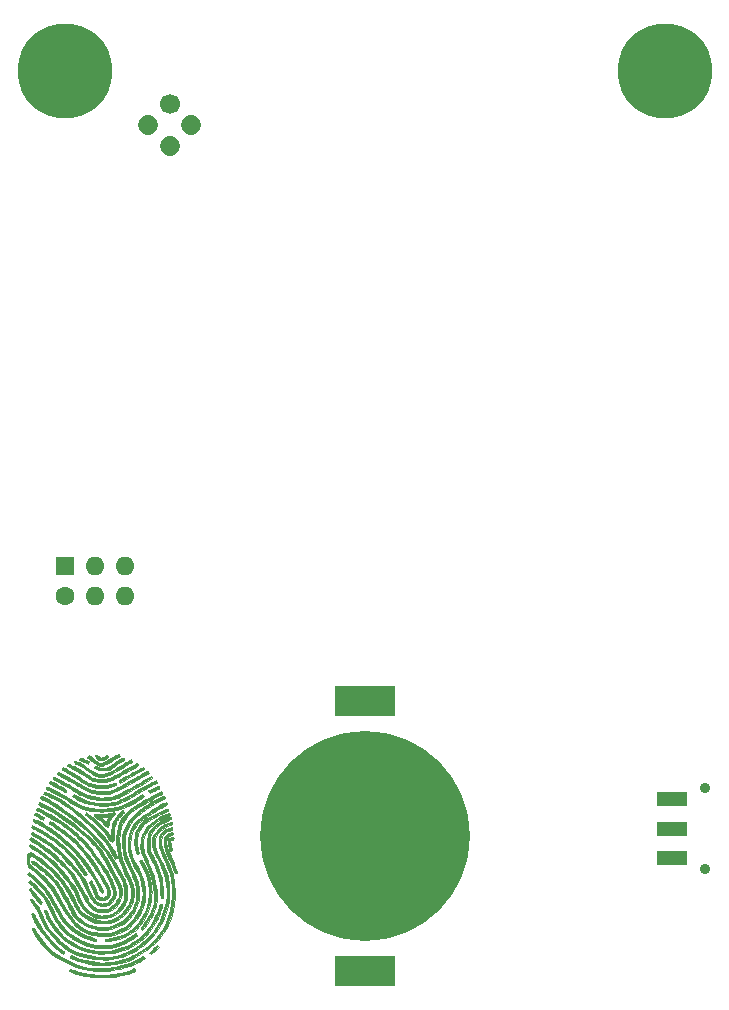
<source format=gbs>
G04 #@! TF.FileFunction,Soldermask,Bot*
%FSLAX46Y46*%
G04 Gerber Fmt 4.6, Leading zero omitted, Abs format (unit mm)*
G04 Created by KiCad (PCBNEW 4.0.6) date 08/28/18 17:29:03*
%MOMM*%
%LPD*%
G01*
G04 APERTURE LIST*
%ADD10C,0.100000*%
%ADD11C,0.010000*%
%ADD12C,1.700000*%
%ADD13C,1.700000*%
%ADD14C,0.900000*%
%ADD15R,2.500000X1.200000*%
%ADD16C,8.000000*%
%ADD17C,17.780000*%
%ADD18R,5.080000X2.540000*%
%ADD19R,1.600000X1.600000*%
%ADD20C,1.600000*%
%ADD21O,1.600000X1.600000*%
G04 APERTURE END LIST*
D10*
D11*
G36*
X100970834Y-137551239D02*
X101146657Y-137491683D01*
X101219441Y-137456029D01*
X101335687Y-137395062D01*
X101483856Y-137315197D01*
X101652406Y-137222851D01*
X101829795Y-137124440D01*
X102004482Y-137026380D01*
X102164927Y-136935088D01*
X102299588Y-136856978D01*
X102396924Y-136798469D01*
X102420556Y-136783471D01*
X102444618Y-136754162D01*
X102435145Y-136705280D01*
X102411803Y-136656214D01*
X102376064Y-136591088D01*
X102354656Y-136559499D01*
X102353247Y-136558897D01*
X102324934Y-136574861D01*
X102251013Y-136617718D01*
X102140600Y-136682153D01*
X102002810Y-136762847D01*
X101885750Y-136831566D01*
X101581738Y-137006726D01*
X101328059Y-137145270D01*
X101123568Y-137247756D01*
X100967116Y-137314746D01*
X100857559Y-137346799D01*
X100823804Y-137349978D01*
X100771693Y-137339317D01*
X100698528Y-137304971D01*
X100597405Y-137242686D01*
X100461420Y-137148206D01*
X100283668Y-137017277D01*
X100282375Y-137016308D01*
X99837875Y-136683161D01*
X99764319Y-136767063D01*
X99722235Y-136828697D01*
X99713908Y-136871717D01*
X99716694Y-136875733D01*
X99749600Y-136901837D01*
X99824922Y-136959000D01*
X99933916Y-137040667D01*
X100067840Y-137140283D01*
X100198068Y-137236626D01*
X100362579Y-137357368D01*
X100485852Y-137445152D01*
X100577384Y-137505207D01*
X100646669Y-137542763D01*
X100703202Y-137563050D01*
X100756481Y-137571298D01*
X100808350Y-137572750D01*
X100970834Y-137551239D01*
X100970834Y-137551239D01*
G37*
X100970834Y-137551239D02*
X101146657Y-137491683D01*
X101219441Y-137456029D01*
X101335687Y-137395062D01*
X101483856Y-137315197D01*
X101652406Y-137222851D01*
X101829795Y-137124440D01*
X102004482Y-137026380D01*
X102164927Y-136935088D01*
X102299588Y-136856978D01*
X102396924Y-136798469D01*
X102420556Y-136783471D01*
X102444618Y-136754162D01*
X102435145Y-136705280D01*
X102411803Y-136656214D01*
X102376064Y-136591088D01*
X102354656Y-136559499D01*
X102353247Y-136558897D01*
X102324934Y-136574861D01*
X102251013Y-136617718D01*
X102140600Y-136682153D01*
X102002810Y-136762847D01*
X101885750Y-136831566D01*
X101581738Y-137006726D01*
X101328059Y-137145270D01*
X101123568Y-137247756D01*
X100967116Y-137314746D01*
X100857559Y-137346799D01*
X100823804Y-137349978D01*
X100771693Y-137339317D01*
X100698528Y-137304971D01*
X100597405Y-137242686D01*
X100461420Y-137148206D01*
X100283668Y-137017277D01*
X100282375Y-137016308D01*
X99837875Y-136683161D01*
X99764319Y-136767063D01*
X99722235Y-136828697D01*
X99713908Y-136871717D01*
X99716694Y-136875733D01*
X99749600Y-136901837D01*
X99824922Y-136959000D01*
X99933916Y-137040667D01*
X100067840Y-137140283D01*
X100198068Y-137236626D01*
X100362579Y-137357368D01*
X100485852Y-137445152D01*
X100577384Y-137505207D01*
X100646669Y-137542763D01*
X100703202Y-137563050D01*
X100756481Y-137571298D01*
X100808350Y-137572750D01*
X100970834Y-137551239D01*
G36*
X101039303Y-137087131D02*
X101216779Y-137027126D01*
X101258151Y-137003381D01*
X101369926Y-136919600D01*
X101445170Y-136836613D01*
X101472997Y-136766448D01*
X101473000Y-136765945D01*
X101449373Y-136738332D01*
X101392506Y-136695973D01*
X101391986Y-136695632D01*
X101332703Y-136661975D01*
X101297167Y-136668627D01*
X101263059Y-136710957D01*
X101162174Y-136803337D01*
X101022221Y-136860036D01*
X100899341Y-136874250D01*
X100812158Y-136866673D01*
X100741579Y-136835876D01*
X100662906Y-136769763D01*
X100640029Y-136747250D01*
X100570578Y-136678876D01*
X100522716Y-136633796D01*
X100508827Y-136622757D01*
X100479619Y-136634117D01*
X100417312Y-136657153D01*
X100354936Y-136686998D01*
X100330000Y-136712431D01*
X100352577Y-136760454D01*
X100410337Y-136832384D01*
X100488322Y-136913165D01*
X100571573Y-136987742D01*
X100645132Y-137041058D01*
X100668365Y-137053007D01*
X100849007Y-137096388D01*
X101039303Y-137087131D01*
X101039303Y-137087131D01*
G37*
X101039303Y-137087131D02*
X101216779Y-137027126D01*
X101258151Y-137003381D01*
X101369926Y-136919600D01*
X101445170Y-136836613D01*
X101472997Y-136766448D01*
X101473000Y-136765945D01*
X101449373Y-136738332D01*
X101392506Y-136695973D01*
X101391986Y-136695632D01*
X101332703Y-136661975D01*
X101297167Y-136668627D01*
X101263059Y-136710957D01*
X101162174Y-136803337D01*
X101022221Y-136860036D01*
X100899341Y-136874250D01*
X100812158Y-136866673D01*
X100741579Y-136835876D01*
X100662906Y-136769763D01*
X100640029Y-136747250D01*
X100570578Y-136678876D01*
X100522716Y-136633796D01*
X100508827Y-136622757D01*
X100479619Y-136634117D01*
X100417312Y-136657153D01*
X100354936Y-136686998D01*
X100330000Y-136712431D01*
X100352577Y-136760454D01*
X100410337Y-136832384D01*
X100488322Y-136913165D01*
X100571573Y-136987742D01*
X100645132Y-137041058D01*
X100668365Y-137053007D01*
X100849007Y-137096388D01*
X101039303Y-137087131D01*
G36*
X99782383Y-137355316D02*
X99803252Y-137303018D01*
X99820945Y-137236579D01*
X99830506Y-137205975D01*
X99806358Y-137187672D01*
X99737047Y-137150688D01*
X99635885Y-137101108D01*
X99516180Y-137045016D01*
X99391243Y-136988498D01*
X99274383Y-136937637D01*
X99178910Y-136898518D01*
X99118135Y-136877226D01*
X99106648Y-136875066D01*
X99074207Y-136901063D01*
X99039600Y-136965352D01*
X99037218Y-136971489D01*
X99018274Y-137030764D01*
X99026486Y-137067542D01*
X99073172Y-137098731D01*
X99143309Y-137129937D01*
X99247547Y-137174936D01*
X99380090Y-137232582D01*
X99503811Y-137286698D01*
X99613099Y-137332957D01*
X99700689Y-137366893D01*
X99749672Y-137382006D01*
X99752442Y-137382250D01*
X99782383Y-137355316D01*
X99782383Y-137355316D01*
G37*
X99782383Y-137355316D02*
X99803252Y-137303018D01*
X99820945Y-137236579D01*
X99830506Y-137205975D01*
X99806358Y-137187672D01*
X99737047Y-137150688D01*
X99635885Y-137101108D01*
X99516180Y-137045016D01*
X99391243Y-136988498D01*
X99274383Y-136937637D01*
X99178910Y-136898518D01*
X99118135Y-136877226D01*
X99106648Y-136875066D01*
X99074207Y-136901063D01*
X99039600Y-136965352D01*
X99037218Y-136971489D01*
X99018274Y-137030764D01*
X99026486Y-137067542D01*
X99073172Y-137098731D01*
X99143309Y-137129937D01*
X99247547Y-137174936D01*
X99380090Y-137232582D01*
X99503811Y-137286698D01*
X99613099Y-137332957D01*
X99700689Y-137366893D01*
X99749672Y-137382006D01*
X99752442Y-137382250D01*
X99782383Y-137355316D01*
G36*
X101305527Y-137951330D02*
X101524454Y-137902176D01*
X101715867Y-137815770D01*
X101862963Y-137713634D01*
X102055997Y-137559780D01*
X102210623Y-137440557D01*
X102336550Y-137349158D01*
X102443487Y-137278778D01*
X102541145Y-137222611D01*
X102620361Y-137182743D01*
X102723642Y-137130940D01*
X102800168Y-137087628D01*
X102835573Y-137061043D01*
X102836463Y-137058880D01*
X102825077Y-136997776D01*
X102792680Y-136930097D01*
X102753963Y-136882693D01*
X102735848Y-136874972D01*
X102688864Y-136889653D01*
X102604996Y-136927399D01*
X102504875Y-136978732D01*
X102244118Y-137133807D01*
X101999406Y-137311378D01*
X101854000Y-137432055D01*
X101668216Y-137576060D01*
X101493626Y-137671554D01*
X101311281Y-137725916D01*
X101102230Y-137746523D01*
X101044375Y-137747266D01*
X100894857Y-137744474D01*
X100786317Y-137733438D01*
X100696359Y-137709968D01*
X100602591Y-137669871D01*
X100585031Y-137661282D01*
X100487175Y-137615042D01*
X100427520Y-137596111D01*
X100388292Y-137601813D01*
X100354844Y-137626625D01*
X100309357Y-137682156D01*
X100309598Y-137732441D01*
X100360129Y-137784465D01*
X100465509Y-137845210D01*
X100512562Y-137868106D01*
X100617819Y-137915500D01*
X100704629Y-137945204D01*
X100794063Y-137961167D01*
X100907190Y-137967339D01*
X101044375Y-137967801D01*
X101305527Y-137951330D01*
X101305527Y-137951330D01*
G37*
X101305527Y-137951330D02*
X101524454Y-137902176D01*
X101715867Y-137815770D01*
X101862963Y-137713634D01*
X102055997Y-137559780D01*
X102210623Y-137440557D01*
X102336550Y-137349158D01*
X102443487Y-137278778D01*
X102541145Y-137222611D01*
X102620361Y-137182743D01*
X102723642Y-137130940D01*
X102800168Y-137087628D01*
X102835573Y-137061043D01*
X102836463Y-137058880D01*
X102825077Y-136997776D01*
X102792680Y-136930097D01*
X102753963Y-136882693D01*
X102735848Y-136874972D01*
X102688864Y-136889653D01*
X102604996Y-136927399D01*
X102504875Y-136978732D01*
X102244118Y-137133807D01*
X101999406Y-137311378D01*
X101854000Y-137432055D01*
X101668216Y-137576060D01*
X101493626Y-137671554D01*
X101311281Y-137725916D01*
X101102230Y-137746523D01*
X101044375Y-137747266D01*
X100894857Y-137744474D01*
X100786317Y-137733438D01*
X100696359Y-137709968D01*
X100602591Y-137669871D01*
X100585031Y-137661282D01*
X100487175Y-137615042D01*
X100427520Y-137596111D01*
X100388292Y-137601813D01*
X100354844Y-137626625D01*
X100309357Y-137682156D01*
X100309598Y-137732441D01*
X100360129Y-137784465D01*
X100465509Y-137845210D01*
X100512562Y-137868106D01*
X100617819Y-137915500D01*
X100704629Y-137945204D01*
X100794063Y-137961167D01*
X100907190Y-137967339D01*
X101044375Y-137967801D01*
X101305527Y-137951330D01*
G36*
X101023900Y-138480310D02*
X101291003Y-138435535D01*
X101567397Y-138349576D01*
X101860544Y-138219726D01*
X102177905Y-138043278D01*
X102439460Y-137876630D01*
X102614664Y-137762858D01*
X102813974Y-137638244D01*
X103009800Y-137519825D01*
X103139875Y-137444138D01*
X103272900Y-137368367D01*
X103384596Y-137304290D01*
X103464068Y-137258192D01*
X103500415Y-137236356D01*
X103501336Y-137235687D01*
X103499691Y-137202400D01*
X103478023Y-137140476D01*
X103447798Y-137076417D01*
X103420488Y-137036724D01*
X103413835Y-137033490D01*
X103380694Y-137048818D01*
X103303095Y-137090630D01*
X103191314Y-137153221D01*
X103055630Y-137230887D01*
X102997000Y-137264876D01*
X102820381Y-137369777D01*
X102631360Y-137485595D01*
X102452371Y-137598391D01*
X102305848Y-137694223D01*
X102303530Y-137695785D01*
X101954172Y-137912307D01*
X101622702Y-138079316D01*
X101312889Y-138195319D01*
X101028499Y-138258820D01*
X100852967Y-138271250D01*
X100652665Y-138257810D01*
X100477611Y-138212634D01*
X100309107Y-138128443D01*
X100128455Y-137997953D01*
X100107750Y-137981046D01*
X99640633Y-137637026D01*
X99137962Y-137344769D01*
X99007798Y-137280416D01*
X98863507Y-137212240D01*
X98765397Y-137169117D01*
X98702648Y-137148118D01*
X98664438Y-137146313D01*
X98639948Y-137160770D01*
X98626503Y-137177168D01*
X98592615Y-137235730D01*
X98590994Y-137285362D01*
X98628055Y-137333442D01*
X98710212Y-137387347D01*
X98843880Y-137454455D01*
X98883809Y-137473100D01*
X99346181Y-137715634D01*
X99761850Y-137994375D01*
X99933125Y-138130666D01*
X100102805Y-138266145D01*
X100246199Y-138361912D01*
X100379878Y-138425113D01*
X100520414Y-138462893D01*
X100684376Y-138482398D01*
X100758625Y-138486611D01*
X101023900Y-138480310D01*
X101023900Y-138480310D01*
G37*
X101023900Y-138480310D02*
X101291003Y-138435535D01*
X101567397Y-138349576D01*
X101860544Y-138219726D01*
X102177905Y-138043278D01*
X102439460Y-137876630D01*
X102614664Y-137762858D01*
X102813974Y-137638244D01*
X103009800Y-137519825D01*
X103139875Y-137444138D01*
X103272900Y-137368367D01*
X103384596Y-137304290D01*
X103464068Y-137258192D01*
X103500415Y-137236356D01*
X103501336Y-137235687D01*
X103499691Y-137202400D01*
X103478023Y-137140476D01*
X103447798Y-137076417D01*
X103420488Y-137036724D01*
X103413835Y-137033490D01*
X103380694Y-137048818D01*
X103303095Y-137090630D01*
X103191314Y-137153221D01*
X103055630Y-137230887D01*
X102997000Y-137264876D01*
X102820381Y-137369777D01*
X102631360Y-137485595D01*
X102452371Y-137598391D01*
X102305848Y-137694223D01*
X102303530Y-137695785D01*
X101954172Y-137912307D01*
X101622702Y-138079316D01*
X101312889Y-138195319D01*
X101028499Y-138258820D01*
X100852967Y-138271250D01*
X100652665Y-138257810D01*
X100477611Y-138212634D01*
X100309107Y-138128443D01*
X100128455Y-137997953D01*
X100107750Y-137981046D01*
X99640633Y-137637026D01*
X99137962Y-137344769D01*
X99007798Y-137280416D01*
X98863507Y-137212240D01*
X98765397Y-137169117D01*
X98702648Y-137148118D01*
X98664438Y-137146313D01*
X98639948Y-137160770D01*
X98626503Y-137177168D01*
X98592615Y-137235730D01*
X98590994Y-137285362D01*
X98628055Y-137333442D01*
X98710212Y-137387347D01*
X98843880Y-137454455D01*
X98883809Y-137473100D01*
X99346181Y-137715634D01*
X99761850Y-137994375D01*
X99933125Y-138130666D01*
X100102805Y-138266145D01*
X100246199Y-138361912D01*
X100379878Y-138425113D01*
X100520414Y-138462893D01*
X100684376Y-138482398D01*
X100758625Y-138486611D01*
X101023900Y-138480310D01*
G36*
X101078190Y-138930992D02*
X101325428Y-138906698D01*
X101498016Y-138874471D01*
X101636683Y-138839359D01*
X101747783Y-138804608D01*
X101848481Y-138762340D01*
X101955940Y-138704674D01*
X102087322Y-138623730D01*
X102192672Y-138555561D01*
X102306895Y-138485447D01*
X102461500Y-138396786D01*
X102639783Y-138298844D01*
X102825042Y-138200889D01*
X102913699Y-138155496D01*
X103108728Y-138054419D01*
X103303484Y-137949080D01*
X103489872Y-137844312D01*
X103659792Y-137744947D01*
X103805148Y-137655818D01*
X103917842Y-137581760D01*
X103989777Y-137527604D01*
X104013000Y-137499363D01*
X103995077Y-137456565D01*
X103955147Y-137398094D01*
X103897294Y-137324546D01*
X103629709Y-137499002D01*
X103509670Y-137572839D01*
X103348699Y-137665549D01*
X103162933Y-137768165D01*
X102968514Y-137871719D01*
X102838250Y-137938779D01*
X102644415Y-138039299D01*
X102445480Y-138146549D01*
X102258448Y-138251086D01*
X102100327Y-138343465D01*
X102020384Y-138392982D01*
X101831748Y-138506613D01*
X101661316Y-138589229D01*
X101492411Y-138645256D01*
X101308357Y-138679120D01*
X101092475Y-138695245D01*
X100869750Y-138698304D01*
X100639059Y-138692801D01*
X100453852Y-138674570D01*
X100296531Y-138638170D01*
X100149498Y-138578163D01*
X99995158Y-138489110D01*
X99832963Y-138377842D01*
X99621404Y-138227498D01*
X99446623Y-138107023D01*
X99295061Y-138007579D01*
X99153155Y-137920330D01*
X99007344Y-137836438D01*
X98971866Y-137816709D01*
X98868253Y-137761471D01*
X98738122Y-137695130D01*
X98593340Y-137623368D01*
X98445775Y-137551873D01*
X98307294Y-137486329D01*
X98189765Y-137432420D01*
X98105055Y-137395832D01*
X98065033Y-137382251D01*
X98064946Y-137382250D01*
X98040826Y-137407993D01*
X98015139Y-137467793D01*
X97996117Y-137535511D01*
X97991989Y-137585007D01*
X97998038Y-137594737D01*
X98037407Y-137611349D01*
X98121808Y-137648763D01*
X98238556Y-137701309D01*
X98365376Y-137758941D01*
X98663174Y-137903430D01*
X98945626Y-138059839D01*
X99232400Y-138239777D01*
X99536250Y-138449886D01*
X99738248Y-138591116D01*
X99904320Y-138697736D01*
X100046885Y-138776311D01*
X100178358Y-138833404D01*
X100311157Y-138875580D01*
X100369079Y-138890133D01*
X100576476Y-138923035D01*
X100820693Y-138936546D01*
X101078190Y-138930992D01*
X101078190Y-138930992D01*
G37*
X101078190Y-138930992D02*
X101325428Y-138906698D01*
X101498016Y-138874471D01*
X101636683Y-138839359D01*
X101747783Y-138804608D01*
X101848481Y-138762340D01*
X101955940Y-138704674D01*
X102087322Y-138623730D01*
X102192672Y-138555561D01*
X102306895Y-138485447D01*
X102461500Y-138396786D01*
X102639783Y-138298844D01*
X102825042Y-138200889D01*
X102913699Y-138155496D01*
X103108728Y-138054419D01*
X103303484Y-137949080D01*
X103489872Y-137844312D01*
X103659792Y-137744947D01*
X103805148Y-137655818D01*
X103917842Y-137581760D01*
X103989777Y-137527604D01*
X104013000Y-137499363D01*
X103995077Y-137456565D01*
X103955147Y-137398094D01*
X103897294Y-137324546D01*
X103629709Y-137499002D01*
X103509670Y-137572839D01*
X103348699Y-137665549D01*
X103162933Y-137768165D01*
X102968514Y-137871719D01*
X102838250Y-137938779D01*
X102644415Y-138039299D01*
X102445480Y-138146549D01*
X102258448Y-138251086D01*
X102100327Y-138343465D01*
X102020384Y-138392982D01*
X101831748Y-138506613D01*
X101661316Y-138589229D01*
X101492411Y-138645256D01*
X101308357Y-138679120D01*
X101092475Y-138695245D01*
X100869750Y-138698304D01*
X100639059Y-138692801D01*
X100453852Y-138674570D01*
X100296531Y-138638170D01*
X100149498Y-138578163D01*
X99995158Y-138489110D01*
X99832963Y-138377842D01*
X99621404Y-138227498D01*
X99446623Y-138107023D01*
X99295061Y-138007579D01*
X99153155Y-137920330D01*
X99007344Y-137836438D01*
X98971866Y-137816709D01*
X98868253Y-137761471D01*
X98738122Y-137695130D01*
X98593340Y-137623368D01*
X98445775Y-137551873D01*
X98307294Y-137486329D01*
X98189765Y-137432420D01*
X98105055Y-137395832D01*
X98065033Y-137382251D01*
X98064946Y-137382250D01*
X98040826Y-137407993D01*
X98015139Y-137467793D01*
X97996117Y-137535511D01*
X97991989Y-137585007D01*
X97998038Y-137594737D01*
X98037407Y-137611349D01*
X98121808Y-137648763D01*
X98238556Y-137701309D01*
X98365376Y-137758941D01*
X98663174Y-137903430D01*
X98945626Y-138059839D01*
X99232400Y-138239777D01*
X99536250Y-138449886D01*
X99738248Y-138591116D01*
X99904320Y-138697736D01*
X100046885Y-138776311D01*
X100178358Y-138833404D01*
X100311157Y-138875580D01*
X100369079Y-138890133D01*
X100576476Y-138923035D01*
X100820693Y-138936546D01*
X101078190Y-138930992D01*
G36*
X102746682Y-138851033D02*
X102943920Y-138734272D01*
X103166192Y-138605520D01*
X103400729Y-138471928D01*
X103634763Y-138340646D01*
X103855526Y-138218823D01*
X104050250Y-138113609D01*
X104206165Y-138032153D01*
X104235250Y-138017503D01*
X104353057Y-137958230D01*
X104447559Y-137909740D01*
X104505627Y-137878816D01*
X104517336Y-137871703D01*
X104515569Y-137837549D01*
X104493785Y-137774978D01*
X104463486Y-137710698D01*
X104436171Y-137671419D01*
X104429835Y-137668493D01*
X104396322Y-137682716D01*
X104316681Y-137721684D01*
X104200871Y-137780373D01*
X104058853Y-137853760D01*
X103961907Y-137904492D01*
X103792332Y-137995165D01*
X103604472Y-138098204D01*
X103406130Y-138209062D01*
X103205108Y-138323196D01*
X103009209Y-138436058D01*
X102826235Y-138543105D01*
X102663988Y-138639791D01*
X102530271Y-138721570D01*
X102432886Y-138783897D01*
X102379636Y-138822228D01*
X102372076Y-138830653D01*
X102383450Y-138873287D01*
X102421997Y-138934764D01*
X102480490Y-139010903D01*
X102746682Y-138851033D01*
X102746682Y-138851033D01*
G37*
X102746682Y-138851033D02*
X102943920Y-138734272D01*
X103166192Y-138605520D01*
X103400729Y-138471928D01*
X103634763Y-138340646D01*
X103855526Y-138218823D01*
X104050250Y-138113609D01*
X104206165Y-138032153D01*
X104235250Y-138017503D01*
X104353057Y-137958230D01*
X104447559Y-137909740D01*
X104505627Y-137878816D01*
X104517336Y-137871703D01*
X104515569Y-137837549D01*
X104493785Y-137774978D01*
X104463486Y-137710698D01*
X104436171Y-137671419D01*
X104429835Y-137668493D01*
X104396322Y-137682716D01*
X104316681Y-137721684D01*
X104200871Y-137780373D01*
X104058853Y-137853760D01*
X103961907Y-137904492D01*
X103792332Y-137995165D01*
X103604472Y-138098204D01*
X103406130Y-138209062D01*
X103205108Y-138323196D01*
X103009209Y-138436058D01*
X102826235Y-138543105D01*
X102663988Y-138639791D01*
X102530271Y-138721570D01*
X102432886Y-138783897D01*
X102379636Y-138822228D01*
X102372076Y-138830653D01*
X102383450Y-138873287D01*
X102421997Y-138934764D01*
X102480490Y-139010903D01*
X102746682Y-138851033D01*
G36*
X101265124Y-139454320D02*
X101660137Y-139372568D01*
X101901324Y-139291646D01*
X102032750Y-139234795D01*
X102107637Y-139183604D01*
X102131674Y-139131103D01*
X102110554Y-139070320D01*
X102097602Y-139051247D01*
X102071469Y-139020760D01*
X102040690Y-139009744D01*
X101989411Y-139019494D01*
X101901780Y-139051308D01*
X101850622Y-139071442D01*
X101644495Y-139146273D01*
X101459176Y-139195958D01*
X101271214Y-139224667D01*
X101057157Y-139236573D01*
X100917375Y-139237457D01*
X100546537Y-139215164D01*
X100208026Y-139150443D01*
X99884018Y-139039818D01*
X99867059Y-139032671D01*
X99795288Y-138995929D01*
X99680769Y-138929810D01*
X99533435Y-138840391D01*
X99363216Y-138733754D01*
X99180045Y-138615975D01*
X99091750Y-138558133D01*
X98901812Y-138434615D01*
X98701597Y-138307376D01*
X98498836Y-138181036D01*
X98301262Y-138060218D01*
X98116605Y-137949544D01*
X97952598Y-137853636D01*
X97816973Y-137777116D01*
X97717461Y-137724606D01*
X97661795Y-137700728D01*
X97655877Y-137699771D01*
X97627199Y-137725016D01*
X97588051Y-137786583D01*
X97584059Y-137794161D01*
X97535237Y-137888571D01*
X97670556Y-137957184D01*
X97781298Y-138016976D01*
X97933884Y-138104482D01*
X98116950Y-138212762D01*
X98319129Y-138334876D01*
X98529056Y-138463884D01*
X98735365Y-138592847D01*
X98926691Y-138714824D01*
X99091668Y-138822875D01*
X99125748Y-138845740D01*
X99381485Y-139012710D01*
X99603497Y-139143560D01*
X99805526Y-139244351D01*
X100001315Y-139321145D01*
X100204603Y-139380002D01*
X100429134Y-139426984D01*
X100453221Y-139431251D01*
X100864678Y-139473702D01*
X101265124Y-139454320D01*
X101265124Y-139454320D01*
G37*
X101265124Y-139454320D02*
X101660137Y-139372568D01*
X101901324Y-139291646D01*
X102032750Y-139234795D01*
X102107637Y-139183604D01*
X102131674Y-139131103D01*
X102110554Y-139070320D01*
X102097602Y-139051247D01*
X102071469Y-139020760D01*
X102040690Y-139009744D01*
X101989411Y-139019494D01*
X101901780Y-139051308D01*
X101850622Y-139071442D01*
X101644495Y-139146273D01*
X101459176Y-139195958D01*
X101271214Y-139224667D01*
X101057157Y-139236573D01*
X100917375Y-139237457D01*
X100546537Y-139215164D01*
X100208026Y-139150443D01*
X99884018Y-139039818D01*
X99867059Y-139032671D01*
X99795288Y-138995929D01*
X99680769Y-138929810D01*
X99533435Y-138840391D01*
X99363216Y-138733754D01*
X99180045Y-138615975D01*
X99091750Y-138558133D01*
X98901812Y-138434615D01*
X98701597Y-138307376D01*
X98498836Y-138181036D01*
X98301262Y-138060218D01*
X98116605Y-137949544D01*
X97952598Y-137853636D01*
X97816973Y-137777116D01*
X97717461Y-137724606D01*
X97661795Y-137700728D01*
X97655877Y-137699771D01*
X97627199Y-137725016D01*
X97588051Y-137786583D01*
X97584059Y-137794161D01*
X97535237Y-137888571D01*
X97670556Y-137957184D01*
X97781298Y-138016976D01*
X97933884Y-138104482D01*
X98116950Y-138212762D01*
X98319129Y-138334876D01*
X98529056Y-138463884D01*
X98735365Y-138592847D01*
X98926691Y-138714824D01*
X99091668Y-138822875D01*
X99125748Y-138845740D01*
X99381485Y-139012710D01*
X99603497Y-139143560D01*
X99805526Y-139244351D01*
X100001315Y-139321145D01*
X100204603Y-139380002D01*
X100429134Y-139426984D01*
X100453221Y-139431251D01*
X100864678Y-139473702D01*
X101265124Y-139454320D01*
G36*
X101192350Y-139964415D02*
X101387109Y-139952977D01*
X101563015Y-139927913D01*
X101733804Y-139885577D01*
X101913213Y-139822322D01*
X102114981Y-139734505D01*
X102352843Y-139618478D01*
X102439015Y-139574700D01*
X102637528Y-139470873D01*
X102871911Y-139344579D01*
X103123597Y-139206051D01*
X103374021Y-139065520D01*
X103604617Y-138933217D01*
X103632000Y-138917255D01*
X103839354Y-138796409D01*
X104050306Y-138673965D01*
X104251411Y-138557690D01*
X104429221Y-138455353D01*
X104570290Y-138374725D01*
X104607603Y-138353576D01*
X104932331Y-138170105D01*
X104884600Y-138077803D01*
X104845399Y-138014536D01*
X104814717Y-137985676D01*
X104813160Y-137985500D01*
X104779737Y-138000713D01*
X104699965Y-138043204D01*
X104582343Y-138108259D01*
X104435371Y-138191160D01*
X104267548Y-138287191D01*
X104218663Y-138315395D01*
X104011316Y-138435456D01*
X103789535Y-138564255D01*
X103571351Y-138691295D01*
X103374799Y-138806076D01*
X103237972Y-138886300D01*
X103008925Y-139017350D01*
X102767058Y-139149324D01*
X102522128Y-139277429D01*
X102283890Y-139396878D01*
X102062101Y-139502879D01*
X101866516Y-139590643D01*
X101706890Y-139655379D01*
X101600000Y-139690528D01*
X101429579Y-139722218D01*
X101213517Y-139739501D01*
X100996750Y-139743484D01*
X100741604Y-139735371D01*
X100505299Y-139709624D01*
X100277308Y-139662726D01*
X100047106Y-139591157D01*
X99804166Y-139491400D01*
X99537962Y-139359934D01*
X99237969Y-139193243D01*
X99089191Y-139105830D01*
X98913252Y-139002854D01*
X98700683Y-138881247D01*
X98464538Y-138748231D01*
X98217874Y-138611022D01*
X97973747Y-138476842D01*
X97745212Y-138352908D01*
X97545327Y-138246440D01*
X97387147Y-138164657D01*
X97386052Y-138164105D01*
X97220230Y-138080558D01*
X97167543Y-138182443D01*
X97140051Y-138251008D01*
X97139062Y-138290973D01*
X97142865Y-138293802D01*
X97190297Y-138315754D01*
X97284850Y-138364305D01*
X97418290Y-138434939D01*
X97582384Y-138523136D01*
X97768901Y-138624380D01*
X97969606Y-138734154D01*
X98176268Y-138847939D01*
X98380653Y-138961218D01*
X98574528Y-139069473D01*
X98749661Y-139168187D01*
X98897819Y-139252842D01*
X99007681Y-139317079D01*
X99323864Y-139499866D01*
X99601458Y-139646409D01*
X99851315Y-139760308D01*
X100084293Y-139845159D01*
X100311246Y-139904560D01*
X100543029Y-139942111D01*
X100790497Y-139961410D01*
X100965000Y-139965871D01*
X101192350Y-139964415D01*
X101192350Y-139964415D01*
G37*
X101192350Y-139964415D02*
X101387109Y-139952977D01*
X101563015Y-139927913D01*
X101733804Y-139885577D01*
X101913213Y-139822322D01*
X102114981Y-139734505D01*
X102352843Y-139618478D01*
X102439015Y-139574700D01*
X102637528Y-139470873D01*
X102871911Y-139344579D01*
X103123597Y-139206051D01*
X103374021Y-139065520D01*
X103604617Y-138933217D01*
X103632000Y-138917255D01*
X103839354Y-138796409D01*
X104050306Y-138673965D01*
X104251411Y-138557690D01*
X104429221Y-138455353D01*
X104570290Y-138374725D01*
X104607603Y-138353576D01*
X104932331Y-138170105D01*
X104884600Y-138077803D01*
X104845399Y-138014536D01*
X104814717Y-137985676D01*
X104813160Y-137985500D01*
X104779737Y-138000713D01*
X104699965Y-138043204D01*
X104582343Y-138108259D01*
X104435371Y-138191160D01*
X104267548Y-138287191D01*
X104218663Y-138315395D01*
X104011316Y-138435456D01*
X103789535Y-138564255D01*
X103571351Y-138691295D01*
X103374799Y-138806076D01*
X103237972Y-138886300D01*
X103008925Y-139017350D01*
X102767058Y-139149324D01*
X102522128Y-139277429D01*
X102283890Y-139396878D01*
X102062101Y-139502879D01*
X101866516Y-139590643D01*
X101706890Y-139655379D01*
X101600000Y-139690528D01*
X101429579Y-139722218D01*
X101213517Y-139739501D01*
X100996750Y-139743484D01*
X100741604Y-139735371D01*
X100505299Y-139709624D01*
X100277308Y-139662726D01*
X100047106Y-139591157D01*
X99804166Y-139491400D01*
X99537962Y-139359934D01*
X99237969Y-139193243D01*
X99089191Y-139105830D01*
X98913252Y-139002854D01*
X98700683Y-138881247D01*
X98464538Y-138748231D01*
X98217874Y-138611022D01*
X97973747Y-138476842D01*
X97745212Y-138352908D01*
X97545327Y-138246440D01*
X97387147Y-138164657D01*
X97386052Y-138164105D01*
X97220230Y-138080558D01*
X97167543Y-138182443D01*
X97140051Y-138251008D01*
X97139062Y-138290973D01*
X97142865Y-138293802D01*
X97190297Y-138315754D01*
X97284850Y-138364305D01*
X97418290Y-138434939D01*
X97582384Y-138523136D01*
X97768901Y-138624380D01*
X97969606Y-138734154D01*
X98176268Y-138847939D01*
X98380653Y-138961218D01*
X98574528Y-139069473D01*
X98749661Y-139168187D01*
X98897819Y-139252842D01*
X99007681Y-139317079D01*
X99323864Y-139499866D01*
X99601458Y-139646409D01*
X99851315Y-139760308D01*
X100084293Y-139845159D01*
X100311246Y-139904560D01*
X100543029Y-139942111D01*
X100790497Y-139961410D01*
X100965000Y-139965871D01*
X101192350Y-139964415D01*
G36*
X101584688Y-140435773D02*
X102004817Y-140348012D01*
X102150431Y-140307051D01*
X102291983Y-140259671D01*
X102437673Y-140201908D01*
X102595700Y-140129799D01*
X102774264Y-140039382D01*
X102981564Y-139926694D01*
X103225799Y-139787771D01*
X103515170Y-139618651D01*
X103520875Y-139615287D01*
X103747891Y-139482078D01*
X103990799Y-139340722D01*
X104233561Y-139200471D01*
X104460139Y-139070579D01*
X104654495Y-138960296D01*
X104718491Y-138924379D01*
X105217607Y-138645437D01*
X105170113Y-138553594D01*
X105131200Y-138490656D01*
X105101060Y-138462270D01*
X105099622Y-138462134D01*
X105066881Y-138477306D01*
X104986578Y-138519833D01*
X104866274Y-138585550D01*
X104713533Y-138670294D01*
X104535918Y-138769899D01*
X104362250Y-138868127D01*
X104131810Y-138999419D01*
X103885813Y-139140359D01*
X103640278Y-139281714D01*
X103411224Y-139414253D01*
X103214672Y-139528744D01*
X103145075Y-139569574D01*
X102852856Y-139737990D01*
X102600948Y-139873948D01*
X102377834Y-139981676D01*
X102171993Y-140065401D01*
X101971908Y-140129353D01*
X101766059Y-140177758D01*
X101542928Y-140214845D01*
X101311058Y-140242753D01*
X100926126Y-140261371D01*
X100543532Y-140234489D01*
X100157348Y-140160378D01*
X99761648Y-140037312D01*
X99350508Y-139863564D01*
X98918001Y-139637405D01*
X98615500Y-139457058D01*
X98443085Y-139351784D01*
X98249599Y-139237184D01*
X98042882Y-139117555D01*
X97830775Y-138997197D01*
X97621119Y-138880408D01*
X97421755Y-138771485D01*
X97240522Y-138674728D01*
X97085263Y-138594435D01*
X96963818Y-138534905D01*
X96884027Y-138500435D01*
X96857861Y-138493500D01*
X96837712Y-138519207D01*
X96810226Y-138578394D01*
X96786065Y-138644166D01*
X96775892Y-138689624D01*
X96777663Y-138695803D01*
X96808446Y-138712729D01*
X96886677Y-138753903D01*
X97003297Y-138814610D01*
X97149246Y-138890134D01*
X97313750Y-138974875D01*
X97516357Y-139082275D01*
X97751761Y-139212288D01*
X97999331Y-139353204D01*
X98238441Y-139493309D01*
X98413731Y-139599379D01*
X98602740Y-139714027D01*
X98790583Y-139824587D01*
X98964548Y-139923824D01*
X99111920Y-140004501D01*
X99219985Y-140059381D01*
X99230366Y-140064190D01*
X99715245Y-140258353D01*
X100187813Y-140392050D01*
X100653374Y-140465824D01*
X101117232Y-140480218D01*
X101584688Y-140435773D01*
X101584688Y-140435773D01*
G37*
X101584688Y-140435773D02*
X102004817Y-140348012D01*
X102150431Y-140307051D01*
X102291983Y-140259671D01*
X102437673Y-140201908D01*
X102595700Y-140129799D01*
X102774264Y-140039382D01*
X102981564Y-139926694D01*
X103225799Y-139787771D01*
X103515170Y-139618651D01*
X103520875Y-139615287D01*
X103747891Y-139482078D01*
X103990799Y-139340722D01*
X104233561Y-139200471D01*
X104460139Y-139070579D01*
X104654495Y-138960296D01*
X104718491Y-138924379D01*
X105217607Y-138645437D01*
X105170113Y-138553594D01*
X105131200Y-138490656D01*
X105101060Y-138462270D01*
X105099622Y-138462134D01*
X105066881Y-138477306D01*
X104986578Y-138519833D01*
X104866274Y-138585550D01*
X104713533Y-138670294D01*
X104535918Y-138769899D01*
X104362250Y-138868127D01*
X104131810Y-138999419D01*
X103885813Y-139140359D01*
X103640278Y-139281714D01*
X103411224Y-139414253D01*
X103214672Y-139528744D01*
X103145075Y-139569574D01*
X102852856Y-139737990D01*
X102600948Y-139873948D01*
X102377834Y-139981676D01*
X102171993Y-140065401D01*
X101971908Y-140129353D01*
X101766059Y-140177758D01*
X101542928Y-140214845D01*
X101311058Y-140242753D01*
X100926126Y-140261371D01*
X100543532Y-140234489D01*
X100157348Y-140160378D01*
X99761648Y-140037312D01*
X99350508Y-139863564D01*
X98918001Y-139637405D01*
X98615500Y-139457058D01*
X98443085Y-139351784D01*
X98249599Y-139237184D01*
X98042882Y-139117555D01*
X97830775Y-138997197D01*
X97621119Y-138880408D01*
X97421755Y-138771485D01*
X97240522Y-138674728D01*
X97085263Y-138594435D01*
X96963818Y-138534905D01*
X96884027Y-138500435D01*
X96857861Y-138493500D01*
X96837712Y-138519207D01*
X96810226Y-138578394D01*
X96786065Y-138644166D01*
X96775892Y-138689624D01*
X96777663Y-138695803D01*
X96808446Y-138712729D01*
X96886677Y-138753903D01*
X97003297Y-138814610D01*
X97149246Y-138890134D01*
X97313750Y-138974875D01*
X97516357Y-139082275D01*
X97751761Y-139212288D01*
X97999331Y-139353204D01*
X98238441Y-139493309D01*
X98413731Y-139599379D01*
X98602740Y-139714027D01*
X98790583Y-139824587D01*
X98964548Y-139923824D01*
X99111920Y-140004501D01*
X99219985Y-140059381D01*
X99230366Y-140064190D01*
X99715245Y-140258353D01*
X100187813Y-140392050D01*
X100653374Y-140465824D01*
X101117232Y-140480218D01*
X101584688Y-140435773D01*
G36*
X101359690Y-140943867D02*
X101652192Y-140919044D01*
X101930853Y-140873973D01*
X102204648Y-140805627D01*
X102482549Y-140710981D01*
X102773530Y-140587007D01*
X103086564Y-140430680D01*
X103430626Y-140238973D01*
X103784773Y-140027225D01*
X103978300Y-139908654D01*
X104185725Y-139781633D01*
X104387940Y-139657859D01*
X104565841Y-139549027D01*
X104647805Y-139498917D01*
X104817655Y-139398475D01*
X105001968Y-139294961D01*
X105177244Y-139201294D01*
X105306618Y-139136674D01*
X105428847Y-139077647D01*
X105526209Y-139028484D01*
X105586636Y-138995411D01*
X105600500Y-138985100D01*
X105584980Y-138932483D01*
X105549511Y-138869642D01*
X105510729Y-138822920D01*
X105492216Y-138813610D01*
X105448808Y-138827553D01*
X105364356Y-138862246D01*
X105255051Y-138910946D01*
X105224098Y-138925285D01*
X105120534Y-138974888D01*
X105015723Y-139028084D01*
X104902489Y-139089037D01*
X104773656Y-139161911D01*
X104622045Y-139250868D01*
X104440480Y-139360072D01*
X104221784Y-139493687D01*
X103958781Y-139655876D01*
X103870125Y-139710753D01*
X103492859Y-139939518D01*
X103156990Y-140131715D01*
X102854495Y-140290649D01*
X102577351Y-140419627D01*
X102317536Y-140521956D01*
X102067028Y-140600941D01*
X101817803Y-140659890D01*
X101561840Y-140702109D01*
X101425375Y-140718343D01*
X101001938Y-140736365D01*
X100557021Y-140706054D01*
X100107807Y-140629450D01*
X99677878Y-140510739D01*
X99529123Y-140456230D01*
X99355477Y-140384974D01*
X99172212Y-140304048D01*
X98994604Y-140220527D01*
X98837927Y-140141486D01*
X98717455Y-140074001D01*
X98674078Y-140045746D01*
X98575721Y-139975710D01*
X98516941Y-140052168D01*
X98474965Y-140112908D01*
X98457455Y-140150139D01*
X98483640Y-140179623D01*
X98555908Y-140230325D01*
X98663184Y-140295799D01*
X98794391Y-140369604D01*
X98938455Y-140445295D01*
X99084299Y-140516428D01*
X99097986Y-140522780D01*
X99549619Y-140707489D01*
X99992695Y-140837798D01*
X100444197Y-140917448D01*
X100921104Y-140950179D01*
X101044375Y-140951469D01*
X101359690Y-140943867D01*
X101359690Y-140943867D01*
G37*
X101359690Y-140943867D02*
X101652192Y-140919044D01*
X101930853Y-140873973D01*
X102204648Y-140805627D01*
X102482549Y-140710981D01*
X102773530Y-140587007D01*
X103086564Y-140430680D01*
X103430626Y-140238973D01*
X103784773Y-140027225D01*
X103978300Y-139908654D01*
X104185725Y-139781633D01*
X104387940Y-139657859D01*
X104565841Y-139549027D01*
X104647805Y-139498917D01*
X104817655Y-139398475D01*
X105001968Y-139294961D01*
X105177244Y-139201294D01*
X105306618Y-139136674D01*
X105428847Y-139077647D01*
X105526209Y-139028484D01*
X105586636Y-138995411D01*
X105600500Y-138985100D01*
X105584980Y-138932483D01*
X105549511Y-138869642D01*
X105510729Y-138822920D01*
X105492216Y-138813610D01*
X105448808Y-138827553D01*
X105364356Y-138862246D01*
X105255051Y-138910946D01*
X105224098Y-138925285D01*
X105120534Y-138974888D01*
X105015723Y-139028084D01*
X104902489Y-139089037D01*
X104773656Y-139161911D01*
X104622045Y-139250868D01*
X104440480Y-139360072D01*
X104221784Y-139493687D01*
X103958781Y-139655876D01*
X103870125Y-139710753D01*
X103492859Y-139939518D01*
X103156990Y-140131715D01*
X102854495Y-140290649D01*
X102577351Y-140419627D01*
X102317536Y-140521956D01*
X102067028Y-140600941D01*
X101817803Y-140659890D01*
X101561840Y-140702109D01*
X101425375Y-140718343D01*
X101001938Y-140736365D01*
X100557021Y-140706054D01*
X100107807Y-140629450D01*
X99677878Y-140510739D01*
X99529123Y-140456230D01*
X99355477Y-140384974D01*
X99172212Y-140304048D01*
X98994604Y-140220527D01*
X98837927Y-140141486D01*
X98717455Y-140074001D01*
X98674078Y-140045746D01*
X98575721Y-139975710D01*
X98516941Y-140052168D01*
X98474965Y-140112908D01*
X98457455Y-140150139D01*
X98483640Y-140179623D01*
X98555908Y-140230325D01*
X98663184Y-140295799D01*
X98794391Y-140369604D01*
X98938455Y-140445295D01*
X99084299Y-140516428D01*
X99097986Y-140522780D01*
X99549619Y-140707489D01*
X99992695Y-140837798D01*
X100444197Y-140917448D01*
X100921104Y-140950179D01*
X101044375Y-140951469D01*
X101359690Y-140943867D01*
G36*
X97878710Y-139769314D02*
X97910951Y-139715511D01*
X97938539Y-139651640D01*
X97948750Y-139606159D01*
X97921962Y-139583823D01*
X97847064Y-139536864D01*
X97732253Y-139470018D01*
X97585726Y-139388016D01*
X97415678Y-139295594D01*
X97353437Y-139262359D01*
X97119913Y-139137945D01*
X96936474Y-139040203D01*
X96796778Y-138966679D01*
X96694482Y-138914921D01*
X96623245Y-138882474D01*
X96576725Y-138866885D01*
X96548580Y-138865702D01*
X96532468Y-138876469D01*
X96522047Y-138896735D01*
X96510975Y-138924045D01*
X96505937Y-138934496D01*
X96477224Y-139005658D01*
X96486188Y-139046550D01*
X96497023Y-139056658D01*
X96531528Y-139076932D01*
X96612446Y-139121890D01*
X96730152Y-139186345D01*
X96875023Y-139265113D01*
X97037435Y-139353008D01*
X97207763Y-139444845D01*
X97376382Y-139535440D01*
X97533670Y-139619605D01*
X97670002Y-139692158D01*
X97775754Y-139747911D01*
X97841301Y-139781681D01*
X97854693Y-139788135D01*
X97878710Y-139769314D01*
X97878710Y-139769314D01*
G37*
X97878710Y-139769314D02*
X97910951Y-139715511D01*
X97938539Y-139651640D01*
X97948750Y-139606159D01*
X97921962Y-139583823D01*
X97847064Y-139536864D01*
X97732253Y-139470018D01*
X97585726Y-139388016D01*
X97415678Y-139295594D01*
X97353437Y-139262359D01*
X97119913Y-139137945D01*
X96936474Y-139040203D01*
X96796778Y-138966679D01*
X96694482Y-138914921D01*
X96623245Y-138882474D01*
X96576725Y-138866885D01*
X96548580Y-138865702D01*
X96532468Y-138876469D01*
X96522047Y-138896735D01*
X96510975Y-138924045D01*
X96505937Y-138934496D01*
X96477224Y-139005658D01*
X96486188Y-139046550D01*
X96497023Y-139056658D01*
X96531528Y-139076932D01*
X96612446Y-139121890D01*
X96730152Y-139186345D01*
X96875023Y-139265113D01*
X97037435Y-139353008D01*
X97207763Y-139444845D01*
X97376382Y-139535440D01*
X97533670Y-139619605D01*
X97670002Y-139692158D01*
X97775754Y-139747911D01*
X97841301Y-139781681D01*
X97854693Y-139788135D01*
X97878710Y-139769314D01*
G36*
X105003239Y-139840974D02*
X105050672Y-139821855D01*
X105139158Y-139782859D01*
X105255681Y-139730043D01*
X105387223Y-139669462D01*
X105520770Y-139607174D01*
X105643303Y-139549233D01*
X105741806Y-139501696D01*
X105803263Y-139470619D01*
X105816938Y-139462396D01*
X105810500Y-139432330D01*
X105785336Y-139372628D01*
X105753432Y-139308274D01*
X105726774Y-139264249D01*
X105718747Y-139257733D01*
X105689091Y-139271313D01*
X105612384Y-139307138D01*
X105498999Y-139360344D01*
X105359309Y-139426069D01*
X105298875Y-139454547D01*
X105151038Y-139524425D01*
X105024901Y-139584395D01*
X104931018Y-139629411D01*
X104879945Y-139654428D01*
X104873913Y-139657672D01*
X104876356Y-139689352D01*
X104898618Y-139755207D01*
X104901914Y-139763293D01*
X104940126Y-139830049D01*
X104984853Y-139845234D01*
X105003239Y-139840974D01*
X105003239Y-139840974D01*
G37*
X105003239Y-139840974D02*
X105050672Y-139821855D01*
X105139158Y-139782859D01*
X105255681Y-139730043D01*
X105387223Y-139669462D01*
X105520770Y-139607174D01*
X105643303Y-139549233D01*
X105741806Y-139501696D01*
X105803263Y-139470619D01*
X105816938Y-139462396D01*
X105810500Y-139432330D01*
X105785336Y-139372628D01*
X105753432Y-139308274D01*
X105726774Y-139264249D01*
X105718747Y-139257733D01*
X105689091Y-139271313D01*
X105612384Y-139307138D01*
X105498999Y-139360344D01*
X105359309Y-139426069D01*
X105298875Y-139454547D01*
X105151038Y-139524425D01*
X105024901Y-139584395D01*
X104931018Y-139629411D01*
X104879945Y-139654428D01*
X104873913Y-139657672D01*
X104876356Y-139689352D01*
X104898618Y-139755207D01*
X104901914Y-139763293D01*
X104940126Y-139830049D01*
X104984853Y-139845234D01*
X105003239Y-139840974D01*
G36*
X101187814Y-141439680D02*
X101458178Y-141424886D01*
X101694912Y-141400185D01*
X101719092Y-141396713D01*
X102212993Y-141297124D01*
X102712753Y-141146918D01*
X103198504Y-140953185D01*
X103650375Y-140723013D01*
X103717143Y-140683911D01*
X103875389Y-140586167D01*
X104032884Y-140483156D01*
X104180431Y-140381538D01*
X104308831Y-140287972D01*
X104408888Y-140209118D01*
X104471403Y-140151635D01*
X104488203Y-140125609D01*
X104467525Y-140080295D01*
X104425111Y-140032798D01*
X104380919Y-139998077D01*
X104343334Y-139996062D01*
X104288520Y-140029459D01*
X104258624Y-140051689D01*
X103763301Y-140389574D01*
X103252176Y-140671814D01*
X102729012Y-140897665D01*
X102197573Y-141066382D01*
X101661622Y-141177220D01*
X101124923Y-141229433D01*
X100591238Y-141222277D01*
X100064332Y-141155006D01*
X99547967Y-141026876D01*
X99466035Y-141000497D01*
X99291242Y-140938094D01*
X99121453Y-140867430D01*
X98945110Y-140782632D01*
X98750656Y-140677825D01*
X98526537Y-140547134D01*
X98290802Y-140403078D01*
X98096134Y-140284548D01*
X97878216Y-140155479D01*
X97660533Y-140029572D01*
X97466568Y-139920529D01*
X97421704Y-139895971D01*
X97258423Y-139809363D01*
X97080683Y-139718641D01*
X96898445Y-139628503D01*
X96721667Y-139543644D01*
X96560310Y-139468760D01*
X96424331Y-139408549D01*
X96323691Y-139367705D01*
X96268349Y-139350925D01*
X96265462Y-139350750D01*
X96231694Y-139377131D01*
X96200534Y-139435296D01*
X96185056Y-139503530D01*
X96193382Y-139542245D01*
X96230849Y-139563589D01*
X96313710Y-139604620D01*
X96429333Y-139659239D01*
X96551750Y-139715326D01*
X96853540Y-139858893D01*
X97186983Y-140029919D01*
X97532809Y-140217922D01*
X97871748Y-140412422D01*
X98184532Y-140602938D01*
X98189894Y-140606323D01*
X98525451Y-140810643D01*
X98828147Y-140976812D01*
X99111342Y-141110218D01*
X99388398Y-141216252D01*
X99672675Y-141300301D01*
X99977532Y-141367756D01*
X100155375Y-141399173D01*
X100367601Y-141424313D01*
X100623260Y-141439424D01*
X100903086Y-141444536D01*
X101187814Y-141439680D01*
X101187814Y-141439680D01*
G37*
X101187814Y-141439680D02*
X101458178Y-141424886D01*
X101694912Y-141400185D01*
X101719092Y-141396713D01*
X102212993Y-141297124D01*
X102712753Y-141146918D01*
X103198504Y-140953185D01*
X103650375Y-140723013D01*
X103717143Y-140683911D01*
X103875389Y-140586167D01*
X104032884Y-140483156D01*
X104180431Y-140381538D01*
X104308831Y-140287972D01*
X104408888Y-140209118D01*
X104471403Y-140151635D01*
X104488203Y-140125609D01*
X104467525Y-140080295D01*
X104425111Y-140032798D01*
X104380919Y-139998077D01*
X104343334Y-139996062D01*
X104288520Y-140029459D01*
X104258624Y-140051689D01*
X103763301Y-140389574D01*
X103252176Y-140671814D01*
X102729012Y-140897665D01*
X102197573Y-141066382D01*
X101661622Y-141177220D01*
X101124923Y-141229433D01*
X100591238Y-141222277D01*
X100064332Y-141155006D01*
X99547967Y-141026876D01*
X99466035Y-141000497D01*
X99291242Y-140938094D01*
X99121453Y-140867430D01*
X98945110Y-140782632D01*
X98750656Y-140677825D01*
X98526537Y-140547134D01*
X98290802Y-140403078D01*
X98096134Y-140284548D01*
X97878216Y-140155479D01*
X97660533Y-140029572D01*
X97466568Y-139920529D01*
X97421704Y-139895971D01*
X97258423Y-139809363D01*
X97080683Y-139718641D01*
X96898445Y-139628503D01*
X96721667Y-139543644D01*
X96560310Y-139468760D01*
X96424331Y-139408549D01*
X96323691Y-139367705D01*
X96268349Y-139350925D01*
X96265462Y-139350750D01*
X96231694Y-139377131D01*
X96200534Y-139435296D01*
X96185056Y-139503530D01*
X96193382Y-139542245D01*
X96230849Y-139563589D01*
X96313710Y-139604620D01*
X96429333Y-139659239D01*
X96551750Y-139715326D01*
X96853540Y-139858893D01*
X97186983Y-140029919D01*
X97532809Y-140217922D01*
X97871748Y-140412422D01*
X98184532Y-140602938D01*
X98189894Y-140606323D01*
X98525451Y-140810643D01*
X98828147Y-140976812D01*
X99111342Y-141110218D01*
X99388398Y-141216252D01*
X99672675Y-141300301D01*
X99977532Y-141367756D01*
X100155375Y-141399173D01*
X100367601Y-141424313D01*
X100623260Y-141439424D01*
X100903086Y-141444536D01*
X101187814Y-141439680D01*
G36*
X101552375Y-151952054D02*
X101997426Y-151866626D01*
X102424783Y-151723531D01*
X102827998Y-151526471D01*
X103200623Y-151279148D01*
X103536208Y-150985265D01*
X103828305Y-150648523D01*
X103832356Y-150643119D01*
X104079153Y-150282857D01*
X104274895Y-149925847D01*
X104428313Y-149553940D01*
X104545019Y-149161500D01*
X104579432Y-149015319D01*
X104602930Y-148887748D01*
X104617428Y-148759899D01*
X104624837Y-148612883D01*
X104627068Y-148427812D01*
X104626985Y-148351875D01*
X104606940Y-147925669D01*
X104547323Y-147522632D01*
X104444725Y-147131963D01*
X104295738Y-146742861D01*
X104096955Y-146344521D01*
X103877957Y-145977496D01*
X103682935Y-145621984D01*
X103530635Y-145239808D01*
X103423671Y-144842923D01*
X103364654Y-144443285D01*
X103356197Y-144052847D01*
X103389687Y-143742954D01*
X103443468Y-143484427D01*
X103512687Y-143249604D01*
X103601863Y-143033254D01*
X103715511Y-142830151D01*
X103858148Y-142635064D01*
X104034291Y-142442764D01*
X104248458Y-142248023D01*
X104505164Y-142045612D01*
X104808926Y-141830302D01*
X105164261Y-141596864D01*
X105338602Y-141486754D01*
X105524890Y-141372550D01*
X105724223Y-141254230D01*
X105917396Y-141142950D01*
X106085205Y-141049868D01*
X106148187Y-141016443D01*
X106279618Y-140946916D01*
X106387576Y-140887526D01*
X106461158Y-140844432D01*
X106489463Y-140823796D01*
X106489500Y-140823550D01*
X106476031Y-140784567D01*
X106444679Y-140721562D01*
X106409024Y-140659404D01*
X106382648Y-140622960D01*
X106378746Y-140620750D01*
X106339647Y-140636300D01*
X106254920Y-140679614D01*
X106133329Y-140745689D01*
X105983641Y-140829523D01*
X105814621Y-140926114D01*
X105635032Y-141030459D01*
X105453641Y-141137556D01*
X105279212Y-141242402D01*
X105142348Y-141326400D01*
X104810621Y-141536107D01*
X104530063Y-141721938D01*
X104294982Y-141888282D01*
X104099682Y-142039527D01*
X103938473Y-142180063D01*
X103805659Y-142314278D01*
X103704606Y-142434712D01*
X103483118Y-142758563D01*
X103317458Y-143087178D01*
X103204024Y-143431433D01*
X103139216Y-143802207D01*
X103119412Y-144202338D01*
X103148930Y-144653018D01*
X103236767Y-145094132D01*
X103384247Y-145529851D01*
X103592696Y-145964345D01*
X103776871Y-146271969D01*
X104001390Y-146671285D01*
X104175792Y-147093346D01*
X104299268Y-147530494D01*
X104371010Y-147975072D01*
X104390210Y-148419423D01*
X104356058Y-148855888D01*
X104267748Y-149276811D01*
X104133823Y-149653320D01*
X103923777Y-150067952D01*
X103672218Y-150447309D01*
X103384707Y-150784441D01*
X103066804Y-151072399D01*
X102901750Y-151193356D01*
X102512127Y-151420380D01*
X102099620Y-151589602D01*
X101669285Y-151700243D01*
X101226177Y-151751524D01*
X100775350Y-151742667D01*
X100321861Y-151672893D01*
X100119943Y-151621889D01*
X99876896Y-151540422D01*
X99624381Y-151433962D01*
X99382891Y-151312410D01*
X99172921Y-151185669D01*
X99082587Y-151120681D01*
X98906857Y-150966492D01*
X98710429Y-150763147D01*
X98499483Y-150519022D01*
X98280202Y-150242488D01*
X98058768Y-149941921D01*
X97841365Y-149625693D01*
X97634173Y-149302180D01*
X97443375Y-148979754D01*
X97284550Y-148685250D01*
X97103996Y-148342426D01*
X96935570Y-148047373D01*
X96770787Y-147787804D01*
X96601155Y-147551433D01*
X96418188Y-147325972D01*
X96213396Y-147099133D01*
X96125101Y-147006942D01*
X95820802Y-146709256D01*
X95524721Y-146453524D01*
X95218370Y-146224089D01*
X95126735Y-146161421D01*
X95024168Y-146088274D01*
X94945912Y-146024218D01*
X94904349Y-145979726D01*
X94900750Y-145970289D01*
X94878529Y-145918467D01*
X94853125Y-145891251D01*
X94828692Y-145853225D01*
X94813727Y-145781071D01*
X94806638Y-145663733D01*
X94805500Y-145560338D01*
X94811720Y-145384829D01*
X94834116Y-145266804D01*
X94878291Y-145203691D01*
X94949847Y-145192915D01*
X95054387Y-145231905D01*
X95197514Y-145318086D01*
X95252284Y-145355144D01*
X95656641Y-145648516D01*
X96053890Y-145965350D01*
X96434029Y-146296474D01*
X96787057Y-146632716D01*
X97102972Y-146964901D01*
X97371772Y-147283857D01*
X97411889Y-147335875D01*
X97599550Y-147599073D01*
X97801676Y-147912448D01*
X98012358Y-148266035D01*
X98225685Y-148649869D01*
X98435747Y-149053985D01*
X98461699Y-149105867D01*
X98573315Y-149326530D01*
X98667101Y-149501727D01*
X98751294Y-149643891D01*
X98834134Y-149765458D01*
X98923858Y-149878863D01*
X99028703Y-149996542D01*
X99105564Y-150077778D01*
X99408300Y-150357978D01*
X99726924Y-150581537D01*
X100071974Y-150755093D01*
X100331118Y-150849203D01*
X100432570Y-150878699D01*
X100527319Y-150899218D01*
X100630403Y-150912260D01*
X100756864Y-150919325D01*
X100921739Y-150921911D01*
X101060250Y-150921888D01*
X101255114Y-150920272D01*
X101401642Y-150915829D01*
X101514988Y-150906787D01*
X101610305Y-150891377D01*
X101702749Y-150867830D01*
X101806375Y-150834744D01*
X102170249Y-150681749D01*
X102511619Y-150477845D01*
X102819143Y-150231069D01*
X103081477Y-149949455D01*
X103112639Y-149909431D01*
X103279654Y-149671187D01*
X103407016Y-149441751D01*
X103508140Y-149195065D01*
X103555353Y-149049522D01*
X103593479Y-148913473D01*
X103618872Y-148792487D01*
X103634150Y-148666096D01*
X103641930Y-148513835D01*
X103644579Y-148351875D01*
X103642521Y-148152083D01*
X103630812Y-147973941D01*
X103606279Y-147806622D01*
X103565750Y-147639300D01*
X103506052Y-147461147D01*
X103424013Y-147261335D01*
X103316461Y-147029038D01*
X103180223Y-146753428D01*
X103170712Y-146734573D01*
X102953806Y-146282468D01*
X102778647Y-145863983D01*
X102642421Y-145467498D01*
X102542314Y-145081394D01*
X102475515Y-144694049D01*
X102439211Y-144293844D01*
X102430587Y-143869158D01*
X102434191Y-143692039D01*
X102445482Y-143424729D01*
X102463185Y-143206125D01*
X102490143Y-143021533D01*
X102529196Y-142856259D01*
X102583186Y-142695609D01*
X102654954Y-142524889D01*
X102663534Y-142506005D01*
X102863444Y-142138565D01*
X103112291Y-141806206D01*
X103412905Y-141505845D01*
X103768117Y-141234399D01*
X103921201Y-141136232D01*
X104007195Y-141085013D01*
X104138455Y-141008559D01*
X104304832Y-140912650D01*
X104496180Y-140803063D01*
X104702350Y-140685575D01*
X104913196Y-140565966D01*
X105118570Y-140450013D01*
X105308325Y-140343493D01*
X105472313Y-140252185D01*
X105521125Y-140225231D01*
X105636307Y-140161612D01*
X105773343Y-140085655D01*
X105877848Y-140027558D01*
X106075822Y-139917304D01*
X106027846Y-139824527D01*
X105984229Y-139761342D01*
X105943349Y-139733679D01*
X105940997Y-139733631D01*
X105900595Y-139749198D01*
X105816141Y-139790683D01*
X105698653Y-139852392D01*
X105559152Y-139928631D01*
X105505250Y-139958771D01*
X105345455Y-140048510D01*
X105148007Y-140159161D01*
X104930734Y-140280746D01*
X104711464Y-140403288D01*
X104536875Y-140500723D01*
X104214499Y-140683440D01*
X103942318Y-140844655D01*
X103712850Y-140989431D01*
X103518611Y-141122831D01*
X103352120Y-141249920D01*
X103205896Y-141375760D01*
X103113258Y-141464159D01*
X102833217Y-141774073D01*
X102605768Y-142097670D01*
X102428782Y-142440961D01*
X102300134Y-142809956D01*
X102217696Y-143210663D01*
X102179342Y-143649095D01*
X102181432Y-144097375D01*
X102200592Y-144409743D01*
X102232425Y-144693850D01*
X102280690Y-144972010D01*
X102349147Y-145266534D01*
X102425010Y-145542920D01*
X102609787Y-146099252D01*
X102834754Y-146621806D01*
X103025192Y-146986625D01*
X103164575Y-147251808D01*
X103266394Y-147488042D01*
X103336102Y-147713089D01*
X103379153Y-147944712D01*
X103400999Y-148200671D01*
X103401546Y-148212496D01*
X103402081Y-148517511D01*
X103371601Y-148784814D01*
X103306487Y-149033974D01*
X103203633Y-149283507D01*
X103005411Y-149635332D01*
X102771312Y-149936337D01*
X102498072Y-150190185D01*
X102236876Y-150369086D01*
X101922228Y-150531602D01*
X101614181Y-150638252D01*
X101298144Y-150693030D01*
X101020541Y-150701991D01*
X100636669Y-150662102D01*
X100264337Y-150562829D01*
X99911713Y-150408014D01*
X99586963Y-150201499D01*
X99298253Y-149947124D01*
X99209464Y-149850084D01*
X99121659Y-149747196D01*
X99049612Y-149657696D01*
X98986647Y-149570743D01*
X98926084Y-149475493D01*
X98861246Y-149361103D01*
X98785456Y-149216731D01*
X98692035Y-149031535D01*
X98635990Y-148918959D01*
X98399024Y-148462262D01*
X98155599Y-148031732D01*
X97910063Y-147634001D01*
X97666768Y-147275703D01*
X97430063Y-146963472D01*
X97204299Y-146703939D01*
X97140156Y-146638146D01*
X96816364Y-146325286D01*
X96487417Y-146025135D01*
X96161688Y-145744610D01*
X95847546Y-145490627D01*
X95553363Y-145270102D01*
X95287510Y-145089952D01*
X95204379Y-145038720D01*
X95027766Y-144947852D01*
X94884138Y-144907689D01*
X94768955Y-144917713D01*
X94677676Y-144977405D01*
X94676691Y-144978438D01*
X94650279Y-145009788D01*
X94632293Y-145045973D01*
X94621621Y-145098196D01*
X94617148Y-145177660D01*
X94617764Y-145295566D01*
X94622354Y-145463119D01*
X94623868Y-145510250D01*
X94631858Y-145683666D01*
X94643471Y-145842157D01*
X94657329Y-145971075D01*
X94672052Y-146055776D01*
X94676664Y-146071000D01*
X94730899Y-146155717D01*
X94820238Y-146239456D01*
X94847312Y-146258543D01*
X95206933Y-146515987D01*
X95563929Y-146811803D01*
X95905057Y-147133196D01*
X96217072Y-147467369D01*
X96486731Y-147801527D01*
X96579999Y-147932656D01*
X96630299Y-148012799D01*
X96702260Y-148135934D01*
X96788305Y-148288687D01*
X96880856Y-148457682D01*
X96939724Y-148567656D01*
X97188327Y-149018421D01*
X97444566Y-149448611D01*
X97704528Y-149852938D01*
X97964303Y-150226111D01*
X98219978Y-150562840D01*
X98467642Y-150857836D01*
X98703384Y-151105809D01*
X98923292Y-151301468D01*
X99008925Y-151366017D01*
X99388446Y-151596700D01*
X99800038Y-151774748D01*
X100238553Y-151898974D01*
X100698845Y-151968194D01*
X101175765Y-151981220D01*
X101552375Y-151952054D01*
X101552375Y-151952054D01*
G37*
X101552375Y-151952054D02*
X101997426Y-151866626D01*
X102424783Y-151723531D01*
X102827998Y-151526471D01*
X103200623Y-151279148D01*
X103536208Y-150985265D01*
X103828305Y-150648523D01*
X103832356Y-150643119D01*
X104079153Y-150282857D01*
X104274895Y-149925847D01*
X104428313Y-149553940D01*
X104545019Y-149161500D01*
X104579432Y-149015319D01*
X104602930Y-148887748D01*
X104617428Y-148759899D01*
X104624837Y-148612883D01*
X104627068Y-148427812D01*
X104626985Y-148351875D01*
X104606940Y-147925669D01*
X104547323Y-147522632D01*
X104444725Y-147131963D01*
X104295738Y-146742861D01*
X104096955Y-146344521D01*
X103877957Y-145977496D01*
X103682935Y-145621984D01*
X103530635Y-145239808D01*
X103423671Y-144842923D01*
X103364654Y-144443285D01*
X103356197Y-144052847D01*
X103389687Y-143742954D01*
X103443468Y-143484427D01*
X103512687Y-143249604D01*
X103601863Y-143033254D01*
X103715511Y-142830151D01*
X103858148Y-142635064D01*
X104034291Y-142442764D01*
X104248458Y-142248023D01*
X104505164Y-142045612D01*
X104808926Y-141830302D01*
X105164261Y-141596864D01*
X105338602Y-141486754D01*
X105524890Y-141372550D01*
X105724223Y-141254230D01*
X105917396Y-141142950D01*
X106085205Y-141049868D01*
X106148187Y-141016443D01*
X106279618Y-140946916D01*
X106387576Y-140887526D01*
X106461158Y-140844432D01*
X106489463Y-140823796D01*
X106489500Y-140823550D01*
X106476031Y-140784567D01*
X106444679Y-140721562D01*
X106409024Y-140659404D01*
X106382648Y-140622960D01*
X106378746Y-140620750D01*
X106339647Y-140636300D01*
X106254920Y-140679614D01*
X106133329Y-140745689D01*
X105983641Y-140829523D01*
X105814621Y-140926114D01*
X105635032Y-141030459D01*
X105453641Y-141137556D01*
X105279212Y-141242402D01*
X105142348Y-141326400D01*
X104810621Y-141536107D01*
X104530063Y-141721938D01*
X104294982Y-141888282D01*
X104099682Y-142039527D01*
X103938473Y-142180063D01*
X103805659Y-142314278D01*
X103704606Y-142434712D01*
X103483118Y-142758563D01*
X103317458Y-143087178D01*
X103204024Y-143431433D01*
X103139216Y-143802207D01*
X103119412Y-144202338D01*
X103148930Y-144653018D01*
X103236767Y-145094132D01*
X103384247Y-145529851D01*
X103592696Y-145964345D01*
X103776871Y-146271969D01*
X104001390Y-146671285D01*
X104175792Y-147093346D01*
X104299268Y-147530494D01*
X104371010Y-147975072D01*
X104390210Y-148419423D01*
X104356058Y-148855888D01*
X104267748Y-149276811D01*
X104133823Y-149653320D01*
X103923777Y-150067952D01*
X103672218Y-150447309D01*
X103384707Y-150784441D01*
X103066804Y-151072399D01*
X102901750Y-151193356D01*
X102512127Y-151420380D01*
X102099620Y-151589602D01*
X101669285Y-151700243D01*
X101226177Y-151751524D01*
X100775350Y-151742667D01*
X100321861Y-151672893D01*
X100119943Y-151621889D01*
X99876896Y-151540422D01*
X99624381Y-151433962D01*
X99382891Y-151312410D01*
X99172921Y-151185669D01*
X99082587Y-151120681D01*
X98906857Y-150966492D01*
X98710429Y-150763147D01*
X98499483Y-150519022D01*
X98280202Y-150242488D01*
X98058768Y-149941921D01*
X97841365Y-149625693D01*
X97634173Y-149302180D01*
X97443375Y-148979754D01*
X97284550Y-148685250D01*
X97103996Y-148342426D01*
X96935570Y-148047373D01*
X96770787Y-147787804D01*
X96601155Y-147551433D01*
X96418188Y-147325972D01*
X96213396Y-147099133D01*
X96125101Y-147006942D01*
X95820802Y-146709256D01*
X95524721Y-146453524D01*
X95218370Y-146224089D01*
X95126735Y-146161421D01*
X95024168Y-146088274D01*
X94945912Y-146024218D01*
X94904349Y-145979726D01*
X94900750Y-145970289D01*
X94878529Y-145918467D01*
X94853125Y-145891251D01*
X94828692Y-145853225D01*
X94813727Y-145781071D01*
X94806638Y-145663733D01*
X94805500Y-145560338D01*
X94811720Y-145384829D01*
X94834116Y-145266804D01*
X94878291Y-145203691D01*
X94949847Y-145192915D01*
X95054387Y-145231905D01*
X95197514Y-145318086D01*
X95252284Y-145355144D01*
X95656641Y-145648516D01*
X96053890Y-145965350D01*
X96434029Y-146296474D01*
X96787057Y-146632716D01*
X97102972Y-146964901D01*
X97371772Y-147283857D01*
X97411889Y-147335875D01*
X97599550Y-147599073D01*
X97801676Y-147912448D01*
X98012358Y-148266035D01*
X98225685Y-148649869D01*
X98435747Y-149053985D01*
X98461699Y-149105867D01*
X98573315Y-149326530D01*
X98667101Y-149501727D01*
X98751294Y-149643891D01*
X98834134Y-149765458D01*
X98923858Y-149878863D01*
X99028703Y-149996542D01*
X99105564Y-150077778D01*
X99408300Y-150357978D01*
X99726924Y-150581537D01*
X100071974Y-150755093D01*
X100331118Y-150849203D01*
X100432570Y-150878699D01*
X100527319Y-150899218D01*
X100630403Y-150912260D01*
X100756864Y-150919325D01*
X100921739Y-150921911D01*
X101060250Y-150921888D01*
X101255114Y-150920272D01*
X101401642Y-150915829D01*
X101514988Y-150906787D01*
X101610305Y-150891377D01*
X101702749Y-150867830D01*
X101806375Y-150834744D01*
X102170249Y-150681749D01*
X102511619Y-150477845D01*
X102819143Y-150231069D01*
X103081477Y-149949455D01*
X103112639Y-149909431D01*
X103279654Y-149671187D01*
X103407016Y-149441751D01*
X103508140Y-149195065D01*
X103555353Y-149049522D01*
X103593479Y-148913473D01*
X103618872Y-148792487D01*
X103634150Y-148666096D01*
X103641930Y-148513835D01*
X103644579Y-148351875D01*
X103642521Y-148152083D01*
X103630812Y-147973941D01*
X103606279Y-147806622D01*
X103565750Y-147639300D01*
X103506052Y-147461147D01*
X103424013Y-147261335D01*
X103316461Y-147029038D01*
X103180223Y-146753428D01*
X103170712Y-146734573D01*
X102953806Y-146282468D01*
X102778647Y-145863983D01*
X102642421Y-145467498D01*
X102542314Y-145081394D01*
X102475515Y-144694049D01*
X102439211Y-144293844D01*
X102430587Y-143869158D01*
X102434191Y-143692039D01*
X102445482Y-143424729D01*
X102463185Y-143206125D01*
X102490143Y-143021533D01*
X102529196Y-142856259D01*
X102583186Y-142695609D01*
X102654954Y-142524889D01*
X102663534Y-142506005D01*
X102863444Y-142138565D01*
X103112291Y-141806206D01*
X103412905Y-141505845D01*
X103768117Y-141234399D01*
X103921201Y-141136232D01*
X104007195Y-141085013D01*
X104138455Y-141008559D01*
X104304832Y-140912650D01*
X104496180Y-140803063D01*
X104702350Y-140685575D01*
X104913196Y-140565966D01*
X105118570Y-140450013D01*
X105308325Y-140343493D01*
X105472313Y-140252185D01*
X105521125Y-140225231D01*
X105636307Y-140161612D01*
X105773343Y-140085655D01*
X105877848Y-140027558D01*
X106075822Y-139917304D01*
X106027846Y-139824527D01*
X105984229Y-139761342D01*
X105943349Y-139733679D01*
X105940997Y-139733631D01*
X105900595Y-139749198D01*
X105816141Y-139790683D01*
X105698653Y-139852392D01*
X105559152Y-139928631D01*
X105505250Y-139958771D01*
X105345455Y-140048510D01*
X105148007Y-140159161D01*
X104930734Y-140280746D01*
X104711464Y-140403288D01*
X104536875Y-140500723D01*
X104214499Y-140683440D01*
X103942318Y-140844655D01*
X103712850Y-140989431D01*
X103518611Y-141122831D01*
X103352120Y-141249920D01*
X103205896Y-141375760D01*
X103113258Y-141464159D01*
X102833217Y-141774073D01*
X102605768Y-142097670D01*
X102428782Y-142440961D01*
X102300134Y-142809956D01*
X102217696Y-143210663D01*
X102179342Y-143649095D01*
X102181432Y-144097375D01*
X102200592Y-144409743D01*
X102232425Y-144693850D01*
X102280690Y-144972010D01*
X102349147Y-145266534D01*
X102425010Y-145542920D01*
X102609787Y-146099252D01*
X102834754Y-146621806D01*
X103025192Y-146986625D01*
X103164575Y-147251808D01*
X103266394Y-147488042D01*
X103336102Y-147713089D01*
X103379153Y-147944712D01*
X103400999Y-148200671D01*
X103401546Y-148212496D01*
X103402081Y-148517511D01*
X103371601Y-148784814D01*
X103306487Y-149033974D01*
X103203633Y-149283507D01*
X103005411Y-149635332D01*
X102771312Y-149936337D01*
X102498072Y-150190185D01*
X102236876Y-150369086D01*
X101922228Y-150531602D01*
X101614181Y-150638252D01*
X101298144Y-150693030D01*
X101020541Y-150701991D01*
X100636669Y-150662102D01*
X100264337Y-150562829D01*
X99911713Y-150408014D01*
X99586963Y-150201499D01*
X99298253Y-149947124D01*
X99209464Y-149850084D01*
X99121659Y-149747196D01*
X99049612Y-149657696D01*
X98986647Y-149570743D01*
X98926084Y-149475493D01*
X98861246Y-149361103D01*
X98785456Y-149216731D01*
X98692035Y-149031535D01*
X98635990Y-148918959D01*
X98399024Y-148462262D01*
X98155599Y-148031732D01*
X97910063Y-147634001D01*
X97666768Y-147275703D01*
X97430063Y-146963472D01*
X97204299Y-146703939D01*
X97140156Y-146638146D01*
X96816364Y-146325286D01*
X96487417Y-146025135D01*
X96161688Y-145744610D01*
X95847546Y-145490627D01*
X95553363Y-145270102D01*
X95287510Y-145089952D01*
X95204379Y-145038720D01*
X95027766Y-144947852D01*
X94884138Y-144907689D01*
X94768955Y-144917713D01*
X94677676Y-144977405D01*
X94676691Y-144978438D01*
X94650279Y-145009788D01*
X94632293Y-145045973D01*
X94621621Y-145098196D01*
X94617148Y-145177660D01*
X94617764Y-145295566D01*
X94622354Y-145463119D01*
X94623868Y-145510250D01*
X94631858Y-145683666D01*
X94643471Y-145842157D01*
X94657329Y-145971075D01*
X94672052Y-146055776D01*
X94676664Y-146071000D01*
X94730899Y-146155717D01*
X94820238Y-146239456D01*
X94847312Y-146258543D01*
X95206933Y-146515987D01*
X95563929Y-146811803D01*
X95905057Y-147133196D01*
X96217072Y-147467369D01*
X96486731Y-147801527D01*
X96579999Y-147932656D01*
X96630299Y-148012799D01*
X96702260Y-148135934D01*
X96788305Y-148288687D01*
X96880856Y-148457682D01*
X96939724Y-148567656D01*
X97188327Y-149018421D01*
X97444566Y-149448611D01*
X97704528Y-149852938D01*
X97964303Y-150226111D01*
X98219978Y-150562840D01*
X98467642Y-150857836D01*
X98703384Y-151105809D01*
X98923292Y-151301468D01*
X99008925Y-151366017D01*
X99388446Y-151596700D01*
X99800038Y-151774748D01*
X100238553Y-151898974D01*
X100698845Y-151968194D01*
X101175765Y-151981220D01*
X101552375Y-151952054D01*
G36*
X102068116Y-145436357D02*
X102133985Y-145412212D01*
X102197828Y-145384869D01*
X102233519Y-145364882D01*
X102235000Y-145362472D01*
X102222138Y-145317633D01*
X102187601Y-145229319D01*
X102137462Y-145111172D01*
X102077795Y-144976833D01*
X102014674Y-144839943D01*
X101954171Y-144714144D01*
X101902360Y-144613078D01*
X101896871Y-144602998D01*
X101743827Y-144354812D01*
X101542073Y-144076425D01*
X101296038Y-143772401D01*
X101010153Y-143447303D01*
X100688847Y-143105695D01*
X100336549Y-142752139D01*
X99957689Y-142391199D01*
X99556695Y-142027438D01*
X99137999Y-141665418D01*
X98706029Y-141309704D01*
X98679000Y-141288032D01*
X98277893Y-140976009D01*
X97906453Y-140707111D01*
X97554481Y-140475037D01*
X97211782Y-140273485D01*
X96868157Y-140096153D01*
X96513408Y-139936738D01*
X96449833Y-139910381D01*
X96290997Y-139845571D01*
X96180892Y-139803335D01*
X96109332Y-139782559D01*
X96066132Y-139782128D01*
X96041106Y-139800930D01*
X96024068Y-139837849D01*
X96015324Y-139862860D01*
X95993680Y-139932353D01*
X95987407Y-139968456D01*
X95988044Y-139969503D01*
X96019177Y-139982550D01*
X96095852Y-140013163D01*
X96204417Y-140055916D01*
X96266000Y-140079995D01*
X96506461Y-140181248D01*
X96775614Y-140306857D01*
X97049958Y-140445074D01*
X97305992Y-140584154D01*
X97478684Y-140686181D01*
X97752615Y-140866743D01*
X98054919Y-141084943D01*
X98379185Y-141334870D01*
X98719002Y-141610616D01*
X99067959Y-141906269D01*
X99419647Y-142215920D01*
X99767654Y-142533660D01*
X100105569Y-142853578D01*
X100426981Y-143169764D01*
X100725481Y-143476308D01*
X100994657Y-143767301D01*
X101228099Y-144036833D01*
X101419396Y-144278994D01*
X101502424Y-144395575D01*
X101578048Y-144516302D01*
X101665819Y-144670926D01*
X101757260Y-144842882D01*
X101843894Y-145015607D01*
X101917245Y-145172539D01*
X101968837Y-145297114D01*
X101979446Y-145327688D01*
X102005562Y-145402910D01*
X102023679Y-145444100D01*
X102026349Y-145446750D01*
X102068116Y-145436357D01*
X102068116Y-145436357D01*
G37*
X102068116Y-145436357D02*
X102133985Y-145412212D01*
X102197828Y-145384869D01*
X102233519Y-145364882D01*
X102235000Y-145362472D01*
X102222138Y-145317633D01*
X102187601Y-145229319D01*
X102137462Y-145111172D01*
X102077795Y-144976833D01*
X102014674Y-144839943D01*
X101954171Y-144714144D01*
X101902360Y-144613078D01*
X101896871Y-144602998D01*
X101743827Y-144354812D01*
X101542073Y-144076425D01*
X101296038Y-143772401D01*
X101010153Y-143447303D01*
X100688847Y-143105695D01*
X100336549Y-142752139D01*
X99957689Y-142391199D01*
X99556695Y-142027438D01*
X99137999Y-141665418D01*
X98706029Y-141309704D01*
X98679000Y-141288032D01*
X98277893Y-140976009D01*
X97906453Y-140707111D01*
X97554481Y-140475037D01*
X97211782Y-140273485D01*
X96868157Y-140096153D01*
X96513408Y-139936738D01*
X96449833Y-139910381D01*
X96290997Y-139845571D01*
X96180892Y-139803335D01*
X96109332Y-139782559D01*
X96066132Y-139782128D01*
X96041106Y-139800930D01*
X96024068Y-139837849D01*
X96015324Y-139862860D01*
X95993680Y-139932353D01*
X95987407Y-139968456D01*
X95988044Y-139969503D01*
X96019177Y-139982550D01*
X96095852Y-140013163D01*
X96204417Y-140055916D01*
X96266000Y-140079995D01*
X96506461Y-140181248D01*
X96775614Y-140306857D01*
X97049958Y-140445074D01*
X97305992Y-140584154D01*
X97478684Y-140686181D01*
X97752615Y-140866743D01*
X98054919Y-141084943D01*
X98379185Y-141334870D01*
X98719002Y-141610616D01*
X99067959Y-141906269D01*
X99419647Y-142215920D01*
X99767654Y-142533660D01*
X100105569Y-142853578D01*
X100426981Y-143169764D01*
X100725481Y-143476308D01*
X100994657Y-143767301D01*
X101228099Y-144036833D01*
X101419396Y-144278994D01*
X101502424Y-144395575D01*
X101578048Y-144516302D01*
X101665819Y-144670926D01*
X101757260Y-144842882D01*
X101843894Y-145015607D01*
X101917245Y-145172539D01*
X101968837Y-145297114D01*
X101979446Y-145327688D01*
X102005562Y-145402910D01*
X102023679Y-145444100D01*
X102026349Y-145446750D01*
X102068116Y-145436357D01*
G36*
X101212591Y-150477689D02*
X101555555Y-150415703D01*
X101875627Y-150302747D01*
X102165671Y-150141837D01*
X102418550Y-149935991D01*
X102576937Y-149757316D01*
X102638892Y-149670673D01*
X102712393Y-149559093D01*
X102790448Y-149434386D01*
X102866061Y-149308361D01*
X102932241Y-149192830D01*
X102981992Y-149099604D01*
X103008323Y-149040491D01*
X103009866Y-149026200D01*
X103013178Y-148992471D01*
X103034268Y-148918503D01*
X103055102Y-148857818D01*
X103087878Y-148716547D01*
X103104199Y-148529083D01*
X103104380Y-148310476D01*
X103088737Y-148075778D01*
X103057585Y-147840041D01*
X103030849Y-147701000D01*
X102993488Y-147554829D01*
X102942421Y-147400497D01*
X102874414Y-147231227D01*
X102786232Y-147040242D01*
X102674640Y-146820765D01*
X102536404Y-146566019D01*
X102368288Y-146269226D01*
X102250404Y-146065875D01*
X102021984Y-145679894D01*
X101813502Y-145340540D01*
X101617330Y-145037239D01*
X101425841Y-144759414D01*
X101231406Y-144496488D01*
X101026399Y-144237887D01*
X100803192Y-143973032D01*
X100554157Y-143691349D01*
X100473999Y-143602783D01*
X99878702Y-142988861D01*
X99226827Y-142393477D01*
X98523703Y-141821037D01*
X97774658Y-141275947D01*
X97202625Y-140898279D01*
X97061031Y-140810819D01*
X96895678Y-140712260D01*
X96715432Y-140607510D01*
X96529157Y-140501477D01*
X96345720Y-140399067D01*
X96173985Y-140305189D01*
X96022819Y-140224749D01*
X95901086Y-140162656D01*
X95817653Y-140123816D01*
X95783544Y-140112750D01*
X95760827Y-140138148D01*
X95731346Y-140193619D01*
X95704043Y-140263429D01*
X95694500Y-140304426D01*
X95721141Y-140330208D01*
X95793085Y-140376189D01*
X95898358Y-140435144D01*
X95988187Y-140481628D01*
X96188173Y-140587007D01*
X96426986Y-140721178D01*
X96691590Y-140876290D01*
X96968950Y-141044494D01*
X97246028Y-141217941D01*
X97509791Y-141388780D01*
X97647125Y-141480590D01*
X98303823Y-141954412D01*
X98950859Y-142477784D01*
X99572168Y-143037080D01*
X100085940Y-143549267D01*
X100349412Y-143829173D01*
X100582356Y-144085862D01*
X100791813Y-144328831D01*
X100984823Y-144567578D01*
X101168423Y-144811600D01*
X101349654Y-145070393D01*
X101535555Y-145353456D01*
X101733165Y-145670284D01*
X101949523Y-146030376D01*
X102045341Y-146192822D01*
X102235794Y-146520525D01*
X102394360Y-146802764D01*
X102523862Y-147047250D01*
X102627127Y-147261690D01*
X102706980Y-147453793D01*
X102766246Y-147631268D01*
X102807751Y-147801825D01*
X102834320Y-147973170D01*
X102848778Y-148153014D01*
X102853951Y-148349065D01*
X102854125Y-148399500D01*
X102852863Y-148588714D01*
X102845839Y-148736583D01*
X102828193Y-148857972D01*
X102795065Y-148967741D01*
X102741595Y-149080753D01*
X102662924Y-149211871D01*
X102554192Y-149375956D01*
X102516783Y-149431180D01*
X102296590Y-149707310D01*
X102049161Y-149926151D01*
X101773488Y-150088247D01*
X101468568Y-150194136D01*
X101133395Y-150244360D01*
X100996750Y-150248967D01*
X100670646Y-150222749D01*
X100360884Y-150143902D01*
X100077165Y-150016216D01*
X99829189Y-149843483D01*
X99735789Y-149756123D01*
X99452190Y-149423760D01*
X99205871Y-149045032D01*
X98994914Y-148616741D01*
X98885130Y-148336357D01*
X98822265Y-148174385D01*
X98750611Y-148010477D01*
X98681035Y-147868709D01*
X98645257Y-147805027D01*
X98575494Y-147699849D01*
X98472426Y-147557012D01*
X98344306Y-147386872D01*
X98199382Y-147199784D01*
X98045905Y-147006105D01*
X97892127Y-146816191D01*
X97746298Y-146640398D01*
X97616667Y-146489082D01*
X97511486Y-146372600D01*
X97470677Y-146330691D01*
X97360303Y-146215376D01*
X97247803Y-146087288D01*
X97159456Y-145976658D01*
X97035420Y-145829255D01*
X96864118Y-145656103D01*
X96653176Y-145463376D01*
X96410221Y-145257249D01*
X96142879Y-145043897D01*
X95858775Y-144829494D01*
X95565537Y-144620215D01*
X95270789Y-144422235D01*
X95124147Y-144328732D01*
X94884875Y-144179089D01*
X94830018Y-144249357D01*
X94789176Y-144312864D01*
X94774455Y-144354495D01*
X94799490Y-144383856D01*
X94868395Y-144439051D01*
X94971028Y-144512525D01*
X95097247Y-144596724D01*
X95115062Y-144608193D01*
X95528833Y-144883675D01*
X95906637Y-145158293D01*
X96258231Y-145441004D01*
X96593372Y-145740766D01*
X96921819Y-146066537D01*
X97253327Y-146427275D01*
X97597655Y-146831937D01*
X97774892Y-147050068D01*
X97972217Y-147297644D01*
X98133716Y-147504646D01*
X98264517Y-147679030D01*
X98369745Y-147828755D01*
X98454528Y-147961775D01*
X98523992Y-148086049D01*
X98583264Y-148209533D01*
X98637469Y-148340184D01*
X98681174Y-148456710D01*
X98831278Y-148835078D01*
X98989522Y-149161158D01*
X99162606Y-149446146D01*
X99357229Y-149701238D01*
X99549349Y-149907625D01*
X99821802Y-150137970D01*
X100114219Y-150308783D01*
X100431425Y-150422204D01*
X100778243Y-150480369D01*
X100853875Y-150485686D01*
X101212591Y-150477689D01*
X101212591Y-150477689D01*
G37*
X101212591Y-150477689D02*
X101555555Y-150415703D01*
X101875627Y-150302747D01*
X102165671Y-150141837D01*
X102418550Y-149935991D01*
X102576937Y-149757316D01*
X102638892Y-149670673D01*
X102712393Y-149559093D01*
X102790448Y-149434386D01*
X102866061Y-149308361D01*
X102932241Y-149192830D01*
X102981992Y-149099604D01*
X103008323Y-149040491D01*
X103009866Y-149026200D01*
X103013178Y-148992471D01*
X103034268Y-148918503D01*
X103055102Y-148857818D01*
X103087878Y-148716547D01*
X103104199Y-148529083D01*
X103104380Y-148310476D01*
X103088737Y-148075778D01*
X103057585Y-147840041D01*
X103030849Y-147701000D01*
X102993488Y-147554829D01*
X102942421Y-147400497D01*
X102874414Y-147231227D01*
X102786232Y-147040242D01*
X102674640Y-146820765D01*
X102536404Y-146566019D01*
X102368288Y-146269226D01*
X102250404Y-146065875D01*
X102021984Y-145679894D01*
X101813502Y-145340540D01*
X101617330Y-145037239D01*
X101425841Y-144759414D01*
X101231406Y-144496488D01*
X101026399Y-144237887D01*
X100803192Y-143973032D01*
X100554157Y-143691349D01*
X100473999Y-143602783D01*
X99878702Y-142988861D01*
X99226827Y-142393477D01*
X98523703Y-141821037D01*
X97774658Y-141275947D01*
X97202625Y-140898279D01*
X97061031Y-140810819D01*
X96895678Y-140712260D01*
X96715432Y-140607510D01*
X96529157Y-140501477D01*
X96345720Y-140399067D01*
X96173985Y-140305189D01*
X96022819Y-140224749D01*
X95901086Y-140162656D01*
X95817653Y-140123816D01*
X95783544Y-140112750D01*
X95760827Y-140138148D01*
X95731346Y-140193619D01*
X95704043Y-140263429D01*
X95694500Y-140304426D01*
X95721141Y-140330208D01*
X95793085Y-140376189D01*
X95898358Y-140435144D01*
X95988187Y-140481628D01*
X96188173Y-140587007D01*
X96426986Y-140721178D01*
X96691590Y-140876290D01*
X96968950Y-141044494D01*
X97246028Y-141217941D01*
X97509791Y-141388780D01*
X97647125Y-141480590D01*
X98303823Y-141954412D01*
X98950859Y-142477784D01*
X99572168Y-143037080D01*
X100085940Y-143549267D01*
X100349412Y-143829173D01*
X100582356Y-144085862D01*
X100791813Y-144328831D01*
X100984823Y-144567578D01*
X101168423Y-144811600D01*
X101349654Y-145070393D01*
X101535555Y-145353456D01*
X101733165Y-145670284D01*
X101949523Y-146030376D01*
X102045341Y-146192822D01*
X102235794Y-146520525D01*
X102394360Y-146802764D01*
X102523862Y-147047250D01*
X102627127Y-147261690D01*
X102706980Y-147453793D01*
X102766246Y-147631268D01*
X102807751Y-147801825D01*
X102834320Y-147973170D01*
X102848778Y-148153014D01*
X102853951Y-148349065D01*
X102854125Y-148399500D01*
X102852863Y-148588714D01*
X102845839Y-148736583D01*
X102828193Y-148857972D01*
X102795065Y-148967741D01*
X102741595Y-149080753D01*
X102662924Y-149211871D01*
X102554192Y-149375956D01*
X102516783Y-149431180D01*
X102296590Y-149707310D01*
X102049161Y-149926151D01*
X101773488Y-150088247D01*
X101468568Y-150194136D01*
X101133395Y-150244360D01*
X100996750Y-150248967D01*
X100670646Y-150222749D01*
X100360884Y-150143902D01*
X100077165Y-150016216D01*
X99829189Y-149843483D01*
X99735789Y-149756123D01*
X99452190Y-149423760D01*
X99205871Y-149045032D01*
X98994914Y-148616741D01*
X98885130Y-148336357D01*
X98822265Y-148174385D01*
X98750611Y-148010477D01*
X98681035Y-147868709D01*
X98645257Y-147805027D01*
X98575494Y-147699849D01*
X98472426Y-147557012D01*
X98344306Y-147386872D01*
X98199382Y-147199784D01*
X98045905Y-147006105D01*
X97892127Y-146816191D01*
X97746298Y-146640398D01*
X97616667Y-146489082D01*
X97511486Y-146372600D01*
X97470677Y-146330691D01*
X97360303Y-146215376D01*
X97247803Y-146087288D01*
X97159456Y-145976658D01*
X97035420Y-145829255D01*
X96864118Y-145656103D01*
X96653176Y-145463376D01*
X96410221Y-145257249D01*
X96142879Y-145043897D01*
X95858775Y-144829494D01*
X95565537Y-144620215D01*
X95270789Y-144422235D01*
X95124147Y-144328732D01*
X94884875Y-144179089D01*
X94830018Y-144249357D01*
X94789176Y-144312864D01*
X94774455Y-144354495D01*
X94799490Y-144383856D01*
X94868395Y-144439051D01*
X94971028Y-144512525D01*
X95097247Y-144596724D01*
X95115062Y-144608193D01*
X95528833Y-144883675D01*
X95906637Y-145158293D01*
X96258231Y-145441004D01*
X96593372Y-145740766D01*
X96921819Y-146066537D01*
X97253327Y-146427275D01*
X97597655Y-146831937D01*
X97774892Y-147050068D01*
X97972217Y-147297644D01*
X98133716Y-147504646D01*
X98264517Y-147679030D01*
X98369745Y-147828755D01*
X98454528Y-147961775D01*
X98523992Y-148086049D01*
X98583264Y-148209533D01*
X98637469Y-148340184D01*
X98681174Y-148456710D01*
X98831278Y-148835078D01*
X98989522Y-149161158D01*
X99162606Y-149446146D01*
X99357229Y-149701238D01*
X99549349Y-149907625D01*
X99821802Y-150137970D01*
X100114219Y-150308783D01*
X100431425Y-150422204D01*
X100778243Y-150480369D01*
X100853875Y-150485686D01*
X101212591Y-150477689D01*
G36*
X101281477Y-151444292D02*
X101729097Y-151373477D01*
X102149778Y-151247492D01*
X102539993Y-151068711D01*
X102896213Y-150839509D01*
X103214911Y-150562260D01*
X103492557Y-150239339D01*
X103725625Y-149873120D01*
X103783946Y-149760026D01*
X103958794Y-149347683D01*
X104072611Y-148945196D01*
X104126012Y-148547199D01*
X104119614Y-148148325D01*
X104054033Y-147743207D01*
X104027713Y-147637500D01*
X103970753Y-147448242D01*
X103890467Y-147216190D01*
X103792368Y-146955124D01*
X103681965Y-146678826D01*
X103564771Y-146401077D01*
X103446297Y-146135656D01*
X103332053Y-145896346D01*
X103328730Y-145889677D01*
X103139348Y-145468306D01*
X103003013Y-145065403D01*
X102916971Y-144669122D01*
X102878472Y-144267618D01*
X102879200Y-143954500D01*
X102919856Y-143538230D01*
X103008323Y-143156023D01*
X103147661Y-142801692D01*
X103340930Y-142469051D01*
X103591192Y-142151910D01*
X103901507Y-141844082D01*
X103939789Y-141810218D01*
X104309575Y-141502022D01*
X104689304Y-141214624D01*
X105069687Y-140954026D01*
X105441432Y-140726230D01*
X105795248Y-140537240D01*
X106121844Y-140393058D01*
X106149706Y-140382439D01*
X106241760Y-140342169D01*
X106281532Y-140307256D01*
X106281041Y-140274544D01*
X106253115Y-140197537D01*
X106244069Y-140168313D01*
X106228689Y-140133548D01*
X106200710Y-140118970D01*
X106149170Y-140126303D01*
X106063111Y-140157270D01*
X105931573Y-140213594D01*
X105918000Y-140219581D01*
X105652140Y-140341478D01*
X105421895Y-140458338D01*
X105202193Y-140583824D01*
X104967965Y-140731596D01*
X104917875Y-140764560D01*
X104578937Y-140999154D01*
X104253369Y-141244390D01*
X103949141Y-141493311D01*
X103674222Y-141738958D01*
X103436582Y-141974372D01*
X103244191Y-142192595D01*
X103167807Y-142292594D01*
X102951318Y-142647903D01*
X102789145Y-143033626D01*
X102681950Y-143446211D01*
X102630397Y-143882108D01*
X102635147Y-144337766D01*
X102696863Y-144809634D01*
X102697527Y-144813142D01*
X102738693Y-145010192D01*
X102786058Y-145191611D01*
X102844764Y-145371904D01*
X102919953Y-145565578D01*
X103016767Y-145787140D01*
X103124671Y-146018250D01*
X103302827Y-146404047D01*
X103464479Y-146777571D01*
X103604994Y-147127439D01*
X103719734Y-147442265D01*
X103779239Y-147625807D01*
X103815243Y-147752047D01*
X103839807Y-147863719D01*
X103855152Y-147979084D01*
X103863498Y-148116404D01*
X103867065Y-148293941D01*
X103867501Y-148351875D01*
X103863869Y-148604755D01*
X103846971Y-148816459D01*
X103812780Y-149008634D01*
X103757266Y-149202929D01*
X103676400Y-149420993D01*
X103661772Y-149457245D01*
X103552912Y-149695760D01*
X103427792Y-149907542D01*
X103272807Y-150113277D01*
X103110091Y-150296018D01*
X102799243Y-150590528D01*
X102475194Y-150824884D01*
X102131423Y-151002080D01*
X101761410Y-151125112D01*
X101358637Y-151196974D01*
X101105788Y-151216460D01*
X100689996Y-151208508D01*
X100298821Y-151145003D01*
X99923212Y-151023568D01*
X99554120Y-150841828D01*
X99456598Y-150783469D01*
X99304188Y-150684299D01*
X99152269Y-150577260D01*
X99010787Y-150470261D01*
X98889692Y-150371210D01*
X98798929Y-150288015D01*
X98748448Y-150228583D01*
X98742364Y-150215670D01*
X98718551Y-150157361D01*
X98668852Y-150051615D01*
X98597621Y-149906831D01*
X98509214Y-149731408D01*
X98407986Y-149533745D01*
X98298293Y-149322241D01*
X98184489Y-149105296D01*
X98070931Y-148891307D01*
X97961972Y-148688676D01*
X97861970Y-148505799D01*
X97777668Y-148355272D01*
X97668139Y-148166475D01*
X97554443Y-147976668D01*
X97445690Y-147800643D01*
X97350993Y-147653189D01*
X97289820Y-147563409D01*
X97130875Y-147359002D01*
X96931233Y-147130792D01*
X96702754Y-146890611D01*
X96457301Y-146650291D01*
X96206736Y-146421663D01*
X95962920Y-146216558D01*
X95855597Y-146132836D01*
X95623761Y-145958232D01*
X95436625Y-145820622D01*
X95289174Y-145717496D01*
X95176391Y-145646343D01*
X95093262Y-145604653D01*
X95034771Y-145589917D01*
X94995902Y-145599623D01*
X94971639Y-145631262D01*
X94956967Y-145682323D01*
X94956832Y-145683027D01*
X94959382Y-145753536D01*
X95005320Y-145818243D01*
X95034443Y-145844386D01*
X95100908Y-145895180D01*
X95147685Y-145921832D01*
X95153468Y-145923000D01*
X95191401Y-145941962D01*
X95269630Y-145994325D01*
X95379284Y-146073308D01*
X95511490Y-146172129D01*
X95657375Y-146284008D01*
X95808069Y-146402162D01*
X95954698Y-146519810D01*
X96088390Y-146630171D01*
X96171157Y-146700875D01*
X96370027Y-146880081D01*
X96554310Y-147060159D01*
X96727925Y-147246840D01*
X96894793Y-147445853D01*
X97058831Y-147662928D01*
X97223959Y-147903796D01*
X97394097Y-148174186D01*
X97573163Y-148479829D01*
X97765077Y-148826453D01*
X97973758Y-149219790D01*
X98203125Y-149665569D01*
X98215134Y-149689194D01*
X98334932Y-149922720D01*
X98433904Y-150108234D01*
X98518645Y-150254996D01*
X98595749Y-150372269D01*
X98671811Y-150469314D01*
X98753425Y-150555392D01*
X98847186Y-150639766D01*
X98954459Y-150727530D01*
X99334536Y-150992501D01*
X99735585Y-151199077D01*
X100154115Y-151346183D01*
X100586636Y-151432743D01*
X101029658Y-151457683D01*
X101281477Y-151444292D01*
X101281477Y-151444292D01*
G37*
X101281477Y-151444292D02*
X101729097Y-151373477D01*
X102149778Y-151247492D01*
X102539993Y-151068711D01*
X102896213Y-150839509D01*
X103214911Y-150562260D01*
X103492557Y-150239339D01*
X103725625Y-149873120D01*
X103783946Y-149760026D01*
X103958794Y-149347683D01*
X104072611Y-148945196D01*
X104126012Y-148547199D01*
X104119614Y-148148325D01*
X104054033Y-147743207D01*
X104027713Y-147637500D01*
X103970753Y-147448242D01*
X103890467Y-147216190D01*
X103792368Y-146955124D01*
X103681965Y-146678826D01*
X103564771Y-146401077D01*
X103446297Y-146135656D01*
X103332053Y-145896346D01*
X103328730Y-145889677D01*
X103139348Y-145468306D01*
X103003013Y-145065403D01*
X102916971Y-144669122D01*
X102878472Y-144267618D01*
X102879200Y-143954500D01*
X102919856Y-143538230D01*
X103008323Y-143156023D01*
X103147661Y-142801692D01*
X103340930Y-142469051D01*
X103591192Y-142151910D01*
X103901507Y-141844082D01*
X103939789Y-141810218D01*
X104309575Y-141502022D01*
X104689304Y-141214624D01*
X105069687Y-140954026D01*
X105441432Y-140726230D01*
X105795248Y-140537240D01*
X106121844Y-140393058D01*
X106149706Y-140382439D01*
X106241760Y-140342169D01*
X106281532Y-140307256D01*
X106281041Y-140274544D01*
X106253115Y-140197537D01*
X106244069Y-140168313D01*
X106228689Y-140133548D01*
X106200710Y-140118970D01*
X106149170Y-140126303D01*
X106063111Y-140157270D01*
X105931573Y-140213594D01*
X105918000Y-140219581D01*
X105652140Y-140341478D01*
X105421895Y-140458338D01*
X105202193Y-140583824D01*
X104967965Y-140731596D01*
X104917875Y-140764560D01*
X104578937Y-140999154D01*
X104253369Y-141244390D01*
X103949141Y-141493311D01*
X103674222Y-141738958D01*
X103436582Y-141974372D01*
X103244191Y-142192595D01*
X103167807Y-142292594D01*
X102951318Y-142647903D01*
X102789145Y-143033626D01*
X102681950Y-143446211D01*
X102630397Y-143882108D01*
X102635147Y-144337766D01*
X102696863Y-144809634D01*
X102697527Y-144813142D01*
X102738693Y-145010192D01*
X102786058Y-145191611D01*
X102844764Y-145371904D01*
X102919953Y-145565578D01*
X103016767Y-145787140D01*
X103124671Y-146018250D01*
X103302827Y-146404047D01*
X103464479Y-146777571D01*
X103604994Y-147127439D01*
X103719734Y-147442265D01*
X103779239Y-147625807D01*
X103815243Y-147752047D01*
X103839807Y-147863719D01*
X103855152Y-147979084D01*
X103863498Y-148116404D01*
X103867065Y-148293941D01*
X103867501Y-148351875D01*
X103863869Y-148604755D01*
X103846971Y-148816459D01*
X103812780Y-149008634D01*
X103757266Y-149202929D01*
X103676400Y-149420993D01*
X103661772Y-149457245D01*
X103552912Y-149695760D01*
X103427792Y-149907542D01*
X103272807Y-150113277D01*
X103110091Y-150296018D01*
X102799243Y-150590528D01*
X102475194Y-150824884D01*
X102131423Y-151002080D01*
X101761410Y-151125112D01*
X101358637Y-151196974D01*
X101105788Y-151216460D01*
X100689996Y-151208508D01*
X100298821Y-151145003D01*
X99923212Y-151023568D01*
X99554120Y-150841828D01*
X99456598Y-150783469D01*
X99304188Y-150684299D01*
X99152269Y-150577260D01*
X99010787Y-150470261D01*
X98889692Y-150371210D01*
X98798929Y-150288015D01*
X98748448Y-150228583D01*
X98742364Y-150215670D01*
X98718551Y-150157361D01*
X98668852Y-150051615D01*
X98597621Y-149906831D01*
X98509214Y-149731408D01*
X98407986Y-149533745D01*
X98298293Y-149322241D01*
X98184489Y-149105296D01*
X98070931Y-148891307D01*
X97961972Y-148688676D01*
X97861970Y-148505799D01*
X97777668Y-148355272D01*
X97668139Y-148166475D01*
X97554443Y-147976668D01*
X97445690Y-147800643D01*
X97350993Y-147653189D01*
X97289820Y-147563409D01*
X97130875Y-147359002D01*
X96931233Y-147130792D01*
X96702754Y-146890611D01*
X96457301Y-146650291D01*
X96206736Y-146421663D01*
X95962920Y-146216558D01*
X95855597Y-146132836D01*
X95623761Y-145958232D01*
X95436625Y-145820622D01*
X95289174Y-145717496D01*
X95176391Y-145646343D01*
X95093262Y-145604653D01*
X95034771Y-145589917D01*
X94995902Y-145599623D01*
X94971639Y-145631262D01*
X94956967Y-145682323D01*
X94956832Y-145683027D01*
X94959382Y-145753536D01*
X95005320Y-145818243D01*
X95034443Y-145844386D01*
X95100908Y-145895180D01*
X95147685Y-145921832D01*
X95153468Y-145923000D01*
X95191401Y-145941962D01*
X95269630Y-145994325D01*
X95379284Y-146073308D01*
X95511490Y-146172129D01*
X95657375Y-146284008D01*
X95808069Y-146402162D01*
X95954698Y-146519810D01*
X96088390Y-146630171D01*
X96171157Y-146700875D01*
X96370027Y-146880081D01*
X96554310Y-147060159D01*
X96727925Y-147246840D01*
X96894793Y-147445853D01*
X97058831Y-147662928D01*
X97223959Y-147903796D01*
X97394097Y-148174186D01*
X97573163Y-148479829D01*
X97765077Y-148826453D01*
X97973758Y-149219790D01*
X98203125Y-149665569D01*
X98215134Y-149689194D01*
X98334932Y-149922720D01*
X98433904Y-150108234D01*
X98518645Y-150254996D01*
X98595749Y-150372269D01*
X98671811Y-150469314D01*
X98753425Y-150555392D01*
X98847186Y-150639766D01*
X98954459Y-150727530D01*
X99334536Y-150992501D01*
X99735585Y-151199077D01*
X100154115Y-151346183D01*
X100586636Y-151432743D01*
X101029658Y-151457683D01*
X101281477Y-151444292D01*
G36*
X101203209Y-149963685D02*
X101343971Y-149935764D01*
X101649204Y-149828796D01*
X101925173Y-149665618D01*
X102123997Y-149494875D01*
X102331252Y-149244632D01*
X102485330Y-148965121D01*
X102584023Y-148664337D01*
X102625121Y-148350277D01*
X102606416Y-148030934D01*
X102573228Y-147868966D01*
X102536678Y-147759951D01*
X102472117Y-147603680D01*
X102383503Y-147407762D01*
X102274797Y-147179807D01*
X102149956Y-146927423D01*
X102012940Y-146658220D01*
X101867706Y-146379806D01*
X101718215Y-146099792D01*
X101568424Y-145825787D01*
X101422293Y-145565398D01*
X101283780Y-145326237D01*
X101156844Y-145115911D01*
X101068943Y-144977573D01*
X100829428Y-144633541D01*
X100566961Y-144300672D01*
X100269793Y-143964800D01*
X99982275Y-143667501D01*
X99622765Y-143326919D01*
X99213956Y-142972417D01*
X98766321Y-142611506D01*
X98290333Y-142251700D01*
X97796468Y-141900509D01*
X97295200Y-141565447D01*
X96797001Y-141254024D01*
X96312348Y-140973753D01*
X95977923Y-140795597D01*
X95633356Y-140619347D01*
X95584553Y-140713722D01*
X95551327Y-140781921D01*
X95535887Y-140821393D01*
X95535750Y-140822763D01*
X95562227Y-140842057D01*
X95634895Y-140884901D01*
X95743602Y-140945548D01*
X95878200Y-141018254D01*
X95924687Y-141042920D01*
X96473394Y-141347165D01*
X97023449Y-141679632D01*
X97566750Y-142034289D01*
X98095200Y-142405099D01*
X98600698Y-142786031D01*
X99075145Y-143171050D01*
X99510441Y-143554121D01*
X99898488Y-143929212D01*
X100131340Y-144176750D01*
X100327412Y-144399332D01*
X100502186Y-144609114D01*
X100662036Y-144815628D01*
X100813335Y-145028411D01*
X100962459Y-145256995D01*
X101115780Y-145510915D01*
X101279674Y-145799705D01*
X101460513Y-146132899D01*
X101542921Y-146288125D01*
X101726884Y-146637404D01*
X101882794Y-146936375D01*
X102012879Y-147190547D01*
X102119367Y-147405427D01*
X102204487Y-147586522D01*
X102270467Y-147739340D01*
X102319537Y-147869387D01*
X102353925Y-147982172D01*
X102375860Y-148083202D01*
X102387569Y-148177983D01*
X102391282Y-148272024D01*
X102389228Y-148370832D01*
X102388898Y-148378718D01*
X102377893Y-148528913D01*
X102354788Y-148649282D01*
X102311857Y-148770412D01*
X102262551Y-148879009D01*
X102105681Y-149139791D01*
X101904280Y-149365146D01*
X101668134Y-149545013D01*
X101553042Y-149608480D01*
X101448820Y-149657631D01*
X101364556Y-149689194D01*
X101280415Y-149707042D01*
X101176560Y-149715051D01*
X101033156Y-149717092D01*
X100996750Y-149717125D01*
X100841939Y-149715747D01*
X100731123Y-149709164D01*
X100644814Y-149693704D01*
X100563525Y-149665696D01*
X100467768Y-149621467D01*
X100454482Y-149614945D01*
X100280010Y-149509125D01*
X100103564Y-149366971D01*
X100047330Y-149313320D01*
X99957442Y-149218286D01*
X99882096Y-149123865D01*
X99811563Y-149015100D01*
X99736111Y-148877032D01*
X99649100Y-148701125D01*
X99560972Y-148524893D01*
X99449837Y-148313291D01*
X99322050Y-148077510D01*
X99183970Y-147828744D01*
X99041952Y-147578182D01*
X98902352Y-147337016D01*
X98771527Y-147116437D01*
X98655833Y-146927637D01*
X98561628Y-146781807D01*
X98545756Y-146758538D01*
X98382789Y-146541541D01*
X98174616Y-146295013D01*
X97928052Y-146025838D01*
X97649912Y-145740898D01*
X97347012Y-145447076D01*
X97026168Y-145151255D01*
X96694195Y-144860319D01*
X96525298Y-144718113D01*
X96158672Y-144423828D01*
X95804808Y-144162141D01*
X95438423Y-143914809D01*
X95222520Y-143778356D01*
X94925166Y-143594288D01*
X94866039Y-143671207D01*
X94820118Y-143746695D01*
X94806848Y-143803924D01*
X94829681Y-143827475D01*
X94831041Y-143827500D01*
X94883558Y-143846462D01*
X94978914Y-143900053D01*
X95110285Y-143983332D01*
X95270847Y-144091357D01*
X95453776Y-144219188D01*
X95652248Y-144361882D01*
X95859438Y-144514499D01*
X96068523Y-144672097D01*
X96272679Y-144829734D01*
X96465081Y-144982471D01*
X96638906Y-145125364D01*
X96726375Y-145199923D01*
X96897169Y-145352841D01*
X97088469Y-145532524D01*
X97291508Y-145729985D01*
X97497520Y-145936238D01*
X97697741Y-146142300D01*
X97883405Y-146339184D01*
X98045746Y-146517905D01*
X98176000Y-146669477D01*
X98244627Y-146756266D01*
X98377820Y-146945386D01*
X98529191Y-147178996D01*
X98690491Y-147443846D01*
X98853469Y-147726687D01*
X98892180Y-147796250D01*
X98951128Y-147902870D01*
X99028125Y-148042052D01*
X99110455Y-148190811D01*
X99148516Y-148259561D01*
X99233004Y-148416618D01*
X99329379Y-148602686D01*
X99422934Y-148789111D01*
X99470214Y-148886329D01*
X99646983Y-149197438D01*
X99854159Y-149459958D01*
X100087657Y-149671602D01*
X100343394Y-149830084D01*
X100617287Y-149933117D01*
X100905253Y-149978413D01*
X101203209Y-149963685D01*
X101203209Y-149963685D01*
G37*
X101203209Y-149963685D02*
X101343971Y-149935764D01*
X101649204Y-149828796D01*
X101925173Y-149665618D01*
X102123997Y-149494875D01*
X102331252Y-149244632D01*
X102485330Y-148965121D01*
X102584023Y-148664337D01*
X102625121Y-148350277D01*
X102606416Y-148030934D01*
X102573228Y-147868966D01*
X102536678Y-147759951D01*
X102472117Y-147603680D01*
X102383503Y-147407762D01*
X102274797Y-147179807D01*
X102149956Y-146927423D01*
X102012940Y-146658220D01*
X101867706Y-146379806D01*
X101718215Y-146099792D01*
X101568424Y-145825787D01*
X101422293Y-145565398D01*
X101283780Y-145326237D01*
X101156844Y-145115911D01*
X101068943Y-144977573D01*
X100829428Y-144633541D01*
X100566961Y-144300672D01*
X100269793Y-143964800D01*
X99982275Y-143667501D01*
X99622765Y-143326919D01*
X99213956Y-142972417D01*
X98766321Y-142611506D01*
X98290333Y-142251700D01*
X97796468Y-141900509D01*
X97295200Y-141565447D01*
X96797001Y-141254024D01*
X96312348Y-140973753D01*
X95977923Y-140795597D01*
X95633356Y-140619347D01*
X95584553Y-140713722D01*
X95551327Y-140781921D01*
X95535887Y-140821393D01*
X95535750Y-140822763D01*
X95562227Y-140842057D01*
X95634895Y-140884901D01*
X95743602Y-140945548D01*
X95878200Y-141018254D01*
X95924687Y-141042920D01*
X96473394Y-141347165D01*
X97023449Y-141679632D01*
X97566750Y-142034289D01*
X98095200Y-142405099D01*
X98600698Y-142786031D01*
X99075145Y-143171050D01*
X99510441Y-143554121D01*
X99898488Y-143929212D01*
X100131340Y-144176750D01*
X100327412Y-144399332D01*
X100502186Y-144609114D01*
X100662036Y-144815628D01*
X100813335Y-145028411D01*
X100962459Y-145256995D01*
X101115780Y-145510915D01*
X101279674Y-145799705D01*
X101460513Y-146132899D01*
X101542921Y-146288125D01*
X101726884Y-146637404D01*
X101882794Y-146936375D01*
X102012879Y-147190547D01*
X102119367Y-147405427D01*
X102204487Y-147586522D01*
X102270467Y-147739340D01*
X102319537Y-147869387D01*
X102353925Y-147982172D01*
X102375860Y-148083202D01*
X102387569Y-148177983D01*
X102391282Y-148272024D01*
X102389228Y-148370832D01*
X102388898Y-148378718D01*
X102377893Y-148528913D01*
X102354788Y-148649282D01*
X102311857Y-148770412D01*
X102262551Y-148879009D01*
X102105681Y-149139791D01*
X101904280Y-149365146D01*
X101668134Y-149545013D01*
X101553042Y-149608480D01*
X101448820Y-149657631D01*
X101364556Y-149689194D01*
X101280415Y-149707042D01*
X101176560Y-149715051D01*
X101033156Y-149717092D01*
X100996750Y-149717125D01*
X100841939Y-149715747D01*
X100731123Y-149709164D01*
X100644814Y-149693704D01*
X100563525Y-149665696D01*
X100467768Y-149621467D01*
X100454482Y-149614945D01*
X100280010Y-149509125D01*
X100103564Y-149366971D01*
X100047330Y-149313320D01*
X99957442Y-149218286D01*
X99882096Y-149123865D01*
X99811563Y-149015100D01*
X99736111Y-148877032D01*
X99649100Y-148701125D01*
X99560972Y-148524893D01*
X99449837Y-148313291D01*
X99322050Y-148077510D01*
X99183970Y-147828744D01*
X99041952Y-147578182D01*
X98902352Y-147337016D01*
X98771527Y-147116437D01*
X98655833Y-146927637D01*
X98561628Y-146781807D01*
X98545756Y-146758538D01*
X98382789Y-146541541D01*
X98174616Y-146295013D01*
X97928052Y-146025838D01*
X97649912Y-145740898D01*
X97347012Y-145447076D01*
X97026168Y-145151255D01*
X96694195Y-144860319D01*
X96525298Y-144718113D01*
X96158672Y-144423828D01*
X95804808Y-144162141D01*
X95438423Y-143914809D01*
X95222520Y-143778356D01*
X94925166Y-143594288D01*
X94866039Y-143671207D01*
X94820118Y-143746695D01*
X94806848Y-143803924D01*
X94829681Y-143827475D01*
X94831041Y-143827500D01*
X94883558Y-143846462D01*
X94978914Y-143900053D01*
X95110285Y-143983332D01*
X95270847Y-144091357D01*
X95453776Y-144219188D01*
X95652248Y-144361882D01*
X95859438Y-144514499D01*
X96068523Y-144672097D01*
X96272679Y-144829734D01*
X96465081Y-144982471D01*
X96638906Y-145125364D01*
X96726375Y-145199923D01*
X96897169Y-145352841D01*
X97088469Y-145532524D01*
X97291508Y-145729985D01*
X97497520Y-145936238D01*
X97697741Y-146142300D01*
X97883405Y-146339184D01*
X98045746Y-146517905D01*
X98176000Y-146669477D01*
X98244627Y-146756266D01*
X98377820Y-146945386D01*
X98529191Y-147178996D01*
X98690491Y-147443846D01*
X98853469Y-147726687D01*
X98892180Y-147796250D01*
X98951128Y-147902870D01*
X99028125Y-148042052D01*
X99110455Y-148190811D01*
X99148516Y-148259561D01*
X99233004Y-148416618D01*
X99329379Y-148602686D01*
X99422934Y-148789111D01*
X99470214Y-148886329D01*
X99646983Y-149197438D01*
X99854159Y-149459958D01*
X100087657Y-149671602D01*
X100343394Y-149830084D01*
X100617287Y-149933117D01*
X100905253Y-149978413D01*
X101203209Y-149963685D01*
G36*
X101172847Y-149456476D02*
X101281914Y-149437451D01*
X101383476Y-149398967D01*
X101430855Y-149375417D01*
X101618214Y-149249861D01*
X101796135Y-149079256D01*
X101947565Y-148881597D01*
X102020951Y-148752777D01*
X102085713Y-148590133D01*
X102119633Y-148421427D01*
X102121538Y-148239257D01*
X102090255Y-148036224D01*
X102024611Y-147804925D01*
X101923434Y-147537959D01*
X101785549Y-147227926D01*
X101776095Y-147207818D01*
X101687891Y-147030285D01*
X101584008Y-146835685D01*
X101480053Y-146652703D01*
X101421953Y-146556943D01*
X101343235Y-146435670D01*
X101236871Y-146277599D01*
X101107952Y-146089838D01*
X100961568Y-145879497D01*
X100802810Y-145653685D01*
X100636768Y-145419512D01*
X100468533Y-145184087D01*
X100303196Y-144954520D01*
X100145847Y-144737919D01*
X100001577Y-144541395D01*
X99875477Y-144372057D01*
X99772638Y-144237013D01*
X99698149Y-144143375D01*
X99672167Y-144113250D01*
X99557327Y-143993857D01*
X99403958Y-143843440D01*
X99222457Y-143671454D01*
X99023225Y-143487351D01*
X98816659Y-143300584D01*
X98613159Y-143120607D01*
X98423122Y-142956871D01*
X98256948Y-142818831D01*
X98186875Y-142763038D01*
X97983265Y-142609503D01*
X97743311Y-142437403D01*
X97481936Y-142256756D01*
X97214067Y-142077584D01*
X96954627Y-141909905D01*
X96718544Y-141763739D01*
X96560888Y-141671489D01*
X96455702Y-141614121D01*
X96321243Y-141543749D01*
X96168198Y-141465630D01*
X96007255Y-141385025D01*
X95849102Y-141307191D01*
X95704425Y-141237389D01*
X95583913Y-141180876D01*
X95498253Y-141142911D01*
X95458132Y-141128755D01*
X95457903Y-141128750D01*
X95432861Y-141153011D01*
X95409867Y-141190163D01*
X95382928Y-141258726D01*
X95377195Y-141293351D01*
X95404487Y-141321729D01*
X95478977Y-141369560D01*
X95589813Y-141430549D01*
X95726148Y-141498402D01*
X95750191Y-141509750D01*
X96158580Y-141714872D01*
X96591798Y-141957491D01*
X97033118Y-142227092D01*
X97465812Y-142513158D01*
X97873151Y-142805176D01*
X98139250Y-143011523D01*
X98328205Y-143168303D01*
X98533648Y-143346892D01*
X98746956Y-143539080D01*
X98959509Y-143736655D01*
X99162683Y-143931407D01*
X99347857Y-144115125D01*
X99506410Y-144279597D01*
X99629718Y-144416614D01*
X99682184Y-144480908D01*
X99760654Y-144585318D01*
X99866243Y-144729458D01*
X99993619Y-144905747D01*
X100137449Y-145106606D01*
X100292401Y-145324455D01*
X100453142Y-145551715D01*
X100614339Y-145780806D01*
X100770659Y-146004148D01*
X100916770Y-146214163D01*
X101047339Y-146403271D01*
X101157034Y-146563891D01*
X101240522Y-146688445D01*
X101292470Y-146769353D01*
X101293863Y-146771651D01*
X101419130Y-146993571D01*
X101538715Y-147232382D01*
X101648221Y-147476818D01*
X101743249Y-147715614D01*
X101819401Y-147937501D01*
X101872279Y-148131214D01*
X101897484Y-148285486D01*
X101898991Y-148321772D01*
X101871124Y-148504467D01*
X101793201Y-148694005D01*
X101674929Y-148875770D01*
X101526016Y-149035147D01*
X101356169Y-149157521D01*
X101336966Y-149167917D01*
X101166638Y-149225428D01*
X100975928Y-149239073D01*
X100790152Y-149208837D01*
X100688956Y-149168261D01*
X100547920Y-149073589D01*
X100399089Y-148939118D01*
X100260416Y-148783092D01*
X100149858Y-148623757D01*
X100145215Y-148615725D01*
X100101940Y-148533998D01*
X100038628Y-148406468D01*
X99961131Y-148245313D01*
X99875299Y-148062713D01*
X99786986Y-147870849D01*
X99780016Y-147855524D01*
X99668048Y-147612121D01*
X99573074Y-147414567D01*
X99487639Y-147250102D01*
X99404290Y-147105969D01*
X99315575Y-146969410D01*
X99214041Y-146827666D01*
X99092233Y-146667981D01*
X99068383Y-146637375D01*
X98611734Y-146072344D01*
X98164323Y-145558113D01*
X97728297Y-145096911D01*
X97305805Y-144690969D01*
X96898998Y-144342515D01*
X96730970Y-144212069D01*
X96586672Y-144107742D01*
X96416023Y-143990973D01*
X96227175Y-143866695D01*
X96028280Y-143739842D01*
X95827487Y-143615345D01*
X95632950Y-143498138D01*
X95452818Y-143393156D01*
X95295244Y-143305329D01*
X95168379Y-143239593D01*
X95080374Y-143200880D01*
X95046275Y-143192500D01*
X95005579Y-143218483D01*
X94967721Y-143276935D01*
X94948808Y-143321576D01*
X94946626Y-143354805D01*
X94970012Y-143385804D01*
X95027802Y-143423754D01*
X95128831Y-143477835D01*
X95193059Y-143511071D01*
X95405780Y-143626404D01*
X95648275Y-143766632D01*
X95899190Y-143918994D01*
X96137169Y-144070730D01*
X96206566Y-144116710D01*
X96528354Y-144343161D01*
X96838160Y-144584806D01*
X97143794Y-144848908D01*
X97453066Y-145142729D01*
X97773787Y-145473531D01*
X98113766Y-145848576D01*
X98302804Y-146065875D01*
X98546083Y-146352027D01*
X98750049Y-146599215D01*
X98919570Y-146814089D01*
X99059511Y-147003298D01*
X99174738Y-147173492D01*
X99270118Y-147331322D01*
X99350515Y-147483435D01*
X99370670Y-147525203D01*
X99527420Y-147854782D01*
X99661222Y-148132007D01*
X99775134Y-148362453D01*
X99872215Y-148551695D01*
X99955524Y-148705308D01*
X100028120Y-148828867D01*
X100093062Y-148927948D01*
X100153408Y-149008125D01*
X100212218Y-149074975D01*
X100232224Y-149095475D01*
X100430060Y-149267682D01*
X100625954Y-149382749D01*
X100830848Y-149445713D01*
X101028500Y-149462019D01*
X101172847Y-149456476D01*
X101172847Y-149456476D01*
G37*
X101172847Y-149456476D02*
X101281914Y-149437451D01*
X101383476Y-149398967D01*
X101430855Y-149375417D01*
X101618214Y-149249861D01*
X101796135Y-149079256D01*
X101947565Y-148881597D01*
X102020951Y-148752777D01*
X102085713Y-148590133D01*
X102119633Y-148421427D01*
X102121538Y-148239257D01*
X102090255Y-148036224D01*
X102024611Y-147804925D01*
X101923434Y-147537959D01*
X101785549Y-147227926D01*
X101776095Y-147207818D01*
X101687891Y-147030285D01*
X101584008Y-146835685D01*
X101480053Y-146652703D01*
X101421953Y-146556943D01*
X101343235Y-146435670D01*
X101236871Y-146277599D01*
X101107952Y-146089838D01*
X100961568Y-145879497D01*
X100802810Y-145653685D01*
X100636768Y-145419512D01*
X100468533Y-145184087D01*
X100303196Y-144954520D01*
X100145847Y-144737919D01*
X100001577Y-144541395D01*
X99875477Y-144372057D01*
X99772638Y-144237013D01*
X99698149Y-144143375D01*
X99672167Y-144113250D01*
X99557327Y-143993857D01*
X99403958Y-143843440D01*
X99222457Y-143671454D01*
X99023225Y-143487351D01*
X98816659Y-143300584D01*
X98613159Y-143120607D01*
X98423122Y-142956871D01*
X98256948Y-142818831D01*
X98186875Y-142763038D01*
X97983265Y-142609503D01*
X97743311Y-142437403D01*
X97481936Y-142256756D01*
X97214067Y-142077584D01*
X96954627Y-141909905D01*
X96718544Y-141763739D01*
X96560888Y-141671489D01*
X96455702Y-141614121D01*
X96321243Y-141543749D01*
X96168198Y-141465630D01*
X96007255Y-141385025D01*
X95849102Y-141307191D01*
X95704425Y-141237389D01*
X95583913Y-141180876D01*
X95498253Y-141142911D01*
X95458132Y-141128755D01*
X95457903Y-141128750D01*
X95432861Y-141153011D01*
X95409867Y-141190163D01*
X95382928Y-141258726D01*
X95377195Y-141293351D01*
X95404487Y-141321729D01*
X95478977Y-141369560D01*
X95589813Y-141430549D01*
X95726148Y-141498402D01*
X95750191Y-141509750D01*
X96158580Y-141714872D01*
X96591798Y-141957491D01*
X97033118Y-142227092D01*
X97465812Y-142513158D01*
X97873151Y-142805176D01*
X98139250Y-143011523D01*
X98328205Y-143168303D01*
X98533648Y-143346892D01*
X98746956Y-143539080D01*
X98959509Y-143736655D01*
X99162683Y-143931407D01*
X99347857Y-144115125D01*
X99506410Y-144279597D01*
X99629718Y-144416614D01*
X99682184Y-144480908D01*
X99760654Y-144585318D01*
X99866243Y-144729458D01*
X99993619Y-144905747D01*
X100137449Y-145106606D01*
X100292401Y-145324455D01*
X100453142Y-145551715D01*
X100614339Y-145780806D01*
X100770659Y-146004148D01*
X100916770Y-146214163D01*
X101047339Y-146403271D01*
X101157034Y-146563891D01*
X101240522Y-146688445D01*
X101292470Y-146769353D01*
X101293863Y-146771651D01*
X101419130Y-146993571D01*
X101538715Y-147232382D01*
X101648221Y-147476818D01*
X101743249Y-147715614D01*
X101819401Y-147937501D01*
X101872279Y-148131214D01*
X101897484Y-148285486D01*
X101898991Y-148321772D01*
X101871124Y-148504467D01*
X101793201Y-148694005D01*
X101674929Y-148875770D01*
X101526016Y-149035147D01*
X101356169Y-149157521D01*
X101336966Y-149167917D01*
X101166638Y-149225428D01*
X100975928Y-149239073D01*
X100790152Y-149208837D01*
X100688956Y-149168261D01*
X100547920Y-149073589D01*
X100399089Y-148939118D01*
X100260416Y-148783092D01*
X100149858Y-148623757D01*
X100145215Y-148615725D01*
X100101940Y-148533998D01*
X100038628Y-148406468D01*
X99961131Y-148245313D01*
X99875299Y-148062713D01*
X99786986Y-147870849D01*
X99780016Y-147855524D01*
X99668048Y-147612121D01*
X99573074Y-147414567D01*
X99487639Y-147250102D01*
X99404290Y-147105969D01*
X99315575Y-146969410D01*
X99214041Y-146827666D01*
X99092233Y-146667981D01*
X99068383Y-146637375D01*
X98611734Y-146072344D01*
X98164323Y-145558113D01*
X97728297Y-145096911D01*
X97305805Y-144690969D01*
X96898998Y-144342515D01*
X96730970Y-144212069D01*
X96586672Y-144107742D01*
X96416023Y-143990973D01*
X96227175Y-143866695D01*
X96028280Y-143739842D01*
X95827487Y-143615345D01*
X95632950Y-143498138D01*
X95452818Y-143393156D01*
X95295244Y-143305329D01*
X95168379Y-143239593D01*
X95080374Y-143200880D01*
X95046275Y-143192500D01*
X95005579Y-143218483D01*
X94967721Y-143276935D01*
X94948808Y-143321576D01*
X94946626Y-143354805D01*
X94970012Y-143385804D01*
X95027802Y-143423754D01*
X95128831Y-143477835D01*
X95193059Y-143511071D01*
X95405780Y-143626404D01*
X95648275Y-143766632D01*
X95899190Y-143918994D01*
X96137169Y-144070730D01*
X96206566Y-144116710D01*
X96528354Y-144343161D01*
X96838160Y-144584806D01*
X97143794Y-144848908D01*
X97453066Y-145142729D01*
X97773787Y-145473531D01*
X98113766Y-145848576D01*
X98302804Y-146065875D01*
X98546083Y-146352027D01*
X98750049Y-146599215D01*
X98919570Y-146814089D01*
X99059511Y-147003298D01*
X99174738Y-147173492D01*
X99270118Y-147331322D01*
X99350515Y-147483435D01*
X99370670Y-147525203D01*
X99527420Y-147854782D01*
X99661222Y-148132007D01*
X99775134Y-148362453D01*
X99872215Y-148551695D01*
X99955524Y-148705308D01*
X100028120Y-148828867D01*
X100093062Y-148927948D01*
X100153408Y-149008125D01*
X100212218Y-149074975D01*
X100232224Y-149095475D01*
X100430060Y-149267682D01*
X100625954Y-149382749D01*
X100830848Y-149445713D01*
X101028500Y-149462019D01*
X101172847Y-149456476D01*
G36*
X103960887Y-145020611D02*
X104031821Y-145003483D01*
X104068470Y-144989113D01*
X104065571Y-144955106D01*
X104046306Y-144877104D01*
X104014718Y-144771244D01*
X104010879Y-144759256D01*
X103965122Y-144566733D01*
X103934849Y-144333629D01*
X103920843Y-144081141D01*
X103923890Y-143830463D01*
X103944773Y-143602792D01*
X103964116Y-143495191D01*
X104033857Y-143260140D01*
X104134837Y-143024530D01*
X104257035Y-142807922D01*
X104390431Y-142629878D01*
X104427562Y-142590462D01*
X104579915Y-142456556D01*
X104781647Y-142307318D01*
X105022366Y-142148866D01*
X105291682Y-141987316D01*
X105579204Y-141828786D01*
X105874544Y-141679392D01*
X106167309Y-141545251D01*
X106291684Y-141493023D01*
X106426082Y-141436816D01*
X106510727Y-141396114D01*
X106555379Y-141364275D01*
X106569798Y-141334656D01*
X106565656Y-141306533D01*
X106547282Y-141251538D01*
X106525349Y-141215760D01*
X106490808Y-141200175D01*
X106434608Y-141205758D01*
X106347698Y-141233485D01*
X106221029Y-141284333D01*
X106045550Y-141359278D01*
X106035181Y-141363741D01*
X105668966Y-141531365D01*
X105318645Y-141711108D01*
X104993219Y-141897492D01*
X104701689Y-142085038D01*
X104453057Y-142268269D01*
X104256323Y-142441707D01*
X104244564Y-142453505D01*
X104102659Y-142627624D01*
X103970273Y-142846498D01*
X103856662Y-143091381D01*
X103771081Y-143343528D01*
X103739868Y-143475666D01*
X103709541Y-143702670D01*
X103698048Y-143960746D01*
X103704559Y-144229197D01*
X103728246Y-144487329D01*
X103768281Y-144714447D01*
X103793142Y-144806629D01*
X103830718Y-144923811D01*
X103858729Y-144991895D01*
X103886269Y-145022478D01*
X103922429Y-145027161D01*
X103960887Y-145020611D01*
X103960887Y-145020611D01*
G37*
X103960887Y-145020611D02*
X104031821Y-145003483D01*
X104068470Y-144989113D01*
X104065571Y-144955106D01*
X104046306Y-144877104D01*
X104014718Y-144771244D01*
X104010879Y-144759256D01*
X103965122Y-144566733D01*
X103934849Y-144333629D01*
X103920843Y-144081141D01*
X103923890Y-143830463D01*
X103944773Y-143602792D01*
X103964116Y-143495191D01*
X104033857Y-143260140D01*
X104134837Y-143024530D01*
X104257035Y-142807922D01*
X104390431Y-142629878D01*
X104427562Y-142590462D01*
X104579915Y-142456556D01*
X104781647Y-142307318D01*
X105022366Y-142148866D01*
X105291682Y-141987316D01*
X105579204Y-141828786D01*
X105874544Y-141679392D01*
X106167309Y-141545251D01*
X106291684Y-141493023D01*
X106426082Y-141436816D01*
X106510727Y-141396114D01*
X106555379Y-141364275D01*
X106569798Y-141334656D01*
X106565656Y-141306533D01*
X106547282Y-141251538D01*
X106525349Y-141215760D01*
X106490808Y-141200175D01*
X106434608Y-141205758D01*
X106347698Y-141233485D01*
X106221029Y-141284333D01*
X106045550Y-141359278D01*
X106035181Y-141363741D01*
X105668966Y-141531365D01*
X105318645Y-141711108D01*
X104993219Y-141897492D01*
X104701689Y-142085038D01*
X104453057Y-142268269D01*
X104256323Y-142441707D01*
X104244564Y-142453505D01*
X104102659Y-142627624D01*
X103970273Y-142846498D01*
X103856662Y-143091381D01*
X103771081Y-143343528D01*
X103739868Y-143475666D01*
X103709541Y-143702670D01*
X103698048Y-143960746D01*
X103704559Y-144229197D01*
X103728246Y-144487329D01*
X103768281Y-144714447D01*
X103793142Y-144806629D01*
X103830718Y-144923811D01*
X103858729Y-144991895D01*
X103886269Y-145022478D01*
X103922429Y-145027161D01*
X103960887Y-145020611D01*
G36*
X101833510Y-144005626D02*
X101896281Y-143950524D01*
X101905367Y-143937370D01*
X101935157Y-143873730D01*
X101946124Y-143791313D01*
X101940676Y-143669712D01*
X101939061Y-143651816D01*
X101931918Y-143456532D01*
X101941077Y-143230122D01*
X101964204Y-142995447D01*
X101998969Y-142775365D01*
X102043039Y-142592737D01*
X102049035Y-142573832D01*
X102103964Y-142436185D01*
X102180794Y-142280171D01*
X102263439Y-142138304D01*
X102268040Y-142131243D01*
X102342672Y-142027008D01*
X102435137Y-141911611D01*
X102535514Y-141795809D01*
X102633881Y-141690357D01*
X102720317Y-141606011D01*
X102784901Y-141553526D01*
X102812049Y-141541500D01*
X102837282Y-141520244D01*
X102821829Y-141463896D01*
X102773020Y-141389215D01*
X102707790Y-141306289D01*
X102415832Y-141607906D01*
X102201478Y-141844717D01*
X102035715Y-142067374D01*
X101911745Y-142290871D01*
X101822769Y-142530202D01*
X101761989Y-142800361D01*
X101722606Y-143116343D01*
X101720378Y-143141685D01*
X101683754Y-143568408D01*
X101522814Y-143335077D01*
X101293895Y-143032365D01*
X101018234Y-142716707D01*
X100707588Y-142399852D01*
X100373718Y-142093552D01*
X100028380Y-141809557D01*
X99896605Y-141709942D01*
X99617495Y-141504242D01*
X99560997Y-141574014D01*
X99513095Y-141650297D01*
X99518802Y-141708063D01*
X99581512Y-141763278D01*
X99604151Y-141777175D01*
X99712868Y-141850019D01*
X99855616Y-141958350D01*
X100021401Y-142092878D01*
X100199229Y-142244314D01*
X100378107Y-142403367D01*
X100547039Y-142560749D01*
X100646300Y-142657746D01*
X100897881Y-142921881D01*
X101126282Y-143186493D01*
X101321676Y-143439579D01*
X101474005Y-143668750D01*
X101585427Y-143839852D01*
X101680724Y-143951935D01*
X101762538Y-144006645D01*
X101833510Y-144005626D01*
X101833510Y-144005626D01*
G37*
X101833510Y-144005626D02*
X101896281Y-143950524D01*
X101905367Y-143937370D01*
X101935157Y-143873730D01*
X101946124Y-143791313D01*
X101940676Y-143669712D01*
X101939061Y-143651816D01*
X101931918Y-143456532D01*
X101941077Y-143230122D01*
X101964204Y-142995447D01*
X101998969Y-142775365D01*
X102043039Y-142592737D01*
X102049035Y-142573832D01*
X102103964Y-142436185D01*
X102180794Y-142280171D01*
X102263439Y-142138304D01*
X102268040Y-142131243D01*
X102342672Y-142027008D01*
X102435137Y-141911611D01*
X102535514Y-141795809D01*
X102633881Y-141690357D01*
X102720317Y-141606011D01*
X102784901Y-141553526D01*
X102812049Y-141541500D01*
X102837282Y-141520244D01*
X102821829Y-141463896D01*
X102773020Y-141389215D01*
X102707790Y-141306289D01*
X102415832Y-141607906D01*
X102201478Y-141844717D01*
X102035715Y-142067374D01*
X101911745Y-142290871D01*
X101822769Y-142530202D01*
X101761989Y-142800361D01*
X101722606Y-143116343D01*
X101720378Y-143141685D01*
X101683754Y-143568408D01*
X101522814Y-143335077D01*
X101293895Y-143032365D01*
X101018234Y-142716707D01*
X100707588Y-142399852D01*
X100373718Y-142093552D01*
X100028380Y-141809557D01*
X99896605Y-141709942D01*
X99617495Y-141504242D01*
X99560997Y-141574014D01*
X99513095Y-141650297D01*
X99518802Y-141708063D01*
X99581512Y-141763278D01*
X99604151Y-141777175D01*
X99712868Y-141850019D01*
X99855616Y-141958350D01*
X100021401Y-142092878D01*
X100199229Y-142244314D01*
X100378107Y-142403367D01*
X100547039Y-142560749D01*
X100646300Y-142657746D01*
X100897881Y-142921881D01*
X101126282Y-143186493D01*
X101321676Y-143439579D01*
X101474005Y-143668750D01*
X101585427Y-143839852D01*
X101680724Y-143951935D01*
X101762538Y-144006645D01*
X101833510Y-144005626D01*
G36*
X101505269Y-142690533D02*
X101539831Y-142577362D01*
X101551562Y-142419618D01*
X101564213Y-142252626D01*
X101604749Y-142119144D01*
X101682156Y-142003553D01*
X101805417Y-141890235D01*
X101893687Y-141824857D01*
X102007798Y-141733938D01*
X102065507Y-141659267D01*
X102069913Y-141594905D01*
X102038150Y-141547850D01*
X101986125Y-141519835D01*
X101904445Y-141516738D01*
X101784221Y-141539507D01*
X101616561Y-141589089D01*
X101600000Y-141594517D01*
X101326333Y-141656581D01*
X101017996Y-141676261D01*
X100688106Y-141652988D01*
X100590917Y-141638232D01*
X100440001Y-141619318D01*
X100341208Y-141625461D01*
X100287190Y-141659464D01*
X100270597Y-141724131D01*
X100272832Y-141759543D01*
X100292985Y-141812908D01*
X100347286Y-141867813D01*
X100409807Y-141909622D01*
X100869750Y-141909622D01*
X100897395Y-141908330D01*
X100964771Y-141913373D01*
X100972937Y-141914201D01*
X101062237Y-141915595D01*
X101182385Y-141907813D01*
X101266625Y-141898017D01*
X101368860Y-141884980D01*
X101442245Y-141878238D01*
X101468156Y-141878744D01*
X101461769Y-141908087D01*
X101431400Y-141969302D01*
X101427664Y-141975865D01*
X101385006Y-142065853D01*
X101344544Y-142175439D01*
X101337258Y-142199276D01*
X101298375Y-142333176D01*
X101084062Y-142124459D01*
X100991487Y-142033697D01*
X100919022Y-141961501D01*
X100876634Y-141917863D01*
X100869750Y-141909622D01*
X100409807Y-141909622D01*
X100446331Y-141934046D01*
X100488750Y-141958969D01*
X100786699Y-142163896D01*
X101052093Y-142413206D01*
X101162431Y-142543867D01*
X101276524Y-142671172D01*
X101372463Y-142737806D01*
X101449096Y-142744137D01*
X101505269Y-142690533D01*
X101505269Y-142690533D01*
G37*
X101505269Y-142690533D02*
X101539831Y-142577362D01*
X101551562Y-142419618D01*
X101564213Y-142252626D01*
X101604749Y-142119144D01*
X101682156Y-142003553D01*
X101805417Y-141890235D01*
X101893687Y-141824857D01*
X102007798Y-141733938D01*
X102065507Y-141659267D01*
X102069913Y-141594905D01*
X102038150Y-141547850D01*
X101986125Y-141519835D01*
X101904445Y-141516738D01*
X101784221Y-141539507D01*
X101616561Y-141589089D01*
X101600000Y-141594517D01*
X101326333Y-141656581D01*
X101017996Y-141676261D01*
X100688106Y-141652988D01*
X100590917Y-141638232D01*
X100440001Y-141619318D01*
X100341208Y-141625461D01*
X100287190Y-141659464D01*
X100270597Y-141724131D01*
X100272832Y-141759543D01*
X100292985Y-141812908D01*
X100347286Y-141867813D01*
X100409807Y-141909622D01*
X100869750Y-141909622D01*
X100897395Y-141908330D01*
X100964771Y-141913373D01*
X100972937Y-141914201D01*
X101062237Y-141915595D01*
X101182385Y-141907813D01*
X101266625Y-141898017D01*
X101368860Y-141884980D01*
X101442245Y-141878238D01*
X101468156Y-141878744D01*
X101461769Y-141908087D01*
X101431400Y-141969302D01*
X101427664Y-141975865D01*
X101385006Y-142065853D01*
X101344544Y-142175439D01*
X101337258Y-142199276D01*
X101298375Y-142333176D01*
X101084062Y-142124459D01*
X100991487Y-142033697D01*
X100919022Y-141961501D01*
X100876634Y-141917863D01*
X100869750Y-141909622D01*
X100409807Y-141909622D01*
X100446331Y-141934046D01*
X100488750Y-141958969D01*
X100786699Y-142163896D01*
X101052093Y-142413206D01*
X101162431Y-142543867D01*
X101276524Y-142671172D01*
X101372463Y-142737806D01*
X101449096Y-142744137D01*
X101505269Y-142690533D01*
G36*
X95948366Y-142117343D02*
X95985471Y-142065890D01*
X96020647Y-142003728D01*
X96039891Y-141954451D01*
X96038153Y-141941011D01*
X95987094Y-141908685D01*
X95899052Y-141856851D01*
X95787022Y-141792749D01*
X95663999Y-141723618D01*
X95542975Y-141656699D01*
X95436947Y-141599229D01*
X95358908Y-141558449D01*
X95321852Y-141541598D01*
X95321058Y-141541500D01*
X95288107Y-141567202D01*
X95255096Y-141622369D01*
X95228235Y-141684959D01*
X95218250Y-141714700D01*
X95243729Y-141732828D01*
X95312176Y-141775632D01*
X95411601Y-141835974D01*
X95530016Y-141906716D01*
X95655433Y-141980721D01*
X95775861Y-142050852D01*
X95879314Y-142109970D01*
X95923335Y-142134492D01*
X95948366Y-142117343D01*
X95948366Y-142117343D01*
G37*
X95948366Y-142117343D02*
X95985471Y-142065890D01*
X96020647Y-142003728D01*
X96039891Y-141954451D01*
X96038153Y-141941011D01*
X95987094Y-141908685D01*
X95899052Y-141856851D01*
X95787022Y-141792749D01*
X95663999Y-141723618D01*
X95542975Y-141656699D01*
X95436947Y-141599229D01*
X95358908Y-141558449D01*
X95321852Y-141541598D01*
X95321058Y-141541500D01*
X95288107Y-141567202D01*
X95255096Y-141622369D01*
X95228235Y-141684959D01*
X95218250Y-141714700D01*
X95243729Y-141732828D01*
X95312176Y-141775632D01*
X95411601Y-141835974D01*
X95530016Y-141906716D01*
X95655433Y-141980721D01*
X95775861Y-142050852D01*
X95879314Y-142109970D01*
X95923335Y-142134492D01*
X95948366Y-142117343D01*
G36*
X104512875Y-151290961D02*
X104786169Y-150943218D01*
X105030522Y-150571461D01*
X105236181Y-150191990D01*
X105393395Y-149821104D01*
X105395117Y-149816299D01*
X105490099Y-149522377D01*
X105552831Y-149253091D01*
X105588010Y-148981434D01*
X105600331Y-148680397D01*
X105600500Y-148635101D01*
X105570328Y-148070977D01*
X105480339Y-147490936D01*
X105331316Y-146898018D01*
X105124047Y-146295264D01*
X104859315Y-145685714D01*
X104814934Y-145594363D01*
X104687157Y-145327083D01*
X104589370Y-145101812D01*
X104518060Y-144906617D01*
X104469711Y-144729565D01*
X104440807Y-144558726D01*
X104427834Y-144382165D01*
X104426219Y-144274859D01*
X104454524Y-143899458D01*
X104538669Y-143553848D01*
X104679303Y-143236414D01*
X104877075Y-142945543D01*
X105028162Y-142778347D01*
X105256886Y-142572060D01*
X105522831Y-142370297D01*
X105809649Y-142183267D01*
X106100992Y-142021176D01*
X106380510Y-141894230D01*
X106529187Y-141841224D01*
X106635006Y-141804719D01*
X106690503Y-141770818D01*
X106706795Y-141726080D01*
X106695000Y-141657062D01*
X106691738Y-141644688D01*
X106670307Y-141598827D01*
X106630341Y-141579761D01*
X106560733Y-141587669D01*
X106450377Y-141622732D01*
X106378375Y-141649760D01*
X105984704Y-141825452D01*
X105601768Y-142042213D01*
X105246055Y-142289500D01*
X104934057Y-142556767D01*
X104886030Y-142603955D01*
X104650477Y-142868823D01*
X104470447Y-143138852D01*
X104341148Y-143425274D01*
X104257789Y-143739323D01*
X104215578Y-144092234D01*
X104210938Y-144186652D01*
X104206657Y-144385919D01*
X104212033Y-144557902D01*
X104230273Y-144714935D01*
X104264587Y-144869351D01*
X104318181Y-145033484D01*
X104394265Y-145219666D01*
X104496047Y-145440232D01*
X104584147Y-145621375D01*
X104842781Y-146194609D01*
X105051695Y-146761430D01*
X105209657Y-147316865D01*
X105315434Y-147855939D01*
X105367794Y-148373680D01*
X105369496Y-148790666D01*
X105317884Y-149241974D01*
X105204117Y-149685372D01*
X105029340Y-150117990D01*
X104794697Y-150536957D01*
X104523129Y-150912608D01*
X104407018Y-151056194D01*
X104325666Y-151158496D01*
X104274806Y-151228327D01*
X104250172Y-151274496D01*
X104247498Y-151305815D01*
X104262518Y-151331093D01*
X104290965Y-151359141D01*
X104301790Y-151369723D01*
X104378744Y-151446677D01*
X104512875Y-151290961D01*
X104512875Y-151290961D01*
G37*
X104512875Y-151290961D02*
X104786169Y-150943218D01*
X105030522Y-150571461D01*
X105236181Y-150191990D01*
X105393395Y-149821104D01*
X105395117Y-149816299D01*
X105490099Y-149522377D01*
X105552831Y-149253091D01*
X105588010Y-148981434D01*
X105600331Y-148680397D01*
X105600500Y-148635101D01*
X105570328Y-148070977D01*
X105480339Y-147490936D01*
X105331316Y-146898018D01*
X105124047Y-146295264D01*
X104859315Y-145685714D01*
X104814934Y-145594363D01*
X104687157Y-145327083D01*
X104589370Y-145101812D01*
X104518060Y-144906617D01*
X104469711Y-144729565D01*
X104440807Y-144558726D01*
X104427834Y-144382165D01*
X104426219Y-144274859D01*
X104454524Y-143899458D01*
X104538669Y-143553848D01*
X104679303Y-143236414D01*
X104877075Y-142945543D01*
X105028162Y-142778347D01*
X105256886Y-142572060D01*
X105522831Y-142370297D01*
X105809649Y-142183267D01*
X106100992Y-142021176D01*
X106380510Y-141894230D01*
X106529187Y-141841224D01*
X106635006Y-141804719D01*
X106690503Y-141770818D01*
X106706795Y-141726080D01*
X106695000Y-141657062D01*
X106691738Y-141644688D01*
X106670307Y-141598827D01*
X106630341Y-141579761D01*
X106560733Y-141587669D01*
X106450377Y-141622732D01*
X106378375Y-141649760D01*
X105984704Y-141825452D01*
X105601768Y-142042213D01*
X105246055Y-142289500D01*
X104934057Y-142556767D01*
X104886030Y-142603955D01*
X104650477Y-142868823D01*
X104470447Y-143138852D01*
X104341148Y-143425274D01*
X104257789Y-143739323D01*
X104215578Y-144092234D01*
X104210938Y-144186652D01*
X104206657Y-144385919D01*
X104212033Y-144557902D01*
X104230273Y-144714935D01*
X104264587Y-144869351D01*
X104318181Y-145033484D01*
X104394265Y-145219666D01*
X104496047Y-145440232D01*
X104584147Y-145621375D01*
X104842781Y-146194609D01*
X105051695Y-146761430D01*
X105209657Y-147316865D01*
X105315434Y-147855939D01*
X105367794Y-148373680D01*
X105369496Y-148790666D01*
X105317884Y-149241974D01*
X105204117Y-149685372D01*
X105029340Y-150117990D01*
X104794697Y-150536957D01*
X104523129Y-150912608D01*
X104407018Y-151056194D01*
X104325666Y-151158496D01*
X104274806Y-151228327D01*
X104250172Y-151274496D01*
X104247498Y-151305815D01*
X104262518Y-151331093D01*
X104290965Y-151359141D01*
X104301790Y-151369723D01*
X104378744Y-151446677D01*
X104512875Y-151290961D01*
G36*
X106085101Y-148737442D02*
X106121195Y-148694851D01*
X106123219Y-148688892D01*
X106129082Y-148631411D01*
X106129517Y-148522161D01*
X106125248Y-148372575D01*
X106117001Y-148194086D01*
X106105499Y-147998126D01*
X106091469Y-147796128D01*
X106075633Y-147599524D01*
X106058718Y-147419748D01*
X106041447Y-147268231D01*
X106026900Y-147169461D01*
X105997709Y-147039653D01*
X105948904Y-146876558D01*
X105878358Y-146674032D01*
X105783950Y-146425932D01*
X105680524Y-146167677D01*
X105593172Y-145955165D01*
X105508792Y-145753392D01*
X105431811Y-145572681D01*
X105366659Y-145423353D01*
X105317762Y-145315729D01*
X105296318Y-145272125D01*
X105233484Y-145153490D01*
X105160280Y-145015360D01*
X105112702Y-144925628D01*
X105013125Y-144737880D01*
X105013125Y-143524438D01*
X105114834Y-143317888D01*
X105234701Y-143119416D01*
X105395249Y-142917410D01*
X105578384Y-142732376D01*
X105755446Y-142591908D01*
X105906186Y-142497791D01*
X106089707Y-142395429D01*
X106284897Y-142295598D01*
X106470642Y-142209073D01*
X106625829Y-142146630D01*
X106632375Y-142144344D01*
X106725356Y-142108555D01*
X106771536Y-142075954D01*
X106785346Y-142032925D01*
X106784451Y-142000880D01*
X106771142Y-141926919D01*
X106752429Y-141886980D01*
X106714373Y-141887745D01*
X106631166Y-141909560D01*
X106516034Y-141948486D01*
X106412902Y-141988063D01*
X106006743Y-142175555D01*
X105656860Y-142389023D01*
X105360822Y-142630246D01*
X105116197Y-142901003D01*
X105059589Y-142978060D01*
X104974601Y-143103556D01*
X104909591Y-143214746D01*
X104861915Y-143323177D01*
X104828926Y-143440396D01*
X104807980Y-143577952D01*
X104796431Y-143747391D01*
X104791633Y-143960261D01*
X104790875Y-144151059D01*
X104790875Y-144776243D01*
X104972511Y-145135309D01*
X105047050Y-145288777D01*
X105134173Y-145478142D01*
X105229597Y-145693106D01*
X105329039Y-145923373D01*
X105428213Y-146158646D01*
X105522837Y-146388630D01*
X105608626Y-146603027D01*
X105681297Y-146791540D01*
X105736564Y-146943875D01*
X105770146Y-147049732D01*
X105772069Y-147057065D01*
X105810957Y-147247866D01*
X105844974Y-147492588D01*
X105873123Y-147781771D01*
X105894404Y-148105953D01*
X105902880Y-148297347D01*
X105919002Y-148732875D01*
X106011037Y-148742622D01*
X106085101Y-148737442D01*
X106085101Y-148737442D01*
G37*
X106085101Y-148737442D02*
X106121195Y-148694851D01*
X106123219Y-148688892D01*
X106129082Y-148631411D01*
X106129517Y-148522161D01*
X106125248Y-148372575D01*
X106117001Y-148194086D01*
X106105499Y-147998126D01*
X106091469Y-147796128D01*
X106075633Y-147599524D01*
X106058718Y-147419748D01*
X106041447Y-147268231D01*
X106026900Y-147169461D01*
X105997709Y-147039653D01*
X105948904Y-146876558D01*
X105878358Y-146674032D01*
X105783950Y-146425932D01*
X105680524Y-146167677D01*
X105593172Y-145955165D01*
X105508792Y-145753392D01*
X105431811Y-145572681D01*
X105366659Y-145423353D01*
X105317762Y-145315729D01*
X105296318Y-145272125D01*
X105233484Y-145153490D01*
X105160280Y-145015360D01*
X105112702Y-144925628D01*
X105013125Y-144737880D01*
X105013125Y-143524438D01*
X105114834Y-143317888D01*
X105234701Y-143119416D01*
X105395249Y-142917410D01*
X105578384Y-142732376D01*
X105755446Y-142591908D01*
X105906186Y-142497791D01*
X106089707Y-142395429D01*
X106284897Y-142295598D01*
X106470642Y-142209073D01*
X106625829Y-142146630D01*
X106632375Y-142144344D01*
X106725356Y-142108555D01*
X106771536Y-142075954D01*
X106785346Y-142032925D01*
X106784451Y-142000880D01*
X106771142Y-141926919D01*
X106752429Y-141886980D01*
X106714373Y-141887745D01*
X106631166Y-141909560D01*
X106516034Y-141948486D01*
X106412902Y-141988063D01*
X106006743Y-142175555D01*
X105656860Y-142389023D01*
X105360822Y-142630246D01*
X105116197Y-142901003D01*
X105059589Y-142978060D01*
X104974601Y-143103556D01*
X104909591Y-143214746D01*
X104861915Y-143323177D01*
X104828926Y-143440396D01*
X104807980Y-143577952D01*
X104796431Y-143747391D01*
X104791633Y-143960261D01*
X104790875Y-144151059D01*
X104790875Y-144776243D01*
X104972511Y-145135309D01*
X105047050Y-145288777D01*
X105134173Y-145478142D01*
X105229597Y-145693106D01*
X105329039Y-145923373D01*
X105428213Y-146158646D01*
X105522837Y-146388630D01*
X105608626Y-146603027D01*
X105681297Y-146791540D01*
X105736564Y-146943875D01*
X105770146Y-147049732D01*
X105772069Y-147057065D01*
X105810957Y-147247866D01*
X105844974Y-147492588D01*
X105873123Y-147781771D01*
X105894404Y-148105953D01*
X105902880Y-148297347D01*
X105919002Y-148732875D01*
X106011037Y-148742622D01*
X106085101Y-148737442D01*
G36*
X100974091Y-148318330D02*
X101034572Y-148295352D01*
X101067468Y-148264164D01*
X101072206Y-148214292D01*
X101048215Y-148135263D01*
X100994922Y-148016604D01*
X100952908Y-147930643D01*
X100563585Y-147199112D01*
X100136612Y-146504780D01*
X99666350Y-145839984D01*
X99147160Y-145197056D01*
X98573402Y-144568332D01*
X98214776Y-144208500D01*
X97839694Y-143852446D01*
X97490585Y-143540946D01*
X97157592Y-143266129D01*
X96830857Y-143020126D01*
X96500522Y-142795066D01*
X96243664Y-142634790D01*
X96089952Y-142544501D01*
X95922312Y-142449720D01*
X95750781Y-142355714D01*
X95585393Y-142267745D01*
X95436186Y-142191076D01*
X95313195Y-142130973D01*
X95226457Y-142092697D01*
X95188264Y-142081250D01*
X95152450Y-142107616D01*
X95122214Y-142162692D01*
X95099469Y-142226114D01*
X95091250Y-142255266D01*
X95117939Y-142272825D01*
X95191819Y-142314376D01*
X95303608Y-142374877D01*
X95444022Y-142449287D01*
X95559562Y-142509644D01*
X96037374Y-142775189D01*
X96495140Y-143066557D01*
X96943118Y-143391338D01*
X97391570Y-143757123D01*
X97850754Y-144171501D01*
X98004258Y-144318141D01*
X98566672Y-144887875D01*
X99073877Y-145457289D01*
X99533316Y-146036415D01*
X99952431Y-146635287D01*
X100338664Y-147263935D01*
X100699458Y-147932393D01*
X100729231Y-147991448D01*
X100803703Y-148137656D01*
X100857464Y-148235142D01*
X100897000Y-148292567D01*
X100928798Y-148318590D01*
X100959344Y-148321870D01*
X100974091Y-148318330D01*
X100974091Y-148318330D01*
G37*
X100974091Y-148318330D02*
X101034572Y-148295352D01*
X101067468Y-148264164D01*
X101072206Y-148214292D01*
X101048215Y-148135263D01*
X100994922Y-148016604D01*
X100952908Y-147930643D01*
X100563585Y-147199112D01*
X100136612Y-146504780D01*
X99666350Y-145839984D01*
X99147160Y-145197056D01*
X98573402Y-144568332D01*
X98214776Y-144208500D01*
X97839694Y-143852446D01*
X97490585Y-143540946D01*
X97157592Y-143266129D01*
X96830857Y-143020126D01*
X96500522Y-142795066D01*
X96243664Y-142634790D01*
X96089952Y-142544501D01*
X95922312Y-142449720D01*
X95750781Y-142355714D01*
X95585393Y-142267745D01*
X95436186Y-142191076D01*
X95313195Y-142130973D01*
X95226457Y-142092697D01*
X95188264Y-142081250D01*
X95152450Y-142107616D01*
X95122214Y-142162692D01*
X95099469Y-142226114D01*
X95091250Y-142255266D01*
X95117939Y-142272825D01*
X95191819Y-142314376D01*
X95303608Y-142374877D01*
X95444022Y-142449287D01*
X95559562Y-142509644D01*
X96037374Y-142775189D01*
X96495140Y-143066557D01*
X96943118Y-143391338D01*
X97391570Y-143757123D01*
X97850754Y-144171501D01*
X98004258Y-144318141D01*
X98566672Y-144887875D01*
X99073877Y-145457289D01*
X99533316Y-146036415D01*
X99952431Y-146635287D01*
X100338664Y-147263935D01*
X100699458Y-147932393D01*
X100729231Y-147991448D01*
X100803703Y-148137656D01*
X100857464Y-148235142D01*
X100897000Y-148292567D01*
X100928798Y-148318590D01*
X100959344Y-148321870D01*
X100974091Y-148318330D01*
G36*
X101158208Y-148925584D02*
X101328376Y-148848270D01*
X101465762Y-148727752D01*
X101565023Y-148572191D01*
X101620818Y-148389750D01*
X101627806Y-148188593D01*
X101586754Y-147994668D01*
X101550250Y-147906910D01*
X101484916Y-147773047D01*
X101395192Y-147601063D01*
X101285521Y-147398939D01*
X101160342Y-147174659D01*
X101024098Y-146936203D01*
X100881229Y-146691554D01*
X100736176Y-146448693D01*
X100628151Y-146271756D01*
X100459091Y-146011929D01*
X100251668Y-145716902D01*
X100012885Y-145395910D01*
X99749742Y-145058190D01*
X99469241Y-144712976D01*
X99242706Y-144444217D01*
X99001508Y-144179154D01*
X98716853Y-143894449D01*
X98400721Y-143601420D01*
X98065098Y-143311384D01*
X97900682Y-143176625D01*
X97797269Y-143096424D01*
X97664789Y-142998238D01*
X97511847Y-142887973D01*
X97347047Y-142771536D01*
X97178991Y-142654832D01*
X97016283Y-142543769D01*
X96867527Y-142444253D01*
X96741326Y-142362190D01*
X96646284Y-142303486D01*
X96591005Y-142274047D01*
X96582577Y-142271750D01*
X96550172Y-142295504D01*
X96507776Y-142350008D01*
X96471077Y-142410452D01*
X96456500Y-142442881D01*
X96481799Y-142464604D01*
X96549567Y-142510546D01*
X96647609Y-142572610D01*
X96702562Y-142606188D01*
X97014809Y-142807135D01*
X97353827Y-143047269D01*
X97706477Y-143316389D01*
X98059619Y-143604293D01*
X98400114Y-143900777D01*
X98564757Y-144052090D01*
X98720800Y-144207613D01*
X98904458Y-144405934D01*
X99107785Y-144637243D01*
X99322836Y-144891728D01*
X99541666Y-145159578D01*
X99756329Y-145430983D01*
X99958880Y-145696133D01*
X100141373Y-145945215D01*
X100295863Y-146168419D01*
X100365029Y-146275025D01*
X100467351Y-146440452D01*
X100582450Y-146631329D01*
X100705266Y-146838791D01*
X100830740Y-147053975D01*
X100953812Y-147268018D01*
X101069421Y-147472057D01*
X101172508Y-147657227D01*
X101258014Y-147814667D01*
X101320877Y-147935511D01*
X101356039Y-148010897D01*
X101356161Y-148011206D01*
X101402005Y-148191081D01*
X101398882Y-148357385D01*
X101353101Y-148502468D01*
X101270973Y-148618679D01*
X101158808Y-148698366D01*
X101022915Y-148733879D01*
X100869605Y-148717567D01*
X100795635Y-148690848D01*
X100663125Y-148601554D01*
X100567800Y-148465438D01*
X100506791Y-148278362D01*
X100505579Y-148272500D01*
X100479930Y-148189886D01*
X100431019Y-148066612D01*
X100365875Y-147917828D01*
X100291525Y-147758685D01*
X100214999Y-147604331D01*
X100143325Y-147469919D01*
X100096244Y-147390142D01*
X100010067Y-147253909D01*
X99826585Y-147384559D01*
X99956510Y-147598342D01*
X100114626Y-147884743D01*
X100230380Y-148157757D01*
X100283808Y-148324852D01*
X100371742Y-148560798D01*
X100486343Y-148739888D01*
X100629221Y-148863612D01*
X100801986Y-148933461D01*
X100960599Y-148951530D01*
X101158208Y-148925584D01*
X101158208Y-148925584D01*
G37*
X101158208Y-148925584D02*
X101328376Y-148848270D01*
X101465762Y-148727752D01*
X101565023Y-148572191D01*
X101620818Y-148389750D01*
X101627806Y-148188593D01*
X101586754Y-147994668D01*
X101550250Y-147906910D01*
X101484916Y-147773047D01*
X101395192Y-147601063D01*
X101285521Y-147398939D01*
X101160342Y-147174659D01*
X101024098Y-146936203D01*
X100881229Y-146691554D01*
X100736176Y-146448693D01*
X100628151Y-146271756D01*
X100459091Y-146011929D01*
X100251668Y-145716902D01*
X100012885Y-145395910D01*
X99749742Y-145058190D01*
X99469241Y-144712976D01*
X99242706Y-144444217D01*
X99001508Y-144179154D01*
X98716853Y-143894449D01*
X98400721Y-143601420D01*
X98065098Y-143311384D01*
X97900682Y-143176625D01*
X97797269Y-143096424D01*
X97664789Y-142998238D01*
X97511847Y-142887973D01*
X97347047Y-142771536D01*
X97178991Y-142654832D01*
X97016283Y-142543769D01*
X96867527Y-142444253D01*
X96741326Y-142362190D01*
X96646284Y-142303486D01*
X96591005Y-142274047D01*
X96582577Y-142271750D01*
X96550172Y-142295504D01*
X96507776Y-142350008D01*
X96471077Y-142410452D01*
X96456500Y-142442881D01*
X96481799Y-142464604D01*
X96549567Y-142510546D01*
X96647609Y-142572610D01*
X96702562Y-142606188D01*
X97014809Y-142807135D01*
X97353827Y-143047269D01*
X97706477Y-143316389D01*
X98059619Y-143604293D01*
X98400114Y-143900777D01*
X98564757Y-144052090D01*
X98720800Y-144207613D01*
X98904458Y-144405934D01*
X99107785Y-144637243D01*
X99322836Y-144891728D01*
X99541666Y-145159578D01*
X99756329Y-145430983D01*
X99958880Y-145696133D01*
X100141373Y-145945215D01*
X100295863Y-146168419D01*
X100365029Y-146275025D01*
X100467351Y-146440452D01*
X100582450Y-146631329D01*
X100705266Y-146838791D01*
X100830740Y-147053975D01*
X100953812Y-147268018D01*
X101069421Y-147472057D01*
X101172508Y-147657227D01*
X101258014Y-147814667D01*
X101320877Y-147935511D01*
X101356039Y-148010897D01*
X101356161Y-148011206D01*
X101402005Y-148191081D01*
X101398882Y-148357385D01*
X101353101Y-148502468D01*
X101270973Y-148618679D01*
X101158808Y-148698366D01*
X101022915Y-148733879D01*
X100869605Y-148717567D01*
X100795635Y-148690848D01*
X100663125Y-148601554D01*
X100567800Y-148465438D01*
X100506791Y-148278362D01*
X100505579Y-148272500D01*
X100479930Y-148189886D01*
X100431019Y-148066612D01*
X100365875Y-147917828D01*
X100291525Y-147758685D01*
X100214999Y-147604331D01*
X100143325Y-147469919D01*
X100096244Y-147390142D01*
X100010067Y-147253909D01*
X99826585Y-147384559D01*
X99956510Y-147598342D01*
X100114626Y-147884743D01*
X100230380Y-148157757D01*
X100283808Y-148324852D01*
X100371742Y-148560798D01*
X100486343Y-148739888D01*
X100629221Y-148863612D01*
X100801986Y-148933461D01*
X100960599Y-148951530D01*
X101158208Y-148925584D01*
G36*
X101707769Y-153951695D02*
X102137596Y-153881079D01*
X102571229Y-153768917D01*
X102731523Y-153717895D01*
X103181791Y-153539489D01*
X103634742Y-153305992D01*
X104080384Y-153024535D01*
X104508731Y-152702250D01*
X104909793Y-152346267D01*
X105273580Y-151963719D01*
X105400165Y-151812625D01*
X105692536Y-151406888D01*
X105953664Y-150957111D01*
X106180075Y-150473944D01*
X106368294Y-149968033D01*
X106514847Y-149450028D01*
X106616258Y-148930576D01*
X106669052Y-148420327D01*
X106669755Y-147929927D01*
X106669379Y-147923250D01*
X106648151Y-147648168D01*
X106615369Y-147390512D01*
X106568118Y-147141020D01*
X106503480Y-146890430D01*
X106418538Y-146629477D01*
X106310375Y-146348899D01*
X106176074Y-146039433D01*
X106012719Y-145691816D01*
X105884527Y-145430875D01*
X105730176Y-145112455D01*
X105608317Y-144839960D01*
X105517089Y-144605912D01*
X105454631Y-144402830D01*
X105419080Y-144223237D01*
X105408576Y-144059653D01*
X105421256Y-143904598D01*
X105455260Y-143750594D01*
X105461205Y-143730076D01*
X105555774Y-143509858D01*
X105703532Y-143290843D01*
X105894632Y-143081882D01*
X106119226Y-142891826D01*
X106367465Y-142729529D01*
X106629503Y-142603841D01*
X106767312Y-142556080D01*
X106856085Y-142523899D01*
X106894320Y-142485618D01*
X106893759Y-142422733D01*
X106882238Y-142374938D01*
X106866464Y-142332108D01*
X106839776Y-142311919D01*
X106789652Y-142314587D01*
X106703569Y-142340330D01*
X106594319Y-142379942D01*
X106329159Y-142500743D01*
X106064709Y-142661756D01*
X105816406Y-142851158D01*
X105599687Y-143057126D01*
X105429990Y-143267834D01*
X105424621Y-143275859D01*
X105294430Y-143515552D01*
X105216982Y-143767116D01*
X105191208Y-144038499D01*
X105216038Y-144337651D01*
X105255141Y-144535316D01*
X105285969Y-144650531D01*
X105327245Y-144772654D01*
X105383216Y-144911655D01*
X105458129Y-145077502D01*
X105556229Y-145280166D01*
X105662500Y-145491746D01*
X105824976Y-145817209D01*
X105958770Y-146098604D01*
X106068096Y-146346173D01*
X106157172Y-146570160D01*
X106230214Y-146780810D01*
X106291436Y-146988366D01*
X106314090Y-147074905D01*
X106406573Y-147564967D01*
X106443379Y-148075245D01*
X106426092Y-148598511D01*
X106356301Y-149127542D01*
X106235590Y-149655111D01*
X106065548Y-150173993D01*
X105847760Y-150676961D01*
X105583813Y-151156791D01*
X105337338Y-151523434D01*
X105177105Y-151723196D01*
X104977040Y-151943726D01*
X104750919Y-152171759D01*
X104512520Y-152394027D01*
X104275619Y-152597265D01*
X104053993Y-152768206D01*
X104018812Y-152793111D01*
X103550665Y-153092908D01*
X103088424Y-153333527D01*
X102624252Y-153517784D01*
X102150309Y-153648497D01*
X101658759Y-153728482D01*
X101346000Y-153753614D01*
X101079104Y-153760138D01*
X100812680Y-153750738D01*
X100532171Y-153723971D01*
X100223018Y-153678396D01*
X99870662Y-153612572D01*
X99822000Y-153602673D01*
X99428033Y-153514978D01*
X99081903Y-153420809D01*
X98773153Y-153314343D01*
X98491332Y-153189759D01*
X98225985Y-153041236D01*
X97966659Y-152862954D01*
X97702899Y-152649090D01*
X97424252Y-152393824D01*
X97135003Y-152106418D01*
X96878038Y-151835683D01*
X96664341Y-151590641D01*
X96485947Y-151359468D01*
X96334892Y-151130341D01*
X96203211Y-150891438D01*
X96082937Y-150630935D01*
X95995950Y-150415625D01*
X95867815Y-150103940D01*
X95737747Y-149833778D01*
X95594912Y-149583794D01*
X95496403Y-149431375D01*
X95415142Y-149315404D01*
X95322741Y-149191122D01*
X95227756Y-149069114D01*
X95138744Y-148959965D01*
X95064261Y-148874259D01*
X95012863Y-148822580D01*
X94995915Y-148812250D01*
X94955739Y-148830381D01*
X94899047Y-148870744D01*
X94826810Y-148929238D01*
X95031310Y-149180479D01*
X95218247Y-149422599D01*
X95378625Y-149660267D01*
X95521352Y-149909330D01*
X95655336Y-150185634D01*
X95789484Y-150505028D01*
X95820799Y-150584964D01*
X95943091Y-150872507D01*
X96082337Y-151142564D01*
X96244984Y-151404112D01*
X96437482Y-151666127D01*
X96666278Y-151937585D01*
X96937821Y-152227462D01*
X97160186Y-152449462D01*
X97451442Y-152724166D01*
X97722007Y-152955977D01*
X97982840Y-153150585D01*
X98244901Y-153313683D01*
X98519150Y-153450960D01*
X98816548Y-153568108D01*
X99148054Y-153670817D01*
X99524629Y-153764778D01*
X99812582Y-153826691D01*
X100334155Y-153918265D01*
X100816746Y-153969890D01*
X101271051Y-153981166D01*
X101707769Y-153951695D01*
X101707769Y-153951695D01*
G37*
X101707769Y-153951695D02*
X102137596Y-153881079D01*
X102571229Y-153768917D01*
X102731523Y-153717895D01*
X103181791Y-153539489D01*
X103634742Y-153305992D01*
X104080384Y-153024535D01*
X104508731Y-152702250D01*
X104909793Y-152346267D01*
X105273580Y-151963719D01*
X105400165Y-151812625D01*
X105692536Y-151406888D01*
X105953664Y-150957111D01*
X106180075Y-150473944D01*
X106368294Y-149968033D01*
X106514847Y-149450028D01*
X106616258Y-148930576D01*
X106669052Y-148420327D01*
X106669755Y-147929927D01*
X106669379Y-147923250D01*
X106648151Y-147648168D01*
X106615369Y-147390512D01*
X106568118Y-147141020D01*
X106503480Y-146890430D01*
X106418538Y-146629477D01*
X106310375Y-146348899D01*
X106176074Y-146039433D01*
X106012719Y-145691816D01*
X105884527Y-145430875D01*
X105730176Y-145112455D01*
X105608317Y-144839960D01*
X105517089Y-144605912D01*
X105454631Y-144402830D01*
X105419080Y-144223237D01*
X105408576Y-144059653D01*
X105421256Y-143904598D01*
X105455260Y-143750594D01*
X105461205Y-143730076D01*
X105555774Y-143509858D01*
X105703532Y-143290843D01*
X105894632Y-143081882D01*
X106119226Y-142891826D01*
X106367465Y-142729529D01*
X106629503Y-142603841D01*
X106767312Y-142556080D01*
X106856085Y-142523899D01*
X106894320Y-142485618D01*
X106893759Y-142422733D01*
X106882238Y-142374938D01*
X106866464Y-142332108D01*
X106839776Y-142311919D01*
X106789652Y-142314587D01*
X106703569Y-142340330D01*
X106594319Y-142379942D01*
X106329159Y-142500743D01*
X106064709Y-142661756D01*
X105816406Y-142851158D01*
X105599687Y-143057126D01*
X105429990Y-143267834D01*
X105424621Y-143275859D01*
X105294430Y-143515552D01*
X105216982Y-143767116D01*
X105191208Y-144038499D01*
X105216038Y-144337651D01*
X105255141Y-144535316D01*
X105285969Y-144650531D01*
X105327245Y-144772654D01*
X105383216Y-144911655D01*
X105458129Y-145077502D01*
X105556229Y-145280166D01*
X105662500Y-145491746D01*
X105824976Y-145817209D01*
X105958770Y-146098604D01*
X106068096Y-146346173D01*
X106157172Y-146570160D01*
X106230214Y-146780810D01*
X106291436Y-146988366D01*
X106314090Y-147074905D01*
X106406573Y-147564967D01*
X106443379Y-148075245D01*
X106426092Y-148598511D01*
X106356301Y-149127542D01*
X106235590Y-149655111D01*
X106065548Y-150173993D01*
X105847760Y-150676961D01*
X105583813Y-151156791D01*
X105337338Y-151523434D01*
X105177105Y-151723196D01*
X104977040Y-151943726D01*
X104750919Y-152171759D01*
X104512520Y-152394027D01*
X104275619Y-152597265D01*
X104053993Y-152768206D01*
X104018812Y-152793111D01*
X103550665Y-153092908D01*
X103088424Y-153333527D01*
X102624252Y-153517784D01*
X102150309Y-153648497D01*
X101658759Y-153728482D01*
X101346000Y-153753614D01*
X101079104Y-153760138D01*
X100812680Y-153750738D01*
X100532171Y-153723971D01*
X100223018Y-153678396D01*
X99870662Y-153612572D01*
X99822000Y-153602673D01*
X99428033Y-153514978D01*
X99081903Y-153420809D01*
X98773153Y-153314343D01*
X98491332Y-153189759D01*
X98225985Y-153041236D01*
X97966659Y-152862954D01*
X97702899Y-152649090D01*
X97424252Y-152393824D01*
X97135003Y-152106418D01*
X96878038Y-151835683D01*
X96664341Y-151590641D01*
X96485947Y-151359468D01*
X96334892Y-151130341D01*
X96203211Y-150891438D01*
X96082937Y-150630935D01*
X95995950Y-150415625D01*
X95867815Y-150103940D01*
X95737747Y-149833778D01*
X95594912Y-149583794D01*
X95496403Y-149431375D01*
X95415142Y-149315404D01*
X95322741Y-149191122D01*
X95227756Y-149069114D01*
X95138744Y-148959965D01*
X95064261Y-148874259D01*
X95012863Y-148822580D01*
X94995915Y-148812250D01*
X94955739Y-148830381D01*
X94899047Y-148870744D01*
X94826810Y-148929238D01*
X95031310Y-149180479D01*
X95218247Y-149422599D01*
X95378625Y-149660267D01*
X95521352Y-149909330D01*
X95655336Y-150185634D01*
X95789484Y-150505028D01*
X95820799Y-150584964D01*
X95943091Y-150872507D01*
X96082337Y-151142564D01*
X96244984Y-151404112D01*
X96437482Y-151666127D01*
X96666278Y-151937585D01*
X96937821Y-152227462D01*
X97160186Y-152449462D01*
X97451442Y-152724166D01*
X97722007Y-152955977D01*
X97982840Y-153150585D01*
X98244901Y-153313683D01*
X98519150Y-153450960D01*
X98816548Y-153568108D01*
X99148054Y-153670817D01*
X99524629Y-153764778D01*
X99812582Y-153826691D01*
X100334155Y-153918265D01*
X100816746Y-153969890D01*
X101271051Y-153981166D01*
X101707769Y-153951695D01*
G36*
X99535047Y-146824305D02*
X99591746Y-146787395D01*
X99663118Y-146732452D01*
X99500867Y-146479209D01*
X99100528Y-145900737D01*
X98648621Y-145331845D01*
X98156898Y-144786854D01*
X97896399Y-144524501D01*
X97645924Y-144288503D01*
X97405275Y-144080401D01*
X97155018Y-143884584D01*
X96875723Y-143685443D01*
X96726375Y-143584579D01*
X96570628Y-143483209D01*
X96391791Y-143370674D01*
X96197874Y-143251630D01*
X95996886Y-143130731D01*
X95796836Y-143012633D01*
X95605734Y-142901991D01*
X95431589Y-142803462D01*
X95282411Y-142721701D01*
X95166209Y-142661363D01*
X95090992Y-142627104D01*
X95068625Y-142621000D01*
X95035095Y-142646835D01*
X94998268Y-142708076D01*
X94975007Y-142774671D01*
X94987102Y-142810425D01*
X95001109Y-142820572D01*
X95043019Y-142844760D01*
X95129013Y-142893784D01*
X95247876Y-142961271D01*
X95388392Y-143040845D01*
X95440500Y-143070309D01*
X95838281Y-143298421D01*
X96186564Y-143505989D01*
X96493562Y-143698957D01*
X96767487Y-143883266D01*
X97016555Y-144064859D01*
X97248977Y-144249679D01*
X97472969Y-144443669D01*
X97696743Y-144652770D01*
X97885250Y-144839085D01*
X98242921Y-145213440D01*
X98558204Y-145573786D01*
X98844465Y-145936508D01*
X99115072Y-146317986D01*
X99215105Y-146469011D01*
X99304647Y-146603309D01*
X99383892Y-146716122D01*
X99445722Y-146797761D01*
X99483019Y-146838533D01*
X99488625Y-146841367D01*
X99535047Y-146824305D01*
X99535047Y-146824305D01*
G37*
X99535047Y-146824305D02*
X99591746Y-146787395D01*
X99663118Y-146732452D01*
X99500867Y-146479209D01*
X99100528Y-145900737D01*
X98648621Y-145331845D01*
X98156898Y-144786854D01*
X97896399Y-144524501D01*
X97645924Y-144288503D01*
X97405275Y-144080401D01*
X97155018Y-143884584D01*
X96875723Y-143685443D01*
X96726375Y-143584579D01*
X96570628Y-143483209D01*
X96391791Y-143370674D01*
X96197874Y-143251630D01*
X95996886Y-143130731D01*
X95796836Y-143012633D01*
X95605734Y-142901991D01*
X95431589Y-142803462D01*
X95282411Y-142721701D01*
X95166209Y-142661363D01*
X95090992Y-142627104D01*
X95068625Y-142621000D01*
X95035095Y-142646835D01*
X94998268Y-142708076D01*
X94975007Y-142774671D01*
X94987102Y-142810425D01*
X95001109Y-142820572D01*
X95043019Y-142844760D01*
X95129013Y-142893784D01*
X95247876Y-142961271D01*
X95388392Y-143040845D01*
X95440500Y-143070309D01*
X95838281Y-143298421D01*
X96186564Y-143505989D01*
X96493562Y-143698957D01*
X96767487Y-143883266D01*
X97016555Y-144064859D01*
X97248977Y-144249679D01*
X97472969Y-144443669D01*
X97696743Y-144652770D01*
X97885250Y-144839085D01*
X98242921Y-145213440D01*
X98558204Y-145573786D01*
X98844465Y-145936508D01*
X99115072Y-146317986D01*
X99215105Y-146469011D01*
X99304647Y-146603309D01*
X99383892Y-146716122D01*
X99445722Y-146797761D01*
X99483019Y-146838533D01*
X99488625Y-146841367D01*
X99535047Y-146824305D01*
G36*
X101408491Y-154438989D02*
X101999326Y-154370258D01*
X102579672Y-154244804D01*
X103144533Y-154063472D01*
X103688911Y-153827107D01*
X104207808Y-153536554D01*
X104696226Y-153192659D01*
X104727375Y-153168022D01*
X105100507Y-152859835D01*
X105422470Y-152568793D01*
X105700289Y-152286635D01*
X105940992Y-152005101D01*
X106151606Y-151715931D01*
X106339156Y-151410865D01*
X106510671Y-151081642D01*
X106521600Y-151058857D01*
X106759085Y-150488309D01*
X106936597Y-149897267D01*
X107054177Y-149285516D01*
X107111870Y-148652841D01*
X107111912Y-148047864D01*
X107089542Y-147671732D01*
X107053345Y-147329389D01*
X106999979Y-147008591D01*
X106926103Y-146697093D01*
X106828373Y-146382652D01*
X106703449Y-146053024D01*
X106547986Y-145695964D01*
X106365327Y-145312794D01*
X106210912Y-144982148D01*
X106094891Y-144693496D01*
X106015425Y-144439704D01*
X105970678Y-144213640D01*
X105958809Y-144008169D01*
X105977981Y-143816157D01*
X105978673Y-143812377D01*
X106045311Y-143573720D01*
X106150950Y-143382284D01*
X106300661Y-143232485D01*
X106499512Y-143118744D01*
X106661781Y-143060221D01*
X106771364Y-143026944D01*
X106853788Y-143000998D01*
X106893308Y-142987357D01*
X106894532Y-142986703D01*
X106894628Y-142954860D01*
X106883808Y-142886062D01*
X106882626Y-142880072D01*
X106868785Y-142823808D01*
X106846230Y-142794013D01*
X106801204Y-142788113D01*
X106719949Y-142803537D01*
X106616500Y-142830330D01*
X106402285Y-142911174D01*
X106200034Y-143031356D01*
X106031006Y-143177234D01*
X105976437Y-143241054D01*
X105864443Y-143417865D01*
X105791828Y-143611375D01*
X105754527Y-143835943D01*
X105747399Y-144049750D01*
X105757849Y-144245564D01*
X105787366Y-144439068D01*
X105839312Y-144641359D01*
X105917045Y-144863536D01*
X106023927Y-145116695D01*
X106154264Y-145393418D01*
X106336643Y-145778465D01*
X106486439Y-146123026D01*
X106606941Y-146439016D01*
X106701432Y-146738351D01*
X106773199Y-147032944D01*
X106825529Y-147334710D01*
X106861707Y-147655565D01*
X106885019Y-148007422D01*
X106887016Y-148050250D01*
X106888453Y-148663000D01*
X106835248Y-149248567D01*
X106725846Y-149814609D01*
X106558693Y-150368786D01*
X106332235Y-150918756D01*
X106284578Y-151018875D01*
X106089037Y-151388239D01*
X105877116Y-151719173D01*
X105637926Y-152025503D01*
X105360581Y-152321058D01*
X105034192Y-152619665D01*
X105003318Y-152646074D01*
X104726291Y-152877041D01*
X104481184Y-153069889D01*
X104256346Y-153232690D01*
X104040122Y-153373517D01*
X103820861Y-153500443D01*
X103616125Y-153607059D01*
X103170172Y-153809777D01*
X102729303Y-153968389D01*
X102276549Y-154087606D01*
X101794943Y-154172140D01*
X101434098Y-154212970D01*
X100976098Y-154230166D01*
X100490597Y-154203447D01*
X99993178Y-154135545D01*
X99499423Y-154029193D01*
X99024915Y-153887124D01*
X98589706Y-153714110D01*
X98477610Y-153664213D01*
X98388164Y-153626605D01*
X98336601Y-153607619D01*
X98330882Y-153606500D01*
X98305212Y-153631531D01*
X98270961Y-153688566D01*
X98242800Y-153750519D01*
X98234500Y-153784426D01*
X98262471Y-153807427D01*
X98338994Y-153847476D01*
X98452979Y-153899819D01*
X98593335Y-153959704D01*
X98748975Y-154022377D01*
X98908808Y-154083085D01*
X99040223Y-154129777D01*
X99623034Y-154296390D01*
X100215348Y-154402900D01*
X100812166Y-154450151D01*
X101408491Y-154438989D01*
X101408491Y-154438989D01*
G37*
X101408491Y-154438989D02*
X101999326Y-154370258D01*
X102579672Y-154244804D01*
X103144533Y-154063472D01*
X103688911Y-153827107D01*
X104207808Y-153536554D01*
X104696226Y-153192659D01*
X104727375Y-153168022D01*
X105100507Y-152859835D01*
X105422470Y-152568793D01*
X105700289Y-152286635D01*
X105940992Y-152005101D01*
X106151606Y-151715931D01*
X106339156Y-151410865D01*
X106510671Y-151081642D01*
X106521600Y-151058857D01*
X106759085Y-150488309D01*
X106936597Y-149897267D01*
X107054177Y-149285516D01*
X107111870Y-148652841D01*
X107111912Y-148047864D01*
X107089542Y-147671732D01*
X107053345Y-147329389D01*
X106999979Y-147008591D01*
X106926103Y-146697093D01*
X106828373Y-146382652D01*
X106703449Y-146053024D01*
X106547986Y-145695964D01*
X106365327Y-145312794D01*
X106210912Y-144982148D01*
X106094891Y-144693496D01*
X106015425Y-144439704D01*
X105970678Y-144213640D01*
X105958809Y-144008169D01*
X105977981Y-143816157D01*
X105978673Y-143812377D01*
X106045311Y-143573720D01*
X106150950Y-143382284D01*
X106300661Y-143232485D01*
X106499512Y-143118744D01*
X106661781Y-143060221D01*
X106771364Y-143026944D01*
X106853788Y-143000998D01*
X106893308Y-142987357D01*
X106894532Y-142986703D01*
X106894628Y-142954860D01*
X106883808Y-142886062D01*
X106882626Y-142880072D01*
X106868785Y-142823808D01*
X106846230Y-142794013D01*
X106801204Y-142788113D01*
X106719949Y-142803537D01*
X106616500Y-142830330D01*
X106402285Y-142911174D01*
X106200034Y-143031356D01*
X106031006Y-143177234D01*
X105976437Y-143241054D01*
X105864443Y-143417865D01*
X105791828Y-143611375D01*
X105754527Y-143835943D01*
X105747399Y-144049750D01*
X105757849Y-144245564D01*
X105787366Y-144439068D01*
X105839312Y-144641359D01*
X105917045Y-144863536D01*
X106023927Y-145116695D01*
X106154264Y-145393418D01*
X106336643Y-145778465D01*
X106486439Y-146123026D01*
X106606941Y-146439016D01*
X106701432Y-146738351D01*
X106773199Y-147032944D01*
X106825529Y-147334710D01*
X106861707Y-147655565D01*
X106885019Y-148007422D01*
X106887016Y-148050250D01*
X106888453Y-148663000D01*
X106835248Y-149248567D01*
X106725846Y-149814609D01*
X106558693Y-150368786D01*
X106332235Y-150918756D01*
X106284578Y-151018875D01*
X106089037Y-151388239D01*
X105877116Y-151719173D01*
X105637926Y-152025503D01*
X105360581Y-152321058D01*
X105034192Y-152619665D01*
X105003318Y-152646074D01*
X104726291Y-152877041D01*
X104481184Y-153069889D01*
X104256346Y-153232690D01*
X104040122Y-153373517D01*
X103820861Y-153500443D01*
X103616125Y-153607059D01*
X103170172Y-153809777D01*
X102729303Y-153968389D01*
X102276549Y-154087606D01*
X101794943Y-154172140D01*
X101434098Y-154212970D01*
X100976098Y-154230166D01*
X100490597Y-154203447D01*
X99993178Y-154135545D01*
X99499423Y-154029193D01*
X99024915Y-153887124D01*
X98589706Y-153714110D01*
X98477610Y-153664213D01*
X98388164Y-153626605D01*
X98336601Y-153607619D01*
X98330882Y-153606500D01*
X98305212Y-153631531D01*
X98270961Y-153688566D01*
X98242800Y-153750519D01*
X98234500Y-153784426D01*
X98262471Y-153807427D01*
X98338994Y-153847476D01*
X98452979Y-153899819D01*
X98593335Y-153959704D01*
X98748975Y-154022377D01*
X98908808Y-154083085D01*
X99040223Y-154129777D01*
X99623034Y-154296390D01*
X100215348Y-154402900D01*
X100812166Y-154450151D01*
X101408491Y-154438989D01*
G36*
X107188000Y-146668229D02*
X107257960Y-146644503D01*
X107292327Y-146624464D01*
X107293425Y-146585925D01*
X107276285Y-146501689D01*
X107244175Y-146385807D01*
X107217192Y-146301273D01*
X107177484Y-146185779D01*
X107135788Y-146072093D01*
X107088273Y-145951125D01*
X107031110Y-145813791D01*
X106960469Y-145651001D01*
X106872519Y-145453671D01*
X106763430Y-145212712D01*
X106696438Y-145065750D01*
X106552512Y-144719644D01*
X106454438Y-144412733D01*
X106402175Y-144145757D01*
X106395688Y-143919457D01*
X106434939Y-143734574D01*
X106519888Y-143591848D01*
X106650500Y-143492019D01*
X106779023Y-143445595D01*
X106870991Y-143420564D01*
X106916776Y-143393231D01*
X106932410Y-143348581D01*
X106934000Y-143300459D01*
X106925527Y-143233526D01*
X106893425Y-143199279D01*
X106827669Y-143195579D01*
X106718235Y-143220290D01*
X106651645Y-143240241D01*
X106472343Y-143326207D01*
X106334576Y-143457038D01*
X106238854Y-143629131D01*
X106185685Y-143838885D01*
X106175577Y-144082696D01*
X106209040Y-144356963D01*
X106286583Y-144658084D01*
X106406361Y-144976998D01*
X106484557Y-145154709D01*
X106576197Y-145356803D01*
X106666464Y-145550800D01*
X106705445Y-145632529D01*
X106785305Y-145808777D01*
X106870669Y-146014425D01*
X106948786Y-146218056D01*
X106986282Y-146324441D01*
X107038376Y-146477117D01*
X107076254Y-146578898D01*
X107105461Y-146639235D01*
X107131543Y-146667580D01*
X107160045Y-146673385D01*
X107188000Y-146668229D01*
X107188000Y-146668229D01*
G37*
X107188000Y-146668229D02*
X107257960Y-146644503D01*
X107292327Y-146624464D01*
X107293425Y-146585925D01*
X107276285Y-146501689D01*
X107244175Y-146385807D01*
X107217192Y-146301273D01*
X107177484Y-146185779D01*
X107135788Y-146072093D01*
X107088273Y-145951125D01*
X107031110Y-145813791D01*
X106960469Y-145651001D01*
X106872519Y-145453671D01*
X106763430Y-145212712D01*
X106696438Y-145065750D01*
X106552512Y-144719644D01*
X106454438Y-144412733D01*
X106402175Y-144145757D01*
X106395688Y-143919457D01*
X106434939Y-143734574D01*
X106519888Y-143591848D01*
X106650500Y-143492019D01*
X106779023Y-143445595D01*
X106870991Y-143420564D01*
X106916776Y-143393231D01*
X106932410Y-143348581D01*
X106934000Y-143300459D01*
X106925527Y-143233526D01*
X106893425Y-143199279D01*
X106827669Y-143195579D01*
X106718235Y-143220290D01*
X106651645Y-143240241D01*
X106472343Y-143326207D01*
X106334576Y-143457038D01*
X106238854Y-143629131D01*
X106185685Y-143838885D01*
X106175577Y-144082696D01*
X106209040Y-144356963D01*
X106286583Y-144658084D01*
X106406361Y-144976998D01*
X106484557Y-145154709D01*
X106576197Y-145356803D01*
X106666464Y-145550800D01*
X106705445Y-145632529D01*
X106785305Y-145808777D01*
X106870669Y-146014425D01*
X106948786Y-146218056D01*
X106986282Y-146324441D01*
X107038376Y-146477117D01*
X107076254Y-146578898D01*
X107105461Y-146639235D01*
X107131543Y-146667580D01*
X107160045Y-146673385D01*
X107188000Y-146668229D01*
G36*
X106776516Y-144763470D02*
X106840301Y-144724245D01*
X106869774Y-144693798D01*
X106870017Y-144691873D01*
X106864451Y-144653054D01*
X106849733Y-144565464D01*
X106828212Y-144442784D01*
X106806517Y-144322184D01*
X106774363Y-144143501D01*
X106754315Y-144017961D01*
X106747364Y-143936186D01*
X106754499Y-143888800D01*
X106776711Y-143866426D01*
X106814991Y-143859686D01*
X106855410Y-143859250D01*
X106937755Y-143849641D01*
X106982534Y-143811548D01*
X106998512Y-143777211D01*
X107017044Y-143703481D01*
X106997207Y-143660530D01*
X106930337Y-143640908D01*
X106835433Y-143637000D01*
X106723818Y-143644926D01*
X106647664Y-143674576D01*
X106599181Y-143714932D01*
X106532663Y-143822235D01*
X106521351Y-143897495D01*
X106527510Y-143982668D01*
X106543852Y-144111360D01*
X106567341Y-144264977D01*
X106594942Y-144424929D01*
X106623619Y-144572625D01*
X106650336Y-144689473D01*
X106651218Y-144692848D01*
X106682533Y-144812071D01*
X106776516Y-144763470D01*
X106776516Y-144763470D01*
G37*
X106776516Y-144763470D02*
X106840301Y-144724245D01*
X106869774Y-144693798D01*
X106870017Y-144691873D01*
X106864451Y-144653054D01*
X106849733Y-144565464D01*
X106828212Y-144442784D01*
X106806517Y-144322184D01*
X106774363Y-144143501D01*
X106754315Y-144017961D01*
X106747364Y-143936186D01*
X106754499Y-143888800D01*
X106776711Y-143866426D01*
X106814991Y-143859686D01*
X106855410Y-143859250D01*
X106937755Y-143849641D01*
X106982534Y-143811548D01*
X106998512Y-143777211D01*
X107017044Y-143703481D01*
X106997207Y-143660530D01*
X106930337Y-143640908D01*
X106835433Y-143637000D01*
X106723818Y-143644926D01*
X106647664Y-143674576D01*
X106599181Y-143714932D01*
X106532663Y-143822235D01*
X106521351Y-143897495D01*
X106527510Y-143982668D01*
X106543852Y-144111360D01*
X106567341Y-144264977D01*
X106594942Y-144424929D01*
X106623619Y-144572625D01*
X106650336Y-144689473D01*
X106651218Y-144692848D01*
X106682533Y-144812071D01*
X106776516Y-144763470D01*
G36*
X101480937Y-152413629D02*
X101949882Y-152353521D01*
X102381465Y-152250294D01*
X102787807Y-152100624D01*
X103010528Y-151994419D01*
X103422384Y-151746640D01*
X103795724Y-151450041D01*
X104128422Y-151107840D01*
X104418351Y-150723256D01*
X104663385Y-150299507D01*
X104861397Y-149839812D01*
X105010261Y-149347389D01*
X105107851Y-148825458D01*
X105108763Y-148818562D01*
X105141258Y-148518894D01*
X105153349Y-148249616D01*
X105145026Y-147982379D01*
X105116282Y-147688829D01*
X105108400Y-147626890D01*
X105009249Y-147102648D01*
X104852790Y-146596972D01*
X104641731Y-146117750D01*
X104507182Y-145874712D01*
X104416463Y-145724659D01*
X104349935Y-145623075D01*
X104300110Y-145563398D01*
X104259497Y-145539064D01*
X104220606Y-145543510D01*
X104175946Y-145570176D01*
X104166981Y-145576636D01*
X104083035Y-145637786D01*
X104224852Y-145851831D01*
X104459369Y-146258350D01*
X104653114Y-146705348D01*
X104801364Y-147181023D01*
X104858774Y-147435126D01*
X104888851Y-147643940D01*
X104907788Y-147895856D01*
X104915576Y-148171456D01*
X104912204Y-148451327D01*
X104897662Y-148716051D01*
X104871939Y-148946213D01*
X104859605Y-149018625D01*
X104739632Y-149501749D01*
X104571108Y-149959673D01*
X104357485Y-150386550D01*
X104102214Y-150776531D01*
X103808746Y-151123767D01*
X103480532Y-151422411D01*
X103408591Y-151477605D01*
X103089968Y-151692257D01*
X102763673Y-151864883D01*
X102418070Y-151999712D01*
X102041522Y-152100971D01*
X101622391Y-152172887D01*
X101433312Y-152195103D01*
X101250750Y-152214070D01*
X101250750Y-152432194D01*
X101480937Y-152413629D01*
X101480937Y-152413629D01*
G37*
X101480937Y-152413629D02*
X101949882Y-152353521D01*
X102381465Y-152250294D01*
X102787807Y-152100624D01*
X103010528Y-151994419D01*
X103422384Y-151746640D01*
X103795724Y-151450041D01*
X104128422Y-151107840D01*
X104418351Y-150723256D01*
X104663385Y-150299507D01*
X104861397Y-149839812D01*
X105010261Y-149347389D01*
X105107851Y-148825458D01*
X105108763Y-148818562D01*
X105141258Y-148518894D01*
X105153349Y-148249616D01*
X105145026Y-147982379D01*
X105116282Y-147688829D01*
X105108400Y-147626890D01*
X105009249Y-147102648D01*
X104852790Y-146596972D01*
X104641731Y-146117750D01*
X104507182Y-145874712D01*
X104416463Y-145724659D01*
X104349935Y-145623075D01*
X104300110Y-145563398D01*
X104259497Y-145539064D01*
X104220606Y-145543510D01*
X104175946Y-145570176D01*
X104166981Y-145576636D01*
X104083035Y-145637786D01*
X104224852Y-145851831D01*
X104459369Y-146258350D01*
X104653114Y-146705348D01*
X104801364Y-147181023D01*
X104858774Y-147435126D01*
X104888851Y-147643940D01*
X104907788Y-147895856D01*
X104915576Y-148171456D01*
X104912204Y-148451327D01*
X104897662Y-148716051D01*
X104871939Y-148946213D01*
X104859605Y-149018625D01*
X104739632Y-149501749D01*
X104571108Y-149959673D01*
X104357485Y-150386550D01*
X104102214Y-150776531D01*
X103808746Y-151123767D01*
X103480532Y-151422411D01*
X103408591Y-151477605D01*
X103089968Y-151692257D01*
X102763673Y-151864883D01*
X102418070Y-151999712D01*
X102041522Y-152100971D01*
X101622391Y-152172887D01*
X101433312Y-152195103D01*
X101250750Y-152214070D01*
X101250750Y-152432194D01*
X101480937Y-152413629D01*
G36*
X100449147Y-152404863D02*
X100478486Y-152370814D01*
X100487825Y-152308211D01*
X100488198Y-152288875D01*
X100479931Y-152259905D01*
X100448655Y-152232021D01*
X100385269Y-152200930D01*
X100280675Y-152162338D01*
X100125772Y-152111949D01*
X100088560Y-152100267D01*
X99557786Y-151905845D01*
X99071797Y-151668802D01*
X98631972Y-151389937D01*
X98239693Y-151070048D01*
X98136837Y-150971524D01*
X98011761Y-150843943D01*
X97902172Y-150722980D01*
X97802110Y-150599729D01*
X97705618Y-150465285D01*
X97606737Y-150310743D01*
X97499506Y-150127197D01*
X97377969Y-149905743D01*
X97236166Y-149637475D01*
X97207877Y-149583235D01*
X96973444Y-149148299D01*
X96747557Y-148762839D01*
X96522048Y-148415071D01*
X96288753Y-148093211D01*
X96039504Y-147785472D01*
X95766136Y-147480070D01*
X95707319Y-147417674D01*
X95591061Y-147298438D01*
X95459623Y-147168731D01*
X95321215Y-147036082D01*
X95184050Y-146908020D01*
X95056338Y-146792074D01*
X94946292Y-146695771D01*
X94862122Y-146626642D01*
X94812040Y-146592214D01*
X94804315Y-146589750D01*
X94771224Y-146610554D01*
X94718021Y-146660865D01*
X94715651Y-146663376D01*
X94646483Y-146737002D01*
X94909802Y-146963050D01*
X95286285Y-147309923D01*
X95657071Y-147696428D01*
X96007069Y-148105358D01*
X96321192Y-148519509D01*
X96479354Y-148752782D01*
X96556157Y-148877303D01*
X96653580Y-149043926D01*
X96763438Y-149238161D01*
X96877551Y-149445518D01*
X96987734Y-149651506D01*
X96999255Y-149673443D01*
X97157259Y-149970840D01*
X97294705Y-150219235D01*
X97417450Y-150427369D01*
X97531353Y-150603986D01*
X97642272Y-150757826D01*
X97756065Y-150897632D01*
X97878590Y-151032146D01*
X97976194Y-151131310D01*
X98367526Y-151474613D01*
X98805267Y-151776317D01*
X99286439Y-152034741D01*
X99808065Y-152248203D01*
X100141299Y-152354597D01*
X100290536Y-152394863D01*
X100389824Y-152412249D01*
X100449147Y-152404863D01*
X100449147Y-152404863D01*
G37*
X100449147Y-152404863D02*
X100478486Y-152370814D01*
X100487825Y-152308211D01*
X100488198Y-152288875D01*
X100479931Y-152259905D01*
X100448655Y-152232021D01*
X100385269Y-152200930D01*
X100280675Y-152162338D01*
X100125772Y-152111949D01*
X100088560Y-152100267D01*
X99557786Y-151905845D01*
X99071797Y-151668802D01*
X98631972Y-151389937D01*
X98239693Y-151070048D01*
X98136837Y-150971524D01*
X98011761Y-150843943D01*
X97902172Y-150722980D01*
X97802110Y-150599729D01*
X97705618Y-150465285D01*
X97606737Y-150310743D01*
X97499506Y-150127197D01*
X97377969Y-149905743D01*
X97236166Y-149637475D01*
X97207877Y-149583235D01*
X96973444Y-149148299D01*
X96747557Y-148762839D01*
X96522048Y-148415071D01*
X96288753Y-148093211D01*
X96039504Y-147785472D01*
X95766136Y-147480070D01*
X95707319Y-147417674D01*
X95591061Y-147298438D01*
X95459623Y-147168731D01*
X95321215Y-147036082D01*
X95184050Y-146908020D01*
X95056338Y-146792074D01*
X94946292Y-146695771D01*
X94862122Y-146626642D01*
X94812040Y-146592214D01*
X94804315Y-146589750D01*
X94771224Y-146610554D01*
X94718021Y-146660865D01*
X94715651Y-146663376D01*
X94646483Y-146737002D01*
X94909802Y-146963050D01*
X95286285Y-147309923D01*
X95657071Y-147696428D01*
X96007069Y-148105358D01*
X96321192Y-148519509D01*
X96479354Y-148752782D01*
X96556157Y-148877303D01*
X96653580Y-149043926D01*
X96763438Y-149238161D01*
X96877551Y-149445518D01*
X96987734Y-149651506D01*
X96999255Y-149673443D01*
X97157259Y-149970840D01*
X97294705Y-150219235D01*
X97417450Y-150427369D01*
X97531353Y-150603986D01*
X97642272Y-150757826D01*
X97756065Y-150897632D01*
X97878590Y-151032146D01*
X97976194Y-151131310D01*
X98367526Y-151474613D01*
X98805267Y-151776317D01*
X99286439Y-152034741D01*
X99808065Y-152248203D01*
X100141299Y-152354597D01*
X100290536Y-152394863D01*
X100389824Y-152412249D01*
X100449147Y-152404863D01*
G36*
X101399729Y-152986193D02*
X101626635Y-152963700D01*
X101669602Y-152957163D01*
X101977345Y-152892209D01*
X102310438Y-152796947D01*
X102643776Y-152679621D01*
X102952251Y-152548476D01*
X103032087Y-152509731D01*
X103176493Y-152432996D01*
X103331836Y-152343194D01*
X103487573Y-152247277D01*
X103633157Y-152152196D01*
X103758046Y-152064904D01*
X103851692Y-151992351D01*
X103903552Y-151941489D01*
X103909444Y-151931349D01*
X103901515Y-151878857D01*
X103860987Y-151821127D01*
X103795401Y-151755541D01*
X103578763Y-151914378D01*
X103159225Y-152186856D01*
X102713623Y-152410638D01*
X102249633Y-152583746D01*
X101774930Y-152704206D01*
X101297189Y-152770042D01*
X100824085Y-152779279D01*
X100391225Y-152734720D01*
X100060115Y-152664097D01*
X99709677Y-152562243D01*
X99365739Y-152437766D01*
X99054130Y-152299269D01*
X98997209Y-152270252D01*
X98581082Y-152018592D01*
X98184381Y-151711132D01*
X97812876Y-151354087D01*
X97472335Y-150953672D01*
X97168526Y-150516100D01*
X96907218Y-150047586D01*
X96877756Y-149987000D01*
X96792623Y-149809080D01*
X96705081Y-149626136D01*
X96624483Y-149457718D01*
X96560184Y-149323370D01*
X96550706Y-149303568D01*
X96365974Y-148963856D01*
X96133791Y-148611469D01*
X95864730Y-148259524D01*
X95569368Y-147921137D01*
X95258278Y-147609424D01*
X95008590Y-147390852D01*
X94846555Y-147258378D01*
X94778402Y-147330923D01*
X94730843Y-147386002D01*
X94710271Y-147418657D01*
X94710250Y-147419075D01*
X94732850Y-147444665D01*
X94794387Y-147502811D01*
X94885468Y-147584882D01*
X94996698Y-147682248D01*
X94996883Y-147682407D01*
X95324625Y-147992531D01*
X95638016Y-148340759D01*
X95925960Y-148712646D01*
X96177360Y-149093751D01*
X96381121Y-149469628D01*
X96398875Y-149507288D01*
X96540066Y-149808312D01*
X96661681Y-150060077D01*
X96768848Y-150271818D01*
X96866696Y-150452774D01*
X96960353Y-150612182D01*
X97054948Y-150759279D01*
X97155607Y-150903303D01*
X97229237Y-151003000D01*
X97441610Y-151267686D01*
X97675937Y-151528593D01*
X97919898Y-151773518D01*
X98161178Y-151990261D01*
X98387458Y-152166621D01*
X98441529Y-152203831D01*
X98832205Y-152435401D01*
X99263245Y-152639221D01*
X99714494Y-152806757D01*
X100144260Y-152924698D01*
X100347155Y-152958823D01*
X100593447Y-152982445D01*
X100863838Y-152995155D01*
X101139030Y-152996541D01*
X101399729Y-152986193D01*
X101399729Y-152986193D01*
G37*
X101399729Y-152986193D02*
X101626635Y-152963700D01*
X101669602Y-152957163D01*
X101977345Y-152892209D01*
X102310438Y-152796947D01*
X102643776Y-152679621D01*
X102952251Y-152548476D01*
X103032087Y-152509731D01*
X103176493Y-152432996D01*
X103331836Y-152343194D01*
X103487573Y-152247277D01*
X103633157Y-152152196D01*
X103758046Y-152064904D01*
X103851692Y-151992351D01*
X103903552Y-151941489D01*
X103909444Y-151931349D01*
X103901515Y-151878857D01*
X103860987Y-151821127D01*
X103795401Y-151755541D01*
X103578763Y-151914378D01*
X103159225Y-152186856D01*
X102713623Y-152410638D01*
X102249633Y-152583746D01*
X101774930Y-152704206D01*
X101297189Y-152770042D01*
X100824085Y-152779279D01*
X100391225Y-152734720D01*
X100060115Y-152664097D01*
X99709677Y-152562243D01*
X99365739Y-152437766D01*
X99054130Y-152299269D01*
X98997209Y-152270252D01*
X98581082Y-152018592D01*
X98184381Y-151711132D01*
X97812876Y-151354087D01*
X97472335Y-150953672D01*
X97168526Y-150516100D01*
X96907218Y-150047586D01*
X96877756Y-149987000D01*
X96792623Y-149809080D01*
X96705081Y-149626136D01*
X96624483Y-149457718D01*
X96560184Y-149323370D01*
X96550706Y-149303568D01*
X96365974Y-148963856D01*
X96133791Y-148611469D01*
X95864730Y-148259524D01*
X95569368Y-147921137D01*
X95258278Y-147609424D01*
X95008590Y-147390852D01*
X94846555Y-147258378D01*
X94778402Y-147330923D01*
X94730843Y-147386002D01*
X94710271Y-147418657D01*
X94710250Y-147419075D01*
X94732850Y-147444665D01*
X94794387Y-147502811D01*
X94885468Y-147584882D01*
X94996698Y-147682248D01*
X94996883Y-147682407D01*
X95324625Y-147992531D01*
X95638016Y-148340759D01*
X95925960Y-148712646D01*
X96177360Y-149093751D01*
X96381121Y-149469628D01*
X96398875Y-149507288D01*
X96540066Y-149808312D01*
X96661681Y-150060077D01*
X96768848Y-150271818D01*
X96866696Y-150452774D01*
X96960353Y-150612182D01*
X97054948Y-150759279D01*
X97155607Y-150903303D01*
X97229237Y-151003000D01*
X97441610Y-151267686D01*
X97675937Y-151528593D01*
X97919898Y-151773518D01*
X98161178Y-151990261D01*
X98387458Y-152166621D01*
X98441529Y-152203831D01*
X98832205Y-152435401D01*
X99263245Y-152639221D01*
X99714494Y-152806757D01*
X100144260Y-152924698D01*
X100347155Y-152958823D01*
X100593447Y-152982445D01*
X100863838Y-152995155D01*
X101139030Y-152996541D01*
X101399729Y-152986193D01*
G36*
X95760515Y-149267699D02*
X95813435Y-149217620D01*
X95813959Y-149217063D01*
X95880987Y-149145625D01*
X95407300Y-148542561D01*
X95274138Y-148374057D01*
X95153174Y-148222943D01*
X95050119Y-148096196D01*
X94970687Y-148000795D01*
X94920591Y-147943719D01*
X94906113Y-147930330D01*
X94864268Y-147941763D01*
X94805031Y-147980746D01*
X94756345Y-148028185D01*
X94754768Y-148067947D01*
X94776412Y-148102856D01*
X94831721Y-148177061D01*
X94913091Y-148282719D01*
X95013912Y-148411582D01*
X95127570Y-148555402D01*
X95247452Y-148705930D01*
X95366947Y-148854918D01*
X95479442Y-148994119D01*
X95578325Y-149115283D01*
X95656982Y-149210162D01*
X95708803Y-149270509D01*
X95726910Y-149288500D01*
X95760515Y-149267699D01*
X95760515Y-149267699D01*
G37*
X95760515Y-149267699D02*
X95813435Y-149217620D01*
X95813959Y-149217063D01*
X95880987Y-149145625D01*
X95407300Y-148542561D01*
X95274138Y-148374057D01*
X95153174Y-148222943D01*
X95050119Y-148096196D01*
X94970687Y-148000795D01*
X94920591Y-147943719D01*
X94906113Y-147930330D01*
X94864268Y-147941763D01*
X94805031Y-147980746D01*
X94756345Y-148028185D01*
X94754768Y-148067947D01*
X94776412Y-148102856D01*
X94831721Y-148177061D01*
X94913091Y-148282719D01*
X95013912Y-148411582D01*
X95127570Y-148555402D01*
X95247452Y-148705930D01*
X95366947Y-148854918D01*
X95479442Y-148994119D01*
X95578325Y-149115283D01*
X95656982Y-149210162D01*
X95708803Y-149270509D01*
X95726910Y-149288500D01*
X95760515Y-149267699D01*
G36*
X101427654Y-153457824D02*
X101977661Y-153385296D01*
X102517940Y-153253714D01*
X103042827Y-153063013D01*
X103213289Y-152986346D01*
X103702720Y-152720542D01*
X104155111Y-152403444D01*
X104569513Y-152036002D01*
X104944978Y-151619168D01*
X105280556Y-151153894D01*
X105575299Y-150641130D01*
X105599432Y-150593403D01*
X105678414Y-150424639D01*
X105759197Y-150233098D01*
X105836933Y-150032357D01*
X105906775Y-149835994D01*
X105963875Y-149657586D01*
X106003385Y-149510710D01*
X106019999Y-149415500D01*
X106021027Y-149340483D01*
X105996739Y-149307266D01*
X105931432Y-149294880D01*
X105929522Y-149294694D01*
X105871430Y-149292807D01*
X105836856Y-149311176D01*
X105813172Y-149364250D01*
X105790773Y-149453444D01*
X105741735Y-149628985D01*
X105669535Y-149841415D01*
X105581389Y-150071860D01*
X105484517Y-150301447D01*
X105386350Y-150510875D01*
X105103054Y-151014132D01*
X104780469Y-151467542D01*
X104418429Y-151871273D01*
X104016771Y-152225493D01*
X103575330Y-152530368D01*
X103211739Y-152729861D01*
X102692612Y-152951835D01*
X102161975Y-153112271D01*
X101623531Y-153211282D01*
X101080982Y-153248979D01*
X100538032Y-153225475D01*
X99998384Y-153140883D01*
X99465740Y-152995315D01*
X98943803Y-152788884D01*
X98551044Y-152588250D01*
X98108515Y-152304419D01*
X97690023Y-151967869D01*
X97305183Y-151587722D01*
X96963612Y-151173098D01*
X96783276Y-150911318D01*
X96698578Y-150768796D01*
X96604326Y-150593736D01*
X96509146Y-150403874D01*
X96421665Y-150216946D01*
X96350511Y-150050687D01*
X96307479Y-149933128D01*
X96275082Y-149836733D01*
X96247804Y-149788244D01*
X96212621Y-149774713D01*
X96156645Y-149783166D01*
X96084426Y-149801535D01*
X96045626Y-149816873D01*
X96045438Y-149817042D01*
X96045076Y-149856801D01*
X96069598Y-149943804D01*
X96115315Y-150068586D01*
X96178536Y-150221684D01*
X96255571Y-150393634D01*
X96334561Y-150558500D01*
X96616507Y-151058519D01*
X96948107Y-151519409D01*
X97327903Y-151939723D01*
X97754438Y-152318014D01*
X98226252Y-152652834D01*
X98730022Y-152936821D01*
X99243675Y-153158632D01*
X99775931Y-153321700D01*
X100321124Y-153425963D01*
X100873586Y-153471358D01*
X101427654Y-153457824D01*
X101427654Y-153457824D01*
G37*
X101427654Y-153457824D02*
X101977661Y-153385296D01*
X102517940Y-153253714D01*
X103042827Y-153063013D01*
X103213289Y-152986346D01*
X103702720Y-152720542D01*
X104155111Y-152403444D01*
X104569513Y-152036002D01*
X104944978Y-151619168D01*
X105280556Y-151153894D01*
X105575299Y-150641130D01*
X105599432Y-150593403D01*
X105678414Y-150424639D01*
X105759197Y-150233098D01*
X105836933Y-150032357D01*
X105906775Y-149835994D01*
X105963875Y-149657586D01*
X106003385Y-149510710D01*
X106019999Y-149415500D01*
X106021027Y-149340483D01*
X105996739Y-149307266D01*
X105931432Y-149294880D01*
X105929522Y-149294694D01*
X105871430Y-149292807D01*
X105836856Y-149311176D01*
X105813172Y-149364250D01*
X105790773Y-149453444D01*
X105741735Y-149628985D01*
X105669535Y-149841415D01*
X105581389Y-150071860D01*
X105484517Y-150301447D01*
X105386350Y-150510875D01*
X105103054Y-151014132D01*
X104780469Y-151467542D01*
X104418429Y-151871273D01*
X104016771Y-152225493D01*
X103575330Y-152530368D01*
X103211739Y-152729861D01*
X102692612Y-152951835D01*
X102161975Y-153112271D01*
X101623531Y-153211282D01*
X101080982Y-153248979D01*
X100538032Y-153225475D01*
X99998384Y-153140883D01*
X99465740Y-152995315D01*
X98943803Y-152788884D01*
X98551044Y-152588250D01*
X98108515Y-152304419D01*
X97690023Y-151967869D01*
X97305183Y-151587722D01*
X96963612Y-151173098D01*
X96783276Y-150911318D01*
X96698578Y-150768796D01*
X96604326Y-150593736D01*
X96509146Y-150403874D01*
X96421665Y-150216946D01*
X96350511Y-150050687D01*
X96307479Y-149933128D01*
X96275082Y-149836733D01*
X96247804Y-149788244D01*
X96212621Y-149774713D01*
X96156645Y-149783166D01*
X96084426Y-149801535D01*
X96045626Y-149816873D01*
X96045438Y-149817042D01*
X96045076Y-149856801D01*
X96069598Y-149943804D01*
X96115315Y-150068586D01*
X96178536Y-150221684D01*
X96255571Y-150393634D01*
X96334561Y-150558500D01*
X96616507Y-151058519D01*
X96948107Y-151519409D01*
X97327903Y-151939723D01*
X97754438Y-152318014D01*
X98226252Y-152652834D01*
X98730022Y-152936821D01*
X99243675Y-153158632D01*
X99775931Y-153321700D01*
X100321124Y-153425963D01*
X100873586Y-153471358D01*
X101427654Y-153457824D01*
G36*
X97698315Y-153412742D02*
X97740197Y-153351966D01*
X97757544Y-153314669D01*
X97734348Y-153286472D01*
X97672208Y-153231397D01*
X97583374Y-153160137D01*
X97559812Y-153142094D01*
X97347030Y-152974002D01*
X97126436Y-152788122D01*
X96912410Y-152597338D01*
X96719333Y-152414532D01*
X96561583Y-152252586D01*
X96538210Y-152226826D01*
X96193744Y-151812896D01*
X95875886Y-151373230D01*
X95594618Y-150922931D01*
X95359921Y-150477100D01*
X95309644Y-150368000D01*
X95246994Y-150235078D01*
X95189308Y-150125699D01*
X95143342Y-150051890D01*
X95117393Y-150025770D01*
X95059428Y-150036091D01*
X95013582Y-150061200D01*
X94988873Y-150082677D01*
X94975699Y-150109189D01*
X94976702Y-150148780D01*
X94994522Y-150209497D01*
X95031799Y-150299385D01*
X95091175Y-150426489D01*
X95175290Y-150598855D01*
X95219376Y-150688189D01*
X95544563Y-151277649D01*
X95918975Y-151828696D01*
X96344151Y-152343177D01*
X96821627Y-152822943D01*
X97352942Y-153269842D01*
X97389459Y-153297859D01*
X97639793Y-153488858D01*
X97698315Y-153412742D01*
X97698315Y-153412742D01*
G37*
X97698315Y-153412742D02*
X97740197Y-153351966D01*
X97757544Y-153314669D01*
X97734348Y-153286472D01*
X97672208Y-153231397D01*
X97583374Y-153160137D01*
X97559812Y-153142094D01*
X97347030Y-152974002D01*
X97126436Y-152788122D01*
X96912410Y-152597338D01*
X96719333Y-152414532D01*
X96561583Y-152252586D01*
X96538210Y-152226826D01*
X96193744Y-151812896D01*
X95875886Y-151373230D01*
X95594618Y-150922931D01*
X95359921Y-150477100D01*
X95309644Y-150368000D01*
X95246994Y-150235078D01*
X95189308Y-150125699D01*
X95143342Y-150051890D01*
X95117393Y-150025770D01*
X95059428Y-150036091D01*
X95013582Y-150061200D01*
X94988873Y-150082677D01*
X94975699Y-150109189D01*
X94976702Y-150148780D01*
X94994522Y-150209497D01*
X95031799Y-150299385D01*
X95091175Y-150426489D01*
X95175290Y-150598855D01*
X95219376Y-150688189D01*
X95544563Y-151277649D01*
X95918975Y-151828696D01*
X96344151Y-152343177D01*
X96821627Y-152822943D01*
X97352942Y-153269842D01*
X97389459Y-153297859D01*
X97639793Y-153488858D01*
X97698315Y-153412742D01*
G36*
X101578132Y-154904591D02*
X102129572Y-154816717D01*
X102441375Y-154746266D01*
X102864577Y-154633656D01*
X103232438Y-154521762D01*
X103553001Y-154407525D01*
X103834313Y-154287886D01*
X104084420Y-154159788D01*
X104256174Y-154056443D01*
X104397924Y-153964007D01*
X104491710Y-153897361D01*
X104543556Y-153848869D01*
X104559487Y-153810890D01*
X104545526Y-153775786D01*
X104508418Y-153736595D01*
X104433130Y-153665865D01*
X104199252Y-153822523D01*
X104021248Y-153936051D01*
X103845198Y-154034967D01*
X103660334Y-154123638D01*
X103455889Y-154206432D01*
X103221095Y-154287716D01*
X102945185Y-154371857D01*
X102624105Y-154461411D01*
X102320927Y-154540188D01*
X102057765Y-154600680D01*
X101814982Y-154646369D01*
X101572941Y-154680735D01*
X101312005Y-154707261D01*
X101176388Y-154718074D01*
X100722705Y-154732621D01*
X100264347Y-154711250D01*
X99818052Y-154655808D01*
X99400556Y-154568140D01*
X99152925Y-154494874D01*
X98947900Y-154420429D01*
X98708316Y-154324339D01*
X98445802Y-154212066D01*
X98171986Y-154089071D01*
X97898496Y-153960816D01*
X97636961Y-153832765D01*
X97399008Y-153710378D01*
X97196266Y-153599119D01*
X97040362Y-153504449D01*
X97030376Y-153497833D01*
X96753961Y-153289382D01*
X96469868Y-153031526D01*
X96187965Y-152735889D01*
X95918119Y-152414095D01*
X95670198Y-152077765D01*
X95454070Y-151738525D01*
X95309935Y-151471313D01*
X95250002Y-151355070D01*
X95204568Y-151288965D01*
X95162868Y-151264878D01*
X95114136Y-151274689D01*
X95075375Y-151294398D01*
X95020700Y-151326145D01*
X95000210Y-151339493D01*
X95009284Y-151369594D01*
X95043080Y-151443034D01*
X95095713Y-151547515D01*
X95138447Y-151628498D01*
X95382522Y-152044731D01*
X95656932Y-152443824D01*
X95953842Y-152816635D01*
X96265417Y-153154020D01*
X96583821Y-153446836D01*
X96901219Y-153685939D01*
X96901983Y-153686447D01*
X97049553Y-153776764D01*
X97244913Y-153884637D01*
X97476647Y-154004657D01*
X97733343Y-154131419D01*
X98003586Y-154259514D01*
X98275961Y-154383536D01*
X98539056Y-154498077D01*
X98781456Y-154597732D01*
X98991747Y-154677092D01*
X98997439Y-154679102D01*
X99458818Y-154812239D01*
X99956945Y-154901539D01*
X100482451Y-154946819D01*
X101025969Y-154947898D01*
X101578132Y-154904591D01*
X101578132Y-154904591D01*
G37*
X101578132Y-154904591D02*
X102129572Y-154816717D01*
X102441375Y-154746266D01*
X102864577Y-154633656D01*
X103232438Y-154521762D01*
X103553001Y-154407525D01*
X103834313Y-154287886D01*
X104084420Y-154159788D01*
X104256174Y-154056443D01*
X104397924Y-153964007D01*
X104491710Y-153897361D01*
X104543556Y-153848869D01*
X104559487Y-153810890D01*
X104545526Y-153775786D01*
X104508418Y-153736595D01*
X104433130Y-153665865D01*
X104199252Y-153822523D01*
X104021248Y-153936051D01*
X103845198Y-154034967D01*
X103660334Y-154123638D01*
X103455889Y-154206432D01*
X103221095Y-154287716D01*
X102945185Y-154371857D01*
X102624105Y-154461411D01*
X102320927Y-154540188D01*
X102057765Y-154600680D01*
X101814982Y-154646369D01*
X101572941Y-154680735D01*
X101312005Y-154707261D01*
X101176388Y-154718074D01*
X100722705Y-154732621D01*
X100264347Y-154711250D01*
X99818052Y-154655808D01*
X99400556Y-154568140D01*
X99152925Y-154494874D01*
X98947900Y-154420429D01*
X98708316Y-154324339D01*
X98445802Y-154212066D01*
X98171986Y-154089071D01*
X97898496Y-153960816D01*
X97636961Y-153832765D01*
X97399008Y-153710378D01*
X97196266Y-153599119D01*
X97040362Y-153504449D01*
X97030376Y-153497833D01*
X96753961Y-153289382D01*
X96469868Y-153031526D01*
X96187965Y-152735889D01*
X95918119Y-152414095D01*
X95670198Y-152077765D01*
X95454070Y-151738525D01*
X95309935Y-151471313D01*
X95250002Y-151355070D01*
X95204568Y-151288965D01*
X95162868Y-151264878D01*
X95114136Y-151274689D01*
X95075375Y-151294398D01*
X95020700Y-151326145D01*
X95000210Y-151339493D01*
X95009284Y-151369594D01*
X95043080Y-151443034D01*
X95095713Y-151547515D01*
X95138447Y-151628498D01*
X95382522Y-152044731D01*
X95656932Y-152443824D01*
X95953842Y-152816635D01*
X96265417Y-153154020D01*
X96583821Y-153446836D01*
X96901219Y-153685939D01*
X96901983Y-153686447D01*
X97049553Y-153776764D01*
X97244913Y-153884637D01*
X97476647Y-154004657D01*
X97733343Y-154131419D01*
X98003586Y-154259514D01*
X98275961Y-154383536D01*
X98539056Y-154498077D01*
X98781456Y-154597732D01*
X98991747Y-154677092D01*
X98997439Y-154679102D01*
X99458818Y-154812239D01*
X99956945Y-154901539D01*
X100482451Y-154946819D01*
X101025969Y-154947898D01*
X101578132Y-154904591D01*
G36*
X105757814Y-152894690D02*
X105689497Y-152821970D01*
X105636416Y-152771207D01*
X105602792Y-152749272D01*
X105602307Y-152749250D01*
X105574308Y-152770542D01*
X105510355Y-152829010D01*
X105419007Y-152916549D01*
X105308824Y-153025051D01*
X105268055Y-153065817D01*
X104952676Y-153382383D01*
X105029022Y-153463650D01*
X105105368Y-153544916D01*
X105757814Y-152894690D01*
X105757814Y-152894690D01*
G37*
X105757814Y-152894690D02*
X105689497Y-152821970D01*
X105636416Y-152771207D01*
X105602792Y-152749272D01*
X105602307Y-152749250D01*
X105574308Y-152770542D01*
X105510355Y-152829010D01*
X105419007Y-152916549D01*
X105308824Y-153025051D01*
X105268055Y-153065817D01*
X104952676Y-153382383D01*
X105029022Y-153463650D01*
X105105368Y-153544916D01*
X105757814Y-152894690D01*
G36*
X101261616Y-155490870D02*
X101544962Y-155479660D01*
X101801488Y-155458038D01*
X102049394Y-155423777D01*
X102306880Y-155374648D01*
X102592146Y-155308423D01*
X102727125Y-155274332D01*
X102920411Y-155221861D01*
X103118550Y-155163254D01*
X103309019Y-155102685D01*
X103479297Y-155044329D01*
X103616861Y-154992360D01*
X103709191Y-154950952D01*
X103725990Y-154941344D01*
X103754342Y-154913496D01*
X103749732Y-154871075D01*
X103725990Y-154818528D01*
X103679625Y-154724931D01*
X103397492Y-154834493D01*
X103168863Y-154914665D01*
X102897756Y-154995919D01*
X102604868Y-155072935D01*
X102310896Y-155140393D01*
X102036538Y-155192973D01*
X101948448Y-155206956D01*
X101293625Y-155272246D01*
X100638158Y-155274400D01*
X99984988Y-155213681D01*
X99337056Y-155090353D01*
X98743775Y-154920374D01*
X98586935Y-154867793D01*
X98450569Y-154821692D01*
X98346559Y-154786117D01*
X98286787Y-154765112D01*
X98278535Y-154761959D01*
X98248322Y-154778557D01*
X98211230Y-154830628D01*
X98180702Y-154893486D01*
X98170183Y-154942446D01*
X98174663Y-154952673D01*
X98221531Y-154976836D01*
X98317017Y-155014490D01*
X98448727Y-155061528D01*
X98604264Y-155113844D01*
X98771235Y-155167333D01*
X98937243Y-155217889D01*
X99089893Y-155261407D01*
X99171125Y-155282735D01*
X99471656Y-155354464D01*
X99737848Y-155408616D01*
X99988088Y-155447393D01*
X100240765Y-155472998D01*
X100514269Y-155487637D01*
X100826988Y-155493511D01*
X100933250Y-155493896D01*
X101261616Y-155490870D01*
X101261616Y-155490870D01*
G37*
X101261616Y-155490870D02*
X101544962Y-155479660D01*
X101801488Y-155458038D01*
X102049394Y-155423777D01*
X102306880Y-155374648D01*
X102592146Y-155308423D01*
X102727125Y-155274332D01*
X102920411Y-155221861D01*
X103118550Y-155163254D01*
X103309019Y-155102685D01*
X103479297Y-155044329D01*
X103616861Y-154992360D01*
X103709191Y-154950952D01*
X103725990Y-154941344D01*
X103754342Y-154913496D01*
X103749732Y-154871075D01*
X103725990Y-154818528D01*
X103679625Y-154724931D01*
X103397492Y-154834493D01*
X103168863Y-154914665D01*
X102897756Y-154995919D01*
X102604868Y-155072935D01*
X102310896Y-155140393D01*
X102036538Y-155192973D01*
X101948448Y-155206956D01*
X101293625Y-155272246D01*
X100638158Y-155274400D01*
X99984988Y-155213681D01*
X99337056Y-155090353D01*
X98743775Y-154920374D01*
X98586935Y-154867793D01*
X98450569Y-154821692D01*
X98346559Y-154786117D01*
X98286787Y-154765112D01*
X98278535Y-154761959D01*
X98248322Y-154778557D01*
X98211230Y-154830628D01*
X98180702Y-154893486D01*
X98170183Y-154942446D01*
X98174663Y-154952673D01*
X98221531Y-154976836D01*
X98317017Y-155014490D01*
X98448727Y-155061528D01*
X98604264Y-155113844D01*
X98771235Y-155167333D01*
X98937243Y-155217889D01*
X99089893Y-155261407D01*
X99171125Y-155282735D01*
X99471656Y-155354464D01*
X99737848Y-155408616D01*
X99988088Y-155447393D01*
X100240765Y-155472998D01*
X100514269Y-155487637D01*
X100826988Y-155493511D01*
X100933250Y-155493896D01*
X101261616Y-155490870D01*
D12*
X106680000Y-81515949D03*
D13*
X108476051Y-83312000D02*
X108476051Y-83312000D01*
X104883949Y-83312000D02*
X104883949Y-83312000D01*
X106680000Y-85108051D02*
X106680000Y-85108051D01*
D14*
X151975000Y-146275000D03*
D15*
X149225000Y-140375000D03*
X149225000Y-142915000D03*
X149225000Y-145375000D03*
D14*
X151975000Y-139475000D03*
D16*
X148590000Y-78740000D03*
D17*
X123190000Y-143510000D03*
D18*
X123190000Y-154940000D03*
X123190000Y-132080000D03*
D19*
X97790000Y-120650000D03*
D20*
X97790000Y-123190000D03*
D21*
X100330000Y-120650000D03*
X100330000Y-123190000D03*
X102870000Y-120650000D03*
X102870000Y-123190000D03*
D16*
X97790000Y-78740000D03*
M02*

</source>
